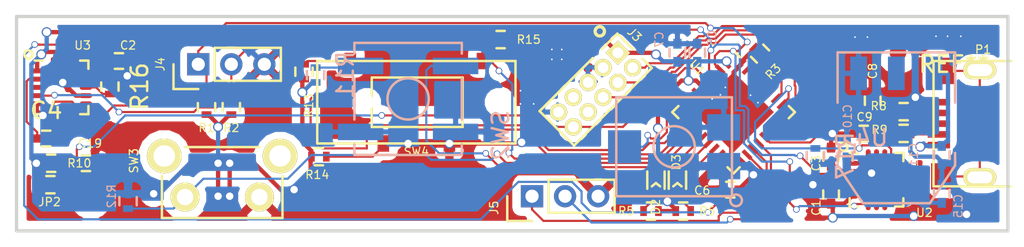
<source format=kicad_pcb>
(kicad_pcb (version 20160815) (host pcbnew "(2016-12-18 revision 3ffa37c)-master")

  (general
    (links 140)
    (no_connects 2)
    (area 37.516905 136.032533 138.483095 154.4625)
    (thickness 1.6)
    (drawings 5)
    (tracks 579)
    (zones 0)
    (modules 62)
    (nets 32)
  )

  (page A4)
  (layers
    (0 F.Cu signal)
    (31 B.Cu signal)
    (32 B.Adhes user)
    (33 F.Adhes user)
    (34 B.Paste user)
    (35 F.Paste user)
    (36 B.SilkS user)
    (37 F.SilkS user)
    (38 B.Mask user)
    (39 F.Mask user)
    (40 Dwgs.User user)
    (41 Cmts.User user)
    (42 Eco1.User user)
    (43 Eco2.User user)
    (44 Edge.Cuts user)
    (45 Margin user)
    (46 B.CrtYd user)
    (47 F.CrtYd user)
    (48 B.Fab user hide)
    (49 F.Fab user hide)
  )

  (setup
    (last_trace_width 0.13)
    (trace_clearance 0.13)
    (zone_clearance 0.408)
    (zone_45_only no)
    (trace_min 0.13)
    (segment_width 0.2)
    (edge_width 0.2)
    (via_size 0.4)
    (via_drill 0.3)
    (via_min_size 0.15)
    (via_min_drill 0.3)
    (uvia_size 0.3)
    (uvia_drill 0.1)
    (uvias_allowed no)
    (uvia_min_size 0.2)
    (uvia_min_drill 0.1)
    (pcb_text_width 0.3)
    (pcb_text_size 1.5 1.5)
    (mod_edge_width 0.15)
    (mod_text_size 1 1)
    (mod_text_width 0.15)
    (pad_size 3.6576 2.032)
    (pad_drill 0)
    (pad_to_mask_clearance 0.2)
    (aux_axis_origin 0 0)
    (visible_elements FFFFFF7F)
    (pcbplotparams
      (layerselection 0x0103c_ffffffff)
      (usegerberextensions false)
      (excludeedgelayer true)
      (linewidth 0.100000)
      (plotframeref false)
      (viasonmask false)
      (mode 1)
      (useauxorigin false)
      (hpglpennumber 1)
      (hpglpenspeed 20)
      (hpglpendiameter 15)
      (psnegative false)
      (psa4output false)
      (plotreference true)
      (plotvalue true)
      (plotinvisibletext false)
      (padsonsilk false)
      (subtractmaskfromsilk false)
      (outputformat 1)
      (mirror false)
      (drillshape 0)
      (scaleselection 1)
      (outputdirectory gerber_files/))
  )

  (net 0 "")
  (net 1 RESET_n)
  (net 2 GND)
  (net 3 USB_DN)
  (net 4 USB_DP)
  (net 5 +3V3)
  (net 6 BTN_MAIN)
  (net 7 BTN_AUX)
  (net 8 +5V)
  (net 9 LED0)
  (net 10 "Net-(D2-Pad2)")
  (net 11 "Net-(D3-Pad2)")
  (net 12 LED1)
  (net 13 MODE_2)
  (net 14 MODE_1)
  (net 15 MODE_0)
  (net 16 SDA)
  (net 17 SCL)
  (net 18 THUMBWHEEL)
  (net 19 SWDIO)
  (net 20 SWD-SWCLK)
  (net 21 SWD-SWO)
  (net 22 DBG_UART_TX)
  (net 23 DBG_UART_RX)
  (net 24 "Net-(P1-Pad2)")
  (net 25 "Net-(P1-Pad6)")
  (net 26 "Net-(P1-Pad3)")
  (net 27 ACCEL_INT1_BTM)
  (net 28 ACCEL_INT1_TOP)
  (net 29 "Net-(C3-Pad1)")
  (net 30 "Net-(C4-Pad1)")
  (net 31 "Net-(R3-Pad1)")

  (net_class Default "This is the default net class."
    (clearance 0.13)
    (trace_width 0.13)
    (via_dia 0.4)
    (via_drill 0.3)
    (uvia_dia 0.3)
    (uvia_drill 0.1)
    (diff_pair_gap 0.25)
    (diff_pair_width 0.2)
    (add_net ACCEL_INT1_BTM)
    (add_net ACCEL_INT1_TOP)
    (add_net BTN_AUX)
    (add_net BTN_MAIN)
    (add_net DBG_UART_RX)
    (add_net DBG_UART_TX)
    (add_net LED0)
    (add_net LED1)
    (add_net MODE_0)
    (add_net MODE_1)
    (add_net MODE_2)
    (add_net "Net-(C3-Pad1)")
    (add_net "Net-(C4-Pad1)")
    (add_net "Net-(D2-Pad2)")
    (add_net "Net-(D3-Pad2)")
    (add_net "Net-(P1-Pad2)")
    (add_net "Net-(P1-Pad3)")
    (add_net "Net-(P1-Pad6)")
    (add_net "Net-(R3-Pad1)")
    (add_net RESET_n)
    (add_net SCL)
    (add_net SDA)
    (add_net SWD-SWCLK)
    (add_net SWD-SWO)
    (add_net SWDIO)
    (add_net THUMBWHEEL)
    (add_net USB_DN)
    (add_net USB_DP)
  )

  (net_class power ""
    (clearance 0.17)
    (trace_width 0.26)
    (via_dia 0.6)
    (via_drill 0.45)
    (uvia_dia 0.3)
    (uvia_drill 0.1)
    (diff_pair_gap 0.25)
    (diff_pair_width 0.2)
    (add_net +3V3)
    (add_net +5V)
    (add_net GND)
  )

  (module Capacitors_SMD:C_0402 (layer B.Cu) (tedit 58D4A1F6) (tstamp 58CE1D8B)
    (at 106 146.9 270)
    (descr "Capacitor SMD 0402, reflow soldering, AVX (see smccp.pdf)")
    (tags "capacitor 0402")
    (path /58CE099C)
    (attr smd)
    (fp_text reference C11 (at 0 1.7 270) (layer B.SilkS)
      (effects (font (size 0.5 0.5) (thickness 0.075)) (justify mirror))
    )
    (fp_text value "1 uF" (at 0 -1.7 270) (layer B.Fab)
      (effects (font (size 1 1) (thickness 0.15)) (justify mirror))
    )
    (fp_line (start -1.15 0.6) (end 1.15 0.6) (layer B.CrtYd) (width 0.05))
    (fp_line (start -1.15 -0.6) (end 1.15 -0.6) (layer B.CrtYd) (width 0.05))
    (fp_line (start -1.15 0.6) (end -1.15 -0.6) (layer B.CrtYd) (width 0.05))
    (fp_line (start 1.15 0.6) (end 1.15 -0.6) (layer B.CrtYd) (width 0.05))
    (fp_line (start 0.25 0.475) (end -0.25 0.475) (layer B.SilkS) (width 0.15))
    (fp_line (start -0.25 -0.475) (end 0.25 -0.475) (layer B.SilkS) (width 0.15))
    (pad 1 smd rect (at -0.55 0 270) (size 0.6 0.5) (layers B.Cu B.Paste B.Mask)
      (net 8 +5V))
    (pad 2 smd rect (at 0.55 0 270) (size 0.6 0.5) (layers B.Cu B.Paste B.Mask)
      (net 2 GND))
    (model Capacitors_SMD.3dshapes/C_0402.wrl
      (at (xyz 0 0 0))
      (scale (xyz 1 1 1))
      (rotate (xyz 0 0 0))
    )
  )

  (module Fiducials:Fiducial_1mm_Dia_2.54mm_Outer_CopperTop (layer F.Cu) (tedit 0) (tstamp 58E057E5)
    (at 103.35 140.7)
    (descr "Circular Fiducial, 1mm bare copper top; 2.54mm keepout")
    (tags marker)
    (attr virtual)
    (fp_text reference REF** (at 3.4 0.7) (layer F.SilkS)
      (effects (font (size 1 1) (thickness 0.15)))
    )
    (fp_text value Fiducial_1mm_Dia_2.54mm_Outer_CopperTop (at 18.15 -0.85) (layer F.Fab)
      (effects (font (size 1 1) (thickness 0.15)))
    )
    (fp_circle (center 0 0) (end 1.55 0) (layer F.CrtYd) (width 0.05))
    (pad ~ smd circle (at 0 0) (size 1 1) (layers F.Cu F.Mask)
      (solder_mask_margin 0.77) (clearance 0.77))
  )

  (module TylerCustom:2013499-1 (layer F.Cu) (tedit 58CDE93F) (tstamp 58CDE695)
    (at 108.5 145 90)
    (path /58C8D089)
    (fp_text reference P1 (at 4.5 0 180) (layer F.SilkS)
      (effects (font (size 0.5 0.5) (thickness 0.075)))
    )
    (fp_text value USB_PROC (at -1.35 2.75 270) (layer F.Fab)
      (effects (font (size 1 1) (thickness 0.15)))
    )
    (fp_line (start -3.8 -3) (end -3.8 1.7) (layer F.SilkS) (width 0.15))
    (fp_line (start 3.8 1.7) (end 3.8 -3) (layer F.SilkS) (width 0.15))
    (fp_line (start 3.8 -3) (end -3.8 -3) (layer F.SilkS) (width 0.15))
    (fp_line (start -5 1.45) (end 5 1.45) (layer Cmts.User) (width 0.1))
    (pad 5 smd rect (at 1.3 -2.675 90) (size 0.4 1.35) (layers F.Cu F.Paste F.Mask)
      (net 2 GND))
    (pad 4 smd rect (at 0.65 -2.675 90) (size 0.4 1.35) (layers F.Cu F.Paste F.Mask))
    (pad 1 smd rect (at -1.3 -2.675 90) (size 0.4 1.35) (layers F.Cu F.Paste F.Mask)
      (net 8 +5V))
    (pad 2 smd rect (at -0.65 -2.675 90) (size 0.4 1.35) (layers F.Cu F.Paste F.Mask)
      (net 24 "Net-(P1-Pad2)"))
    (pad 6 smd rect (at -3.2 -2.45 90) (size 1.6 1.4) (layers F.Cu F.Paste F.Mask)
      (net 25 "Net-(P1-Pad6)"))
    (pad 6 smd rect (at -1.2 0 90) (size 1.9 1.9) (layers F.Cu F.Paste F.Mask)
      (net 25 "Net-(P1-Pad6)"))
    (pad 6 thru_hole oval (at -3.255 -0.2 90) (size 1.12 2) (drill oval 0.72 1.5) (layers *.Cu *.Mask F.SilkS)
      (net 25 "Net-(P1-Pad6)"))
    (pad 6 thru_hole oval (at 3.255 -0.2 90) (size 1.12 2) (drill oval 0.72 1.5) (layers *.Cu *.Mask F.SilkS)
      (net 25 "Net-(P1-Pad6)"))
    (pad 6 smd rect (at 1.2 0 90) (size 1.9 1.9) (layers F.Cu F.Paste F.Mask)
      (net 25 "Net-(P1-Pad6)"))
    (pad 6 smd rect (at 3.2 -2.45 90) (size 1.6 1.4) (layers F.Cu F.Paste F.Mask)
      (net 25 "Net-(P1-Pad6)"))
    (pad 3 smd rect (at 0 -2.675 90) (size 0.4 1.35) (layers F.Cu F.Paste F.Mask)
      (net 26 "Net-(P1-Pad3)"))
    (model /Users/tholmes/resources/KiCadCustomFootprints/c-2013499-1-e-3d.wrl
      (at (xyz 0 -0.1 0.05))
      (scale (xyz 0.3937 0.3937 0.3937))
      (rotate (xyz -90 0 0))
    )
  )

  (module TylerCustom:ST-4 (layer B.Cu) (tedit 58CE1A27) (tstamp 58CFB9CB)
    (at 89.8 146.4 270)
    (path /58C8D122)
    (fp_text reference RV10K1 (at -6 0.1 270) (layer B.SilkS) hide
      (effects (font (size 1 1) (thickness 0.15)) (justify mirror))
    )
    (fp_text value THUMBWHEEL (at 0.1 -0.1 270) (layer B.Fab)
      (effects (font (size 1 1) (thickness 0.15)) (justify mirror))
    )
    (fp_circle (center 3.25 -3.75) (end 3 -3.5) (layer B.SilkS) (width 0.15))
    (fp_circle (center 0 0) (end 0 1.25) (layer B.SilkS) (width 0.15))
    (fp_line (start -3 -3.5) (end -3 3.5) (layer B.SilkS) (width 0.15))
    (fp_line (start -3 3.5) (end 3 3.5) (layer B.SilkS) (width 0.15))
    (fp_line (start 3 3.5) (end 3 -3.5) (layer B.SilkS) (width 0.15))
    (fp_line (start 3 -3.5) (end -3 -3.5) (layer B.SilkS) (width 0.15))
    (pad 2 smd rect (at 0 3 270) (size 2 2) (layers B.Cu B.Paste B.Mask)
      (net 18 THUMBWHEEL))
    (pad 3 smd rect (at -1.175 -3 270) (size 1.6 2) (layers B.Cu B.Paste B.Mask)
      (net 2 GND))
    (pad 1 smd rect (at 1.175 -3 270) (size 1.6 2) (layers B.Cu B.Paste B.Mask)
      (net 5 +3V3))
    (model "../../../../../Users/tholmes/resources/KiCadCustomFootprints/ST4_model/ST-4ETB10k_(103).wrl"
      (at (xyz 0 0 0))
      (scale (xyz 1 1 1))
      (rotate (xyz 0 0 0))
    )
  )

  (module TylerCustom:via-1.0mm (layer F.Cu) (tedit 58CE1D1B) (tstamp 58D72F50)
    (at 94.425 143.275)
    (fp_text reference "" (at 0 1.9) (layer F.SilkS) hide
      (effects (font (size 1 1) (thickness 0.15)))
    )
    (fp_text value via-1.0mm (at 0 -0.5) (layer F.Fab)
      (effects (font (size 0.5 0.5) (thickness 0.075)))
    )
    (pad 1 thru_hole circle (at 0 0) (size 0.15 0.15) (drill 0.1) (layers *.Cu *.Mask)
      (net 2 GND) (solder_mask_margin 0.1) (solder_paste_margin -0.1) (clearance 0.1) (zone_connect 2))
  )

  (module TylerCustom:via-1.0mm (layer F.Cu) (tedit 58CE1D1B) (tstamp 58D72DA1)
    (at 83 140.5)
    (fp_text reference "" (at 0 1.9) (layer F.SilkS) hide
      (effects (font (size 1 1) (thickness 0.15)))
    )
    (fp_text value via-1.0mm (at 0 -0.5) (layer F.Fab)
      (effects (font (size 0.5 0.5) (thickness 0.075)))
    )
    (pad 1 thru_hole circle (at 0 0) (size 0.15 0.15) (drill 0.1) (layers *.Cu *.Mask)
      (net 2 GND) (solder_mask_margin 0.1) (solder_paste_margin -0.1) (clearance 0.1) (zone_connect 2))
  )

  (module TylerCustom:via-1.0mm (layer F.Cu) (tedit 58CE1D1B) (tstamp 58D72D9D)
    (at 83 141.1)
    (fp_text reference "" (at 0 1.9) (layer F.SilkS) hide
      (effects (font (size 1 1) (thickness 0.15)))
    )
    (fp_text value via-1.0mm (at 0 -0.5) (layer F.Fab)
      (effects (font (size 0.5 0.5) (thickness 0.075)))
    )
    (pad 1 thru_hole circle (at 0 0) (size 0.15 0.15) (drill 0.1) (layers *.Cu *.Mask)
      (net 2 GND) (solder_mask_margin 0.1) (solder_paste_margin -0.1) (clearance 0.1) (zone_connect 2))
  )

  (module TylerCustom:via-1.0mm (layer F.Cu) (tedit 58CE1D1B) (tstamp 58D72937)
    (at 94.875 143.725)
    (fp_text reference "" (at 0 1.9) (layer F.SilkS) hide
      (effects (font (size 1 1) (thickness 0.15)))
    )
    (fp_text value via-1.0mm (at 0 -0.5) (layer F.Fab)
      (effects (font (size 0.5 0.5) (thickness 0.075)))
    )
    (pad 1 thru_hole circle (at 0 0) (size 0.15 0.15) (drill 0.1) (layers *.Cu *.Mask)
      (net 2 GND) (solder_mask_margin 0.1) (solder_paste_margin -0.1) (clearance 0.1) (zone_connect 2))
  )

  (module Resistors_SMD:R_0402 (layer F.Cu) (tedit 58CEBBAF) (tstamp 58CE1E13)
    (at 90.35 150.3)
    (descr "Resistor SMD 0402, reflow soldering, Vishay (see dcrcw.pdf)")
    (tags "resistor 0402")
    (path /58C8D998)
    (attr smd)
    (fp_text reference R6 (at 1.45 0) (layer F.SilkS)
      (effects (font (size 0.5 0.5) (thickness 0.075)))
    )
    (fp_text value 330R (at 0 1.8) (layer F.Fab)
      (effects (font (size 1 1) (thickness 0.15)))
    )
    (fp_line (start -0.25 0.525) (end 0.25 0.525) (layer F.SilkS) (width 0.15))
    (fp_line (start 0.25 -0.525) (end -0.25 -0.525) (layer F.SilkS) (width 0.15))
    (fp_line (start 0.95 -0.65) (end 0.95 0.65) (layer F.CrtYd) (width 0.05))
    (fp_line (start -0.95 -0.65) (end -0.95 0.65) (layer F.CrtYd) (width 0.05))
    (fp_line (start -0.95 0.65) (end 0.95 0.65) (layer F.CrtYd) (width 0.05))
    (fp_line (start -0.95 -0.65) (end 0.95 -0.65) (layer F.CrtYd) (width 0.05))
    (pad 2 smd rect (at 0.45 0) (size 0.4 0.6) (layers F.Cu F.Paste F.Mask)
      (net 11 "Net-(D3-Pad2)"))
    (pad 1 smd rect (at -0.45 0) (size 0.4 0.6) (layers F.Cu F.Paste F.Mask)
      (net 5 +3V3))
    (model Resistors_SMD.3dshapes/R_0402.wrl
      (at (xyz 0 0 0))
      (scale (xyz 1 1 1))
      (rotate (xyz 0 0 0))
    )
  )

  (module Housings_DFN_QFN:QFN-32-1EP_5x5mm_Pitch0.5mm (layer F.Cu) (tedit 58D7288A) (tstamp 58CDE773)
    (at 93.4 144.3 315)
    (descr "UH Package; 32-Lead Plastic QFN (5mm x 5mm); (see Linear Technology QFN_32_05-08-1693.pdf)")
    (tags "QFN 0.5")
    (path /58C8C717)
    (attr smd)
    (fp_text reference U1 (at -3.464823 -0.353553 315) (layer F.SilkS)
      (effects (font (size 0.5 0.5) (thickness 0.075)))
    )
    (fp_text value STM32F302x6/8 (at 0 -4.5 315) (layer F.Fab)
      (effects (font (size 1 1) (thickness 0.15)))
    )
    (fp_line (start -3 -3) (end -3 3) (layer F.CrtYd) (width 0.05))
    (fp_line (start 3 -3) (end 3 3) (layer F.CrtYd) (width 0.05))
    (fp_line (start -3 -3) (end 3 -3) (layer F.CrtYd) (width 0.05))
    (fp_line (start -3 3) (end 3 3) (layer F.CrtYd) (width 0.05))
    (fp_line (start 2.625 -2.625) (end 2.625 -2.1) (layer F.SilkS) (width 0.15))
    (fp_line (start -2.625 2.625) (end -2.625 2.1) (layer F.SilkS) (width 0.15))
    (fp_line (start 2.625 2.625) (end 2.625 2.1) (layer F.SilkS) (width 0.15))
    (fp_line (start -2.625 -2.625) (end -2.1 -2.625) (layer F.SilkS) (width 0.15))
    (fp_line (start -2.625 2.625) (end -2.1 2.625) (layer F.SilkS) (width 0.15))
    (fp_line (start 2.625 2.625) (end 2.1 2.625) (layer F.SilkS) (width 0.15))
    (fp_line (start 2.625 -2.625) (end 2.1 -2.625) (layer F.SilkS) (width 0.15))
    (pad 1 smd rect (at -2.4 -1.75 315) (size 0.7 0.25) (layers F.Cu F.Paste F.Mask)
      (net 5 +3V3))
    (pad 2 smd rect (at -2.4 -1.25 315) (size 0.7 0.25) (layers F.Cu F.Paste F.Mask)
      (net 16 SDA))
    (pad 3 smd rect (at -2.4 -0.75 315) (size 0.7 0.25) (layers F.Cu F.Paste F.Mask)
      (net 17 SCL))
    (pad 4 smd rect (at -2.4 -0.25 315) (size 0.7 0.25) (layers F.Cu F.Paste F.Mask)
      (net 1 RESET_n))
    (pad 5 smd rect (at -2.4 0.25 315) (size 0.7 0.25) (layers F.Cu F.Paste F.Mask)
      (net 5 +3V3))
    (pad 6 smd rect (at -2.4 0.75 315) (size 0.7 0.25) (layers F.Cu F.Paste F.Mask)
      (net 2 GND))
    (pad 7 smd rect (at -2.4 1.25 315) (size 0.7 0.25) (layers F.Cu F.Paste F.Mask)
      (net 18 THUMBWHEEL))
    (pad 8 smd rect (at -2.4 1.75 315) (size 0.7 0.25) (layers F.Cu F.Paste F.Mask)
      (net 15 MODE_0))
    (pad 9 smd rect (at -1.75 2.4 45) (size 0.7 0.25) (layers F.Cu F.Paste F.Mask)
      (net 14 MODE_1))
    (pad 10 smd rect (at -1.25 2.4 45) (size 0.7 0.25) (layers F.Cu F.Paste F.Mask)
      (net 13 MODE_2))
    (pad 11 smd rect (at -0.75 2.4 45) (size 0.7 0.25) (layers F.Cu F.Paste F.Mask)
      (net 7 BTN_AUX))
    (pad 12 smd rect (at -0.25 2.4 45) (size 0.7 0.25) (layers F.Cu F.Paste F.Mask)
      (net 6 BTN_MAIN))
    (pad 13 smd rect (at 0.25 2.4 45) (size 0.7 0.25) (layers F.Cu F.Paste F.Mask)
      (net 9 LED0))
    (pad 14 smd rect (at 0.75 2.4 45) (size 0.7 0.25) (layers F.Cu F.Paste F.Mask)
      (net 12 LED1))
    (pad 15 smd rect (at 1.25 2.4 45) (size 0.7 0.25) (layers F.Cu F.Paste F.Mask))
    (pad 16 smd rect (at 1.75 2.4 45) (size 0.7 0.25) (layers F.Cu F.Paste F.Mask)
      (net 2 GND))
    (pad 17 smd rect (at 2.4 1.75 315) (size 0.7 0.25) (layers F.Cu F.Paste F.Mask)
      (net 5 +3V3))
    (pad 18 smd rect (at 2.4 1.25 315) (size 0.7 0.25) (layers F.Cu F.Paste F.Mask)
      (net 27 ACCEL_INT1_BTM))
    (pad 19 smd rect (at 2.4 0.75 315) (size 0.7 0.25) (layers F.Cu F.Paste F.Mask)
      (net 22 DBG_UART_TX))
    (pad 20 smd rect (at 2.4 0.25 315) (size 0.7 0.25) (layers F.Cu F.Paste F.Mask)
      (net 23 DBG_UART_RX))
    (pad 21 smd rect (at 2.4 -0.25 315) (size 0.7 0.25) (layers F.Cu F.Paste F.Mask)
      (net 3 USB_DN))
    (pad 22 smd rect (at 2.4 -0.75 315) (size 0.7 0.25) (layers F.Cu F.Paste F.Mask)
      (net 4 USB_DP))
    (pad 23 smd rect (at 2.4 -1.25 315) (size 0.7 0.25) (layers F.Cu F.Paste F.Mask)
      (net 19 SWDIO))
    (pad 24 smd rect (at 2.4 -1.75 315) (size 0.7 0.25) (layers F.Cu F.Paste F.Mask)
      (net 20 SWD-SWCLK))
    (pad 25 smd rect (at 1.75 -2.4 45) (size 0.7 0.25) (layers F.Cu F.Paste F.Mask)
      (net 28 ACCEL_INT1_TOP))
    (pad 26 smd rect (at 1.25 -2.4 45) (size 0.7 0.25) (layers F.Cu F.Paste F.Mask)
      (net 21 SWD-SWO))
    (pad 27 smd rect (at 0.75 -2.4 45) (size 0.7 0.25) (layers F.Cu F.Paste F.Mask))
    (pad 28 smd rect (at 0.25 -2.4 45) (size 0.7 0.25) (layers F.Cu F.Paste F.Mask))
    (pad 29 smd rect (at -0.25 -2.4 45) (size 0.7 0.25) (layers F.Cu F.Paste F.Mask))
    (pad 30 smd rect (at -0.75 -2.4 45) (size 0.7 0.25) (layers F.Cu F.Paste F.Mask))
    (pad 31 smd rect (at -1.25 -2.4 45) (size 0.7 0.25) (layers F.Cu F.Paste F.Mask)
      (net 31 "Net-(R3-Pad1)"))
    (pad 32 smd rect (at -1.75 -2.4 45) (size 0.7 0.25) (layers F.Cu F.Paste F.Mask)
      (net 2 GND))
    (pad 33 smd rect (at 0.8625 0.8625 315) (size 1.725 1.725) (layers F.Cu F.Paste F.Mask)
      (net 2 GND) (solder_paste_margin_ratio -0.2))
    (pad 33 smd rect (at 0.8625 -0.8625 315) (size 1.725 1.725) (layers F.Cu F.Paste F.Mask)
      (net 2 GND) (solder_paste_margin_ratio -0.2))
    (pad 33 smd rect (at -0.8625 0.8625 315) (size 1.725 1.725) (layers F.Cu F.Paste F.Mask)
      (net 2 GND) (solder_paste_margin_ratio -0.2))
    (pad 33 smd rect (at -0.8625 -0.8625 315) (size 1.725 1.725) (layers F.Cu F.Paste F.Mask)
      (net 2 GND) (solder_paste_margin_ratio -0.2))
    (model Housings_DFN_QFN.3dshapes/QFN-32-1EP_5x5mm_Pitch0.5mm.wrl
      (at (xyz 0 0 0))
      (scale (xyz 1 1 1))
      (rotate (xyz 0 0 0))
    )
  )

  (module TO_SOT_Packages_SMD:SOT-223 (layer B.Cu) (tedit 58D6DAFB) (tstamp 58CE1E59)
    (at 103.25 145.25)
    (descr "module CMS SOT223 4 pins")
    (tags "CMS SOT")
    (path /58C8E187)
    (attr smd)
    (fp_text reference U4 (at -1.5 0.602) (layer B.SilkS)
      (effects (font (size 1 1) (thickness 0.15)) (justify mirror))
    )
    (fp_text value AP111733 (at 0 -0.762) (layer B.Fab)
      (effects (font (size 1 1) (thickness 0.15)) (justify mirror))
    )
    (fp_line (start -3.556 -1.524) (end -3.556 -4.572) (layer B.SilkS) (width 0.15))
    (fp_line (start -3.556 -4.572) (end 3.556 -4.572) (layer B.SilkS) (width 0.15))
    (fp_line (start 3.556 -4.572) (end 3.556 -1.524) (layer B.SilkS) (width 0.15))
    (fp_line (start -3.556 1.524) (end -3.556 2.286) (layer B.SilkS) (width 0.15))
    (fp_line (start -3.556 2.286) (end -2.032 4.572) (layer B.SilkS) (width 0.15))
    (fp_line (start -2.032 4.572) (end 2.032 4.572) (layer B.SilkS) (width 0.15))
    (fp_line (start 2.032 4.572) (end 3.556 2.286) (layer B.SilkS) (width 0.15))
    (fp_line (start 3.556 2.286) (end 3.556 1.524) (layer B.SilkS) (width 0.15))
    (pad 4 smd rect (at 0 3.302) (size 3.6576 2.032) (layers B.Cu B.Paste B.Mask)
      (net 5 +3V3) (zone_connect 2))
    (pad 2 smd rect (at 0 -3.302) (size 1.016 2.032) (layers B.Cu B.Paste B.Mask)
      (net 5 +3V3))
    (pad 3 smd rect (at 2.286 -3.302) (size 1.016 2.032) (layers B.Cu B.Paste B.Mask)
      (net 8 +5V))
    (pad 1 smd rect (at -2.286 -3.302) (size 1.016 2.032) (layers B.Cu B.Paste B.Mask)
      (net 2 GND))
    (model TO_SOT_Packages_SMD.3dshapes/SOT-223.wrl
      (at (xyz 0 0 0))
      (scale (xyz 0.4 0.4 0.4))
      (rotate (xyz 0 0 0))
    )
  )

  (module Fiducials:Fiducial_1mm_Dia_2.54mm_Outer_CopperTop (layer F.Cu) (tedit 58D70E1A) (tstamp 58E057F8)
    (at 54.5 149.5)
    (descr "Circular Fiducial, 1mm bare copper top; 2.54mm keepout")
    (tags marker)
    (attr virtual)
    (fp_text reference REF** (at 0.1 3.9) (layer F.Fab)
      (effects (font (size 1 1) (thickness 0.15)))
    )
    (fp_text value Fiducial_1mm_Dia_2.54mm_Outer_CopperTop (at 0 2.65) (layer F.Fab)
      (effects (font (size 1 1) (thickness 0.15)))
    )
    (fp_circle (center 0 0) (end 1.55 0) (layer F.CrtYd) (width 0.05))
    (pad ~ smd circle (at 0 0) (size 1 1) (layers F.Cu F.Mask)
      (solder_mask_margin 0.77) (clearance 0.77))
  )

  (module TylerCustom:via-1.0mm (layer F.Cu) (tedit 58CE1D1B) (tstamp 58E057F2)
    (at 107.15 139.7)
    (fp_text reference "" (at 0 1.9) (layer F.SilkS) hide
      (effects (font (size 1 1) (thickness 0.15)))
    )
    (fp_text value via-1.0mm (at 0 -0.5) (layer F.Fab)
      (effects (font (size 0.5 0.5) (thickness 0.075)))
    )
    (pad 1 thru_hole circle (at 0 0) (size 0.15 0.15) (drill 0.1) (layers *.Cu *.Mask)
      (net 2 GND) (solder_mask_margin 0.1) (solder_paste_margin -0.1) (clearance 0.1) (zone_connect 2))
  )

  (module TylerCustom:QFN-16_3x3mm_Pitch0.5mm_5x3pin (layer F.Cu) (tedit 58CEBB5A) (tstamp 58CE1E58)
    (at 52.725 142.8)
    (descr "16-Lead Plastic Quad Flat, No Lead Package (NG) - 3x3x0.9 mm Body [QFN]; (see Microchip Packaging Specification 00000049BS.pdf)")
    (tags "QFN 0.5")
    (path /58CE6B5D)
    (attr smd)
    (fp_text reference U3 (at 1.275 -2.55) (layer F.SilkS)
      (effects (font (size 0.5 0.5) (thickness 0.075)))
    )
    (fp_text value MMA8452Q (at -0.775 -2.85) (layer F.Fab)
      (effects (font (size 1 1) (thickness 0.15)))
    )
    (fp_circle (center -2 -2) (end -1.75 -2) (layer F.SilkS) (width 0.15))
    (fp_line (start 1.625 -1.625) (end 1.125 -1.625) (layer F.SilkS) (width 0.15))
    (fp_line (start 1.625 1.625) (end 1.125 1.625) (layer F.SilkS) (width 0.15))
    (fp_line (start -1.625 1.625) (end -1.125 1.625) (layer F.SilkS) (width 0.15))
    (fp_line (start -1.625 -1.625) (end -1.125 -1.625) (layer F.SilkS) (width 0.15))
    (fp_line (start 1.625 1.625) (end 1.625 1.125) (layer F.SilkS) (width 0.15))
    (fp_line (start -1.625 1.625) (end -1.625 1.125) (layer F.SilkS) (width 0.15))
    (fp_line (start 1.625 -1.625) (end 1.625 -1.125) (layer F.SilkS) (width 0.15))
    (fp_line (start -2.1 2.1) (end 2.1 2.1) (layer F.CrtYd) (width 0.05))
    (fp_line (start -2.1 -2.1) (end 2.1 -2.1) (layer F.CrtYd) (width 0.05))
    (fp_line (start 2.1 -2.1) (end 2.1 2.1) (layer F.CrtYd) (width 0.05))
    (fp_line (start -2.1 -2.1) (end -2.1 2.1) (layer F.CrtYd) (width 0.05))
    (pad 16 smd oval (at -0.5 -1.475 90) (size 0.75 0.3) (layers F.Cu F.Paste F.Mask))
    (pad 15 smd oval (at 0 -1.475 90) (size 0.75 0.3) (layers F.Cu F.Paste F.Mask))
    (pad 14 smd oval (at 0.5 -1.475 90) (size 0.75 0.3) (layers F.Cu F.Paste F.Mask)
      (net 5 +3V3))
    (pad 13 smd oval (at 1.5 -1 180) (size 0.75 0.3) (layers F.Cu F.Paste F.Mask))
    (pad 12 smd oval (at 1.475 -0.5) (size 0.75 0.3) (layers F.Cu F.Paste F.Mask)
      (net 2 GND))
    (pad 11 smd oval (at 1.475 0) (size 0.75 0.3) (layers F.Cu F.Paste F.Mask)
      (net 27 ACCEL_INT1_BTM))
    (pad 10 smd oval (at 1.475 0.5) (size 0.75 0.3) (layers F.Cu F.Paste F.Mask)
      (net 2 GND))
    (pad 9 smd oval (at 1.475 1) (size 0.75 0.3) (layers F.Cu F.Paste F.Mask))
    (pad 8 smd oval (at 0.5 1.475 90) (size 0.75 0.3) (layers F.Cu F.Paste F.Mask))
    (pad 7 smd oval (at 0 1.475 90) (size 0.75 0.3) (layers F.Cu F.Paste F.Mask)
      (net 2 GND))
    (pad 6 smd oval (at -0.5 1.475 90) (size 0.75 0.3) (layers F.Cu F.Paste F.Mask)
      (net 16 SDA))
    (pad 5 smd oval (at -1.5 1 180) (size 0.75 0.3) (layers F.Cu F.Paste F.Mask)
      (net 2 GND))
    (pad 4 smd oval (at -1.475 0.5) (size 0.75 0.3) (layers F.Cu F.Paste F.Mask)
      (net 17 SCL))
    (pad 3 smd oval (at -1.475 0) (size 0.75 0.3) (layers F.Cu F.Paste F.Mask))
    (pad 2 smd oval (at -1.475 -0.5) (size 0.75 0.3) (layers F.Cu F.Paste F.Mask)
      (net 30 "Net-(C4-Pad1)"))
    (pad 1 smd oval (at -1.475 -1) (size 0.75 0.3) (layers F.Cu F.Paste F.Mask)
      (net 5 +3V3))
    (model Housings_DFN_QFN.3dshapes/QFN-16-1EP_3x3mm_Pitch0.5mm.wrl
      (at (xyz 0 0 0))
      (scale (xyz 1 1 1))
      (rotate (xyz 0 0 0))
    )
  )

  (module Resistors_SMD:R_0402 (layer F.Cu) (tedit 58CEBBBC) (tstamp 58CE1E0E)
    (at 88.4 150.3 180)
    (descr "Resistor SMD 0402, reflow soldering, Vishay (see dcrcw.pdf)")
    (tags "resistor 0402")
    (path /58C8D940)
    (attr smd)
    (fp_text reference R5 (at 1.5 0 180) (layer F.SilkS)
      (effects (font (size 0.5 0.5) (thickness 0.075)))
    )
    (fp_text value 330R (at 0 1.8 180) (layer F.Fab)
      (effects (font (size 1 1) (thickness 0.15)))
    )
    (fp_line (start -0.95 -0.65) (end 0.95 -0.65) (layer F.CrtYd) (width 0.05))
    (fp_line (start -0.95 0.65) (end 0.95 0.65) (layer F.CrtYd) (width 0.05))
    (fp_line (start -0.95 -0.65) (end -0.95 0.65) (layer F.CrtYd) (width 0.05))
    (fp_line (start 0.95 -0.65) (end 0.95 0.65) (layer F.CrtYd) (width 0.05))
    (fp_line (start 0.25 -0.525) (end -0.25 -0.525) (layer F.SilkS) (width 0.15))
    (fp_line (start -0.25 0.525) (end 0.25 0.525) (layer F.SilkS) (width 0.15))
    (pad 1 smd rect (at -0.45 0 180) (size 0.4 0.6) (layers F.Cu F.Paste F.Mask)
      (net 5 +3V3))
    (pad 2 smd rect (at 0.45 0 180) (size 0.4 0.6) (layers F.Cu F.Paste F.Mask)
      (net 10 "Net-(D2-Pad2)"))
    (model Resistors_SMD.3dshapes/R_0402.wrl
      (at (xyz 0 0 0))
      (scale (xyz 1 1 1))
      (rotate (xyz 0 0 0))
    )
  )

  (module TylerCustom:via-1.0mm (layer F.Cu) (tedit 58CE1D1B) (tstamp 58D4A2E3)
    (at 101.5 139.75)
    (fp_text reference "" (at 0 1.9) (layer F.SilkS) hide
      (effects (font (size 1 1) (thickness 0.15)))
    )
    (fp_text value via-1.0mm (at 0 -0.5) (layer F.Fab)
      (effects (font (size 0.5 0.5) (thickness 0.075)))
    )
    (pad 1 thru_hole circle (at 0 0) (size 0.15 0.15) (drill 0.1) (layers *.Cu *.Mask)
      (net 2 GND) (solder_mask_margin 0.1) (solder_paste_margin -0.1) (clearance 0.1) (zone_connect 2))
  )

  (module TylerCustom:via-1.0mm (layer F.Cu) (tedit 58CE1D1B) (tstamp 58D4A2DE)
    (at 100.75 139.75)
    (fp_text reference "" (at 0 1.9) (layer F.SilkS) hide
      (effects (font (size 1 1) (thickness 0.15)))
    )
    (fp_text value via-1.0mm (at 0 -0.5) (layer F.Fab)
      (effects (font (size 0.5 0.5) (thickness 0.075)))
    )
    (pad 1 thru_hole circle (at 0 0) (size 0.15 0.15) (drill 0.1) (layers *.Cu *.Mask)
      (net 2 GND) (solder_mask_margin 0.1) (solder_paste_margin -0.1) (clearance 0.1) (zone_connect 2))
  )

  (module TylerCustom:via-1.0mm (layer F.Cu) (tedit 58CE1D1B) (tstamp 58D21177)
    (at 82.4 140.5)
    (fp_text reference "" (at 0 1.9) (layer F.SilkS) hide
      (effects (font (size 1 1) (thickness 0.15)))
    )
    (fp_text value via-1.0mm (at 0 -0.5) (layer F.Fab)
      (effects (font (size 0.5 0.5) (thickness 0.075)))
    )
    (pad 1 thru_hole circle (at 0 0) (size 0.15 0.15) (drill 0.1) (layers *.Cu *.Mask)
      (net 2 GND) (solder_mask_margin 0.1) (solder_paste_margin -0.1) (clearance 0.1) (zone_connect 2))
  )

  (module TylerCustom:via-1.0mm (layer F.Cu) (tedit 58CE1D1B) (tstamp 58D21173)
    (at 82.4 141.1)
    (fp_text reference "" (at 0 1.9) (layer F.SilkS) hide
      (effects (font (size 1 1) (thickness 0.15)))
    )
    (fp_text value via-1.0mm (at 0 -0.5) (layer F.Fab)
      (effects (font (size 0.5 0.5) (thickness 0.075)))
    )
    (pad 1 thru_hole circle (at 0 0) (size 0.15 0.15) (drill 0.1) (layers *.Cu *.Mask)
      (net 2 GND) (solder_mask_margin 0.1) (solder_paste_margin -0.1) (clearance 0.1) (zone_connect 2))
  )

  (module Pin_Headers:Pin_Header_Straight_1x03_Pitch2.00mm (layer F.Cu) (tedit 58CEBB3E) (tstamp 58CE1DF4)
    (at 81.2 149.4 90)
    (descr "Through hole pin header, 1x03, 2.00mm pitch, single row")
    (tags "pin header single row")
    (path /58CE2571)
    (fp_text reference J5 (at -0.7 -2.3 90) (layer F.SilkS)
      (effects (font (size 0.5 0.5) (thickness 0.075)))
    )
    (fp_text value UART (at 0 -3 90) (layer F.Fab)
      (effects (font (size 1 1) (thickness 0.15)))
    )
    (fp_line (start -1.5 -1.5) (end 0 -1.5) (layer F.SilkS) (width 0.15))
    (fp_line (start -1.5 0) (end -1.5 -1.5) (layer F.SilkS) (width 0.15))
    (fp_line (start -1.6 5.6) (end -1.6 -1.6) (layer F.CrtYd) (width 0.05))
    (fp_line (start 1.6 5.6) (end -1.6 5.6) (layer F.CrtYd) (width 0.05))
    (fp_line (start 1.6 -1.6) (end 1.6 5.6) (layer F.CrtYd) (width 0.05))
    (fp_line (start -1.6 -1.6) (end 1.6 -1.6) (layer F.CrtYd) (width 0.05))
    (fp_line (start -1 5) (end -1 1) (layer F.SilkS) (width 0.15))
    (fp_line (start 1 5) (end -1 5) (layer F.SilkS) (width 0.15))
    (fp_line (start 1 1) (end 1 5) (layer F.SilkS) (width 0.15))
    (fp_line (start -1 1) (end 1 1) (layer F.SilkS) (width 0.15))
    (pad 3 thru_hole circle (at 0 4 90) (size 1.35 1.35) (drill 0.8) (layers *.Cu *.Mask)
      (net 2 GND))
    (pad 2 thru_hole circle (at 0 2 90) (size 1.35 1.35) (drill 0.8) (layers *.Cu *.Mask)
      (net 23 DBG_UART_RX))
    (pad 1 thru_hole rect (at 0 0 90) (size 1.35 1.35) (drill 0.8) (layers *.Cu *.Mask)
      (net 22 DBG_UART_TX))
    (model Pin_Headers.3dshapes/Pin_Header_Straight_1x03_Pitch2.00mm.wrl
      (at (xyz 0 0 0))
      (scale (xyz 1 1 1))
      (rotate (xyz 0 0 0))
    )
  )

  (module TylerCustom:via-1.0mm (layer F.Cu) (tedit 58CE1D1B) (tstamp 58D20FB5)
    (at 81.3 143.8)
    (fp_text reference "" (at 0 1.9) (layer F.SilkS) hide
      (effects (font (size 1 1) (thickness 0.15)))
    )
    (fp_text value via-1.0mm (at 0 -0.5) (layer F.Fab)
      (effects (font (size 0.5 0.5) (thickness 0.075)))
    )
    (pad 1 thru_hole circle (at 0 0) (size 0.15 0.15) (drill 0.1) (layers *.Cu *.Mask)
      (net 2 GND) (solder_mask_margin 0.1) (solder_paste_margin -0.1) (clearance 0.1) (zone_connect 2))
  )

  (module TylerCustom:via-1.0mm (layer F.Cu) (tedit 58CE1D1B) (tstamp 58D20FB1)
    (at 80.5 143)
    (fp_text reference "" (at 0 1.9) (layer F.SilkS) hide
      (effects (font (size 1 1) (thickness 0.15)))
    )
    (fp_text value via-1.0mm (at 0 -0.5) (layer F.Fab)
      (effects (font (size 0.5 0.5) (thickness 0.075)))
    )
    (pad 1 thru_hole circle (at 0 0) (size 0.15 0.15) (drill 0.1) (layers *.Cu *.Mask)
      (net 2 GND) (solder_mask_margin 0.1) (solder_paste_margin -0.1) (clearance 0.1) (zone_connect 2))
  )

  (module TylerCustom:via-1.0mm (layer F.Cu) (tedit 58CE1D1B) (tstamp 58D20FAD)
    (at 80.5 143.8)
    (fp_text reference "" (at 0 1.9) (layer F.SilkS) hide
      (effects (font (size 1 1) (thickness 0.15)))
    )
    (fp_text value via-1.0mm (at 0 -0.5) (layer F.Fab)
      (effects (font (size 0.5 0.5) (thickness 0.075)))
    )
    (pad 1 thru_hole circle (at 0 0) (size 0.15 0.15) (drill 0.1) (layers *.Cu *.Mask)
      (net 2 GND) (solder_mask_margin 0.1) (solder_paste_margin -0.1) (clearance 0.1) (zone_connect 2))
  )

  (module TylerCustom:via-1.0mm (layer F.Cu) (tedit 58CE1D1B) (tstamp 58D209BC)
    (at 92.9 142.8)
    (fp_text reference "" (at 0 1.9) (layer F.SilkS) hide
      (effects (font (size 1 1) (thickness 0.15)))
    )
    (fp_text value via-1.0mm (at 0 -0.5) (layer F.Fab)
      (effects (font (size 0.5 0.5) (thickness 0.075)))
    )
    (pad 1 thru_hole circle (at 0 0) (size 0.15 0.15) (drill 0.1) (layers *.Cu *.Mask)
      (net 2 GND) (solder_mask_margin 0.1) (solder_paste_margin -0.1) (clearance 0.1) (zone_connect 2))
  )

  (module TylerCustom:via-1.0mm (layer F.Cu) (tedit 58CE1D1B) (tstamp 58D209B8)
    (at 92.6 143.25)
    (fp_text reference "" (at 0 1.9) (layer F.SilkS) hide
      (effects (font (size 1 1) (thickness 0.15)))
    )
    (fp_text value via-1.0mm (at 0 -0.5) (layer F.Fab)
      (effects (font (size 0.5 0.5) (thickness 0.075)))
    )
    (pad 1 thru_hole circle (at 0 0) (size 0.15 0.15) (drill 0.1) (layers *.Cu *.Mask)
      (net 2 GND) (solder_mask_margin 0.1) (solder_paste_margin -0.1) (clearance 0.1) (zone_connect 2))
  )

  (module TylerCustom:via-1.0mm (layer F.Cu) (tedit 58CE1D1B) (tstamp 58D209B4)
    (at 92.1 143.5)
    (fp_text reference "" (at 0 1.9) (layer F.SilkS) hide
      (effects (font (size 1 1) (thickness 0.15)))
    )
    (fp_text value via-1.0mm (at 0 -0.5) (layer F.Fab)
      (effects (font (size 0.5 0.5) (thickness 0.075)))
    )
    (pad 1 thru_hole circle (at 0 0) (size 0.15 0.15) (drill 0.1) (layers *.Cu *.Mask)
      (net 2 GND) (solder_mask_margin 0.1) (solder_paste_margin -0.1) (clearance 0.1) (zone_connect 2))
  )

  (module Resistors_SMD:R_0402 (layer F.Cu) (tedit 58D206D7) (tstamp 58CE1E04)
    (at 95 140.75 135)
    (descr "Resistor SMD 0402, reflow soldering, Vishay (see dcrcw.pdf)")
    (tags "resistor 0402")
    (path /58CAF82A)
    (attr smd)
    (fp_text reference R3 (at -1.343503 -0.212132 225) (layer F.SilkS)
      (effects (font (size 0.5 0.5) (thickness 0.075)))
    )
    (fp_text value 4K7 (at 0 1.8 135) (layer F.Fab)
      (effects (font (size 1 1) (thickness 0.15)))
    )
    (fp_line (start -0.25 0.525) (end 0.25 0.525) (layer F.SilkS) (width 0.15))
    (fp_line (start 0.25 -0.525) (end -0.25 -0.525) (layer F.SilkS) (width 0.15))
    (fp_line (start 0.95 -0.65) (end 0.95 0.65) (layer F.CrtYd) (width 0.05))
    (fp_line (start -0.95 -0.65) (end -0.95 0.65) (layer F.CrtYd) (width 0.05))
    (fp_line (start -0.95 0.65) (end 0.95 0.65) (layer F.CrtYd) (width 0.05))
    (fp_line (start -0.95 -0.65) (end 0.95 -0.65) (layer F.CrtYd) (width 0.05))
    (pad 2 smd rect (at 0.45 0 135) (size 0.4 0.6) (layers F.Cu F.Paste F.Mask)
      (net 2 GND))
    (pad 1 smd rect (at -0.45 0 135) (size 0.4 0.6) (layers F.Cu F.Paste F.Mask)
      (net 31 "Net-(R3-Pad1)"))
    (model Resistors_SMD.3dshapes/R_0402.wrl
      (at (xyz 0 0 0))
      (scale (xyz 1 1 1))
      (rotate (xyz 0 0 0))
    )
  )

  (module TylerCustom:QFN-16_3x3mm_Pitch0.5mm_5x3pin (layer F.Cu) (tedit 58CDE94A) (tstamp 58CDE793)
    (at 102.05 148.4)
    (descr "16-Lead Plastic Quad Flat, No Lead Package (NG) - 3x3x0.9 mm Body [QFN]; (see Microchip Packaging Specification 00000049BS.pdf)")
    (tags "QFN 0.5")
    (path /58C8C6BE)
    (attr smd)
    (fp_text reference U2 (at 2.9 2) (layer F.SilkS)
      (effects (font (size 0.5 0.5) (thickness 0.075)))
    )
    (fp_text value MMA8452Q (at 0 3.5) (layer F.Fab)
      (effects (font (size 1 1) (thickness 0.15)))
    )
    (fp_line (start -2.1 -2.1) (end -2.1 2.1) (layer F.CrtYd) (width 0.05))
    (fp_line (start 2.1 -2.1) (end 2.1 2.1) (layer F.CrtYd) (width 0.05))
    (fp_line (start -2.1 -2.1) (end 2.1 -2.1) (layer F.CrtYd) (width 0.05))
    (fp_line (start -2.1 2.1) (end 2.1 2.1) (layer F.CrtYd) (width 0.05))
    (fp_line (start 1.625 -1.625) (end 1.625 -1.125) (layer F.SilkS) (width 0.15))
    (fp_line (start -1.625 1.625) (end -1.625 1.125) (layer F.SilkS) (width 0.15))
    (fp_line (start 1.625 1.625) (end 1.625 1.125) (layer F.SilkS) (width 0.15))
    (fp_line (start -1.625 -1.625) (end -1.125 -1.625) (layer F.SilkS) (width 0.15))
    (fp_line (start -1.625 1.625) (end -1.125 1.625) (layer F.SilkS) (width 0.15))
    (fp_line (start 1.625 1.625) (end 1.125 1.625) (layer F.SilkS) (width 0.15))
    (fp_line (start 1.625 -1.625) (end 1.125 -1.625) (layer F.SilkS) (width 0.15))
    (fp_circle (center -2 -2) (end -1.75 -2) (layer F.SilkS) (width 0.15))
    (pad 1 smd oval (at -1.475 -1) (size 0.75 0.3) (layers F.Cu F.Paste F.Mask)
      (net 5 +3V3))
    (pad 2 smd oval (at -1.475 -0.5) (size 0.75 0.3) (layers F.Cu F.Paste F.Mask)
      (net 29 "Net-(C3-Pad1)"))
    (pad 3 smd oval (at -1.475 0) (size 0.75 0.3) (layers F.Cu F.Paste F.Mask))
    (pad 4 smd oval (at -1.475 0.5) (size 0.75 0.3) (layers F.Cu F.Paste F.Mask)
      (net 17 SCL))
    (pad 5 smd oval (at -1.5 1 180) (size 0.75 0.3) (layers F.Cu F.Paste F.Mask)
      (net 2 GND))
    (pad 6 smd oval (at -0.5 1.475 90) (size 0.75 0.3) (layers F.Cu F.Paste F.Mask)
      (net 16 SDA))
    (pad 7 smd oval (at 0 1.475 90) (size 0.75 0.3) (layers F.Cu F.Paste F.Mask)
      (net 5 +3V3))
    (pad 8 smd oval (at 0.5 1.475 90) (size 0.75 0.3) (layers F.Cu F.Paste F.Mask))
    (pad 9 smd oval (at 1.475 1) (size 0.75 0.3) (layers F.Cu F.Paste F.Mask))
    (pad 10 smd oval (at 1.475 0.5) (size 0.75 0.3) (layers F.Cu F.Paste F.Mask)
      (net 2 GND))
    (pad 11 smd oval (at 1.475 0) (size 0.75 0.3) (layers F.Cu F.Paste F.Mask)
      (net 28 ACCEL_INT1_TOP))
    (pad 12 smd oval (at 1.475 -0.5) (size 0.75 0.3) (layers F.Cu F.Paste F.Mask)
      (net 2 GND))
    (pad 13 smd oval (at 1.5 -1 180) (size 0.75 0.3) (layers F.Cu F.Paste F.Mask))
    (pad 14 smd oval (at 0.5 -1.475 90) (size 0.75 0.3) (layers F.Cu F.Paste F.Mask)
      (net 5 +3V3))
    (pad 15 smd oval (at 0 -1.475 90) (size 0.75 0.3) (layers F.Cu F.Paste F.Mask))
    (pad 16 smd oval (at -0.5 -1.475 90) (size 0.75 0.3) (layers F.Cu F.Paste F.Mask))
    (model Housings_DFN_QFN.3dshapes/QFN-16-1EP_3x3mm_Pitch0.5mm.wrl
      (at (xyz 0 0 0))
      (scale (xyz 1 1 1))
      (rotate (xyz 0 0 0))
    )
  )

  (module Capacitors_SMD:C_0402 (layer F.Cu) (tedit 58CEBC99) (tstamp 58CE1D7C)
    (at 101.82 143.61 270)
    (descr "Capacitor SMD 0402, reflow soldering, AVX (see smccp.pdf)")
    (tags "capacitor 0402")
    (path /58CDDEC1)
    (attr smd)
    (fp_text reference C8 (at -1.8 0 270) (layer F.SilkS)
      (effects (font (size 0.5 0.5) (thickness 0.075)))
    )
    (fp_text value "47 pF" (at 0 1.7 270) (layer F.Fab)
      (effects (font (size 1 1) (thickness 0.15)))
    )
    (fp_line (start -1.15 -0.6) (end 1.15 -0.6) (layer F.CrtYd) (width 0.05))
    (fp_line (start -1.15 0.6) (end 1.15 0.6) (layer F.CrtYd) (width 0.05))
    (fp_line (start -1.15 -0.6) (end -1.15 0.6) (layer F.CrtYd) (width 0.05))
    (fp_line (start 1.15 -0.6) (end 1.15 0.6) (layer F.CrtYd) (width 0.05))
    (fp_line (start 0.25 -0.475) (end -0.25 -0.475) (layer F.SilkS) (width 0.15))
    (fp_line (start -0.25 0.475) (end 0.25 0.475) (layer F.SilkS) (width 0.15))
    (pad 1 smd rect (at -0.55 0 270) (size 0.6 0.5) (layers F.Cu F.Paste F.Mask)
      (net 2 GND))
    (pad 2 smd rect (at 0.55 0 270) (size 0.6 0.5) (layers F.Cu F.Paste F.Mask)
      (net 4 USB_DP))
    (model Capacitors_SMD.3dshapes/C_0402.wrl
      (at (xyz 0 0 0))
      (scale (xyz 1 1 1))
      (rotate (xyz 0 0 0))
    )
  )

  (module TylerCustom:via-1.0mm (layer F.Cu) (tedit 58CE1D1B) (tstamp 58CEC11A)
    (at 106.35 139.7)
    (fp_text reference "" (at 0 1.9) (layer F.SilkS) hide
      (effects (font (size 1 1) (thickness 0.15)))
    )
    (fp_text value via-1.0mm (at 0 -0.5) (layer F.Fab)
      (effects (font (size 0.5 0.5) (thickness 0.075)))
    )
    (pad 1 thru_hole circle (at 0 0) (size 0.15 0.15) (drill 0.1) (layers *.Cu *.Mask)
      (net 2 GND) (solder_mask_margin 0.1) (solder_paste_margin -0.1) (clearance 0.1) (zone_connect 2))
  )

  (module TylerCustom:via-1.0mm (layer F.Cu) (tedit 58CE1D1B) (tstamp 58CEC116)
    (at 105.65 139.7)
    (fp_text reference "" (at 0 1.9) (layer F.SilkS) hide
      (effects (font (size 1 1) (thickness 0.15)))
    )
    (fp_text value via-1.0mm (at 0 -0.5) (layer F.Fab)
      (effects (font (size 0.5 0.5) (thickness 0.075)))
    )
    (pad 1 thru_hole circle (at 0 0) (size 0.15 0.15) (drill 0.1) (layers *.Cu *.Mask)
      (net 2 GND) (solder_mask_margin 0.1) (solder_paste_margin -0.1) (clearance 0.1) (zone_connect 2))
  )

  (module Buttons_Switches_SMD:SW_SPST_B3SL-1002P (layer B.Cu) (tedit 56ED9E57) (tstamp 58CDE731)
    (at 73.7 143.5)
    (descr "Middle Stroke Tactile Switch, B3SL")
    (tags "Middle Stroke Tactile Switch")
    (path /58C8D3DE)
    (attr smd)
    (fp_text reference SW2 (at 5.6 2.2 90) (layer B.SilkS)
      (effects (font (size 1 1) (thickness 0.15)) (justify mirror))
    )
    (fp_text value MAIN (at -0.1 0) (layer B.Fab)
      (effects (font (size 1 1) (thickness 0.15)) (justify mirror))
    )
    (fp_circle (center 0 0) (end 1.25 0) (layer B.SilkS) (width 0.15))
    (fp_line (start -4.5 -3.65) (end 4.5 -3.65) (layer B.CrtYd) (width 0.05))
    (fp_line (start 4.5 -3.65) (end 4.5 3.65) (layer B.CrtYd) (width 0.05))
    (fp_line (start 4.5 3.65) (end -4.5 3.65) (layer B.CrtYd) (width 0.05))
    (fp_line (start -4.5 3.65) (end -4.5 -3.65) (layer B.CrtYd) (width 0.05))
    (fp_line (start 3.25 -2.75) (end 3.25 -3.4) (layer B.SilkS) (width 0.15))
    (fp_line (start 3.25 -3.4) (end -3.25 -3.4) (layer B.SilkS) (width 0.15))
    (fp_line (start -3.25 -3.4) (end -3.25 -2.75) (layer B.SilkS) (width 0.15))
    (fp_line (start 3.25 2.75) (end 3.25 3.4) (layer B.SilkS) (width 0.15))
    (fp_line (start 3.25 3.4) (end -3.25 3.4) (layer B.SilkS) (width 0.15))
    (fp_line (start -3.25 3.4) (end -3.25 2.75) (layer B.SilkS) (width 0.15))
    (fp_line (start 3.25 1.25) (end 3.25 -1.25) (layer B.SilkS) (width 0.15))
    (fp_line (start -3.25 1.25) (end -3.25 -1.25) (layer B.SilkS) (width 0.15))
    (fp_line (start -3.1 3.25) (end 3.1 3.25) (layer B.Fab) (width 0.15))
    (fp_line (start 3.1 3.25) (end 3.1 -3.25) (layer B.Fab) (width 0.15))
    (fp_line (start 3.1 -3.25) (end -3.1 -3.25) (layer B.Fab) (width 0.15))
    (fp_line (start -3.1 -3.25) (end -3.1 3.25) (layer B.Fab) (width 0.15))
    (pad 1 smd rect (at -2.875 2) (size 2.75 1) (layers B.Cu B.Paste B.Mask)
      (net 2 GND))
    (pad 1 smd rect (at 2.875 2) (size 2.75 1) (layers B.Cu B.Paste B.Mask)
      (net 2 GND))
    (pad 2 smd rect (at 2.875 -2) (size 2.75 1) (layers B.Cu B.Paste B.Mask)
      (net 6 BTN_MAIN))
    (pad 2 smd rect (at -2.875 -2) (size 2.75 1) (layers B.Cu B.Paste B.Mask)
      (net 6 BTN_MAIN))
  )

  (module Buttons_Switches_ThroughHole:SW_Tactile_SPST_Angled (layer F.Cu) (tedit 58CEBB6B) (tstamp 58CDE739)
    (at 64.7 149.45 180)
    (descr "tactile switch SPST right angle, 1825027-2")
    (tags "tactile switch SPST angled 1825027-2")
    (path /58C8D416)
    (fp_text reference SW3 (at 7.6 2.2 270) (layer F.SilkS)
      (effects (font (size 0.5 0.5) (thickness 0.075)))
    )
    (fp_text value AUX (at 2.2 4.45 180) (layer F.Fab)
      (effects (font (size 1 1) (thickness 0.15)))
    )
    (fp_line (start -2.5 -1.5) (end 7.05 -1.5) (layer F.CrtYd) (width 0.05))
    (fp_line (start 7.05 -1.5) (end 7.05 3.8) (layer F.CrtYd) (width 0.05))
    (fp_line (start 7.05 3.8) (end -2.5 3.8) (layer F.CrtYd) (width 0.05))
    (fp_line (start -2.5 3.8) (end -2.5 -1.5) (layer F.CrtYd) (width 0.05))
    (fp_line (start -1.397 -1.27) (end 5.9 -1.27) (layer F.SilkS) (width 0.15))
    (fp_line (start 5.9 -1.27) (end 5.9 1.3) (layer F.SilkS) (width 0.15))
    (fp_line (start 0 3.03) (end 4.5 3.03) (layer F.SilkS) (width 0.15))
    (fp_line (start -1.397 -1.27) (end -1.397 1.3) (layer F.SilkS) (width 0.15))
    (pad "" thru_hole circle (at 5.76 2.49 180) (size 2.1 2.1) (drill 1.3) (layers *.Cu *.Mask F.SilkS))
    (pad 2 thru_hole circle (at 4.5 0 180) (size 1.75 1.75) (drill 0.99) (layers *.Cu *.Mask F.SilkS)
      (net 7 BTN_AUX))
    (pad 1 thru_hole circle (at 0 0 180) (size 1.75 1.75) (drill 0.99) (layers *.Cu *.Mask F.SilkS)
      (net 2 GND))
    (pad "" thru_hole circle (at -1.25 2.49 180) (size 2.1 2.1) (drill 1.3) (layers *.Cu *.Mask F.SilkS))
    (model Buttons_Switches_ThroughHole.3dshapes/SW_Tactile_SPST_Angled.wrl
      (at (xyz 0.09 0.1 0.1575))
      (scale (xyz 0.39 0.39 0.39))
      (rotate (xyz -90 0 180))
    )
  )

  (module TylerCustom:CL-SB-13B-01 (layer F.Cu) (tedit 58D210C6) (tstamp 58CDE74B)
    (at 74.2 143.7)
    (path /58C8D445)
    (fp_text reference SW4 (at 0 3) (layer F.SilkS)
      (effects (font (size 0.5 0.5) (thickness 0.075)))
    )
    (fp_text value MODE_SEL (at 0.7 0) (layer F.Fab)
      (effects (font (size 1 1) (thickness 0.15)))
    )
    (fp_line (start -6 2.5) (end 6 2.5) (layer F.SilkS) (width 0.15))
    (fp_line (start 6 2.5) (end 6 -2.5) (layer F.SilkS) (width 0.15))
    (fp_line (start 6 -2.5) (end -6 -2.5) (layer F.SilkS) (width 0.15))
    (fp_line (start -6 -2.5) (end -6 2.5) (layer F.SilkS) (width 0.15))
    (fp_line (start -2.7 1.5) (end 2.8 1.5) (layer F.SilkS) (width 0.15))
    (fp_line (start 2.8 1.5) (end 2.8 -1.5) (layer F.SilkS) (width 0.15))
    (fp_line (start 2.8 -1.5) (end -2.7 -1.5) (layer F.SilkS) (width 0.15))
    (fp_line (start -2.7 -1.5) (end -2.7 1.5) (layer F.SilkS) (width 0.15))
    (pad 2 smd rect (at -2 2.5) (size 0.7 1) (layers F.Cu F.Paste F.Mask)
      (net 14 MODE_1))
    (pad 1 smd rect (at -4 -2.5) (size 0.7 1) (layers F.Cu F.Paste F.Mask)
      (net 15 MODE_0))
    (pad 3 smd rect (at 2 2.5) (size 0.7 1) (layers F.Cu F.Paste F.Mask)
      (net 2 GND))
    (pad 4 smd rect (at 4 -2.5) (size 0.7 1) (layers F.Cu F.Paste F.Mask)
      (net 13 MODE_2))
    (pad "" np_thru_hole circle (at 5 0) (size 0.9 0.9) (drill 0.9) (layers *.Cu *.Mask))
    (pad "" np_thru_hole circle (at -3 0) (size 0.9 0.9) (drill 0.9) (layers *.Cu *.Mask))
  )

  (module Capacitors_SMD:C_0402 (layer F.Cu) (tedit 58D7258E) (tstamp 58CE1D59)
    (at 99.3 149.3 270)
    (descr "Capacitor SMD 0402, reflow soldering, AVX (see smccp.pdf)")
    (tags "capacitor 0402")
    (path /58CA5D08)
    (attr smd)
    (fp_text reference C1 (at 0.8 0.9 270) (layer F.SilkS)
      (effects (font (size 0.5 0.5) (thickness 0.075)))
    )
    (fp_text value "4.7 uF" (at 0 1.7 270) (layer F.Fab)
      (effects (font (size 1 1) (thickness 0.15)))
    )
    (fp_line (start -0.25 0.475) (end 0.25 0.475) (layer F.SilkS) (width 0.15))
    (fp_line (start 0.25 -0.475) (end -0.25 -0.475) (layer F.SilkS) (width 0.15))
    (fp_line (start 1.15 -0.6) (end 1.15 0.6) (layer F.CrtYd) (width 0.05))
    (fp_line (start -1.15 -0.6) (end -1.15 0.6) (layer F.CrtYd) (width 0.05))
    (fp_line (start -1.15 0.6) (end 1.15 0.6) (layer F.CrtYd) (width 0.05))
    (fp_line (start -1.15 -0.6) (end 1.15 -0.6) (layer F.CrtYd) (width 0.05))
    (pad 2 smd rect (at 0.55 0 270) (size 0.6 0.5) (layers F.Cu F.Paste F.Mask)
      (net 2 GND))
    (pad 1 smd rect (at -0.55 0 270) (size 0.6 0.5) (layers F.Cu F.Paste F.Mask)
      (net 5 +3V3))
    (model Capacitors_SMD.3dshapes/C_0402.wrl
      (at (xyz 0 0 0))
      (scale (xyz 1 1 1))
      (rotate (xyz 0 0 0))
    )
  )

  (module Capacitors_SMD:C_0402 (layer F.Cu) (tedit 58D20B62) (tstamp 58CE1D5E)
    (at 56.2 141.2)
    (descr "Capacitor SMD 0402, reflow soldering, AVX (see smccp.pdf)")
    (tags "capacitor 0402")
    (path /58CA63B7)
    (attr smd)
    (fp_text reference C2 (at 0.55 -0.95) (layer F.SilkS)
      (effects (font (size 0.5 0.5) (thickness 0.075)))
    )
    (fp_text value "4.7 uF" (at 0.8 1.4) (layer F.Fab)
      (effects (font (size 1 1) (thickness 0.15)))
    )
    (fp_line (start -0.25 0.475) (end 0.25 0.475) (layer F.SilkS) (width 0.15))
    (fp_line (start 0.25 -0.475) (end -0.25 -0.475) (layer F.SilkS) (width 0.15))
    (fp_line (start 1.15 -0.6) (end 1.15 0.6) (layer F.CrtYd) (width 0.05))
    (fp_line (start -1.15 -0.6) (end -1.15 0.6) (layer F.CrtYd) (width 0.05))
    (fp_line (start -1.15 0.6) (end 1.15 0.6) (layer F.CrtYd) (width 0.05))
    (fp_line (start -1.15 -0.6) (end 1.15 -0.6) (layer F.CrtYd) (width 0.05))
    (pad 2 smd rect (at 0.55 0) (size 0.6 0.5) (layers F.Cu F.Paste F.Mask)
      (net 2 GND))
    (pad 1 smd rect (at -0.55 0) (size 0.6 0.5) (layers F.Cu F.Paste F.Mask)
      (net 5 +3V3))
    (model Capacitors_SMD.3dshapes/C_0402.wrl
      (at (xyz 0 0 0))
      (scale (xyz 1 1 1))
      (rotate (xyz 0 0 0))
    )
  )

  (module Capacitors_SMD:C_0402 (layer F.Cu) (tedit 58CEBBC7) (tstamp 58CE1D63)
    (at 99.3 147 90)
    (descr "Capacitor SMD 0402, reflow soldering, AVX (see smccp.pdf)")
    (tags "capacitor 0402")
    (path /58CA5C6A)
    (attr smd)
    (fp_text reference C3 (at -0.4 -0.9 90) (layer F.SilkS)
      (effects (font (size 0.5 0.5) (thickness 0.075)))
    )
    (fp_text value "0.1 uF" (at 0 1.7 90) (layer F.Fab)
      (effects (font (size 1 1) (thickness 0.15)))
    )
    (fp_line (start -0.25 0.475) (end 0.25 0.475) (layer F.SilkS) (width 0.15))
    (fp_line (start 0.25 -0.475) (end -0.25 -0.475) (layer F.SilkS) (width 0.15))
    (fp_line (start 1.15 -0.6) (end 1.15 0.6) (layer F.CrtYd) (width 0.05))
    (fp_line (start -1.15 -0.6) (end -1.15 0.6) (layer F.CrtYd) (width 0.05))
    (fp_line (start -1.15 0.6) (end 1.15 0.6) (layer F.CrtYd) (width 0.05))
    (fp_line (start -1.15 -0.6) (end 1.15 -0.6) (layer F.CrtYd) (width 0.05))
    (pad 2 smd rect (at 0.55 0 90) (size 0.6 0.5) (layers F.Cu F.Paste F.Mask)
      (net 2 GND))
    (pad 1 smd rect (at -0.55 0 90) (size 0.6 0.5) (layers F.Cu F.Paste F.Mask)
      (net 29 "Net-(C3-Pad1)"))
    (model Capacitors_SMD.3dshapes/C_0402.wrl
      (at (xyz 0 0 0))
      (scale (xyz 1 1 1))
      (rotate (xyz 0 0 0))
    )
  )

  (module Capacitors_SMD:C_0402 (layer F.Cu) (tedit 5415D599) (tstamp 58CE1D68)
    (at 51.8 145.9)
    (descr "Capacitor SMD 0402, reflow soldering, AVX (see smccp.pdf)")
    (tags "capacitor 0402")
    (path /58CA620C)
    (attr smd)
    (fp_text reference C4 (at 0 -1.7) (layer F.SilkS)
      (effects (font (size 1 1) (thickness 0.15)))
    )
    (fp_text value "0.1 uF" (at 0 1.7) (layer F.Fab)
      (effects (font (size 1 1) (thickness 0.15)))
    )
    (fp_line (start -1.15 -0.6) (end 1.15 -0.6) (layer F.CrtYd) (width 0.05))
    (fp_line (start -1.15 0.6) (end 1.15 0.6) (layer F.CrtYd) (width 0.05))
    (fp_line (start -1.15 -0.6) (end -1.15 0.6) (layer F.CrtYd) (width 0.05))
    (fp_line (start 1.15 -0.6) (end 1.15 0.6) (layer F.CrtYd) (width 0.05))
    (fp_line (start 0.25 -0.475) (end -0.25 -0.475) (layer F.SilkS) (width 0.15))
    (fp_line (start -0.25 0.475) (end 0.25 0.475) (layer F.SilkS) (width 0.15))
    (pad 1 smd rect (at -0.55 0) (size 0.6 0.5) (layers F.Cu F.Paste F.Mask)
      (net 30 "Net-(C4-Pad1)"))
    (pad 2 smd rect (at 0.55 0) (size 0.6 0.5) (layers F.Cu F.Paste F.Mask)
      (net 2 GND))
    (model Capacitors_SMD.3dshapes/C_0402.wrl
      (at (xyz 0 0 0))
      (scale (xyz 1 1 1))
      (rotate (xyz 0 0 0))
    )
  )

  (module Capacitors_SMD:C_0402 (layer B.Cu) (tedit 58D4A1CF) (tstamp 58CE1D6D)
    (at 91.2 140.7 90)
    (descr "Capacitor SMD 0402, reflow soldering, AVX (see smccp.pdf)")
    (tags "capacitor 0402")
    (path /58CA7843)
    (attr smd)
    (fp_text reference C5 (at 0.9 0.9 90) (layer B.SilkS)
      (effects (font (size 0.5 0.5) (thickness 0.075)) (justify mirror))
    )
    (fp_text value "4.7 uF" (at 0 -1.7 90) (layer B.Fab)
      (effects (font (size 1 1) (thickness 0.15)) (justify mirror))
    )
    (fp_line (start -0.25 -0.475) (end 0.25 -0.475) (layer B.SilkS) (width 0.15))
    (fp_line (start 0.25 0.475) (end -0.25 0.475) (layer B.SilkS) (width 0.15))
    (fp_line (start 1.15 0.6) (end 1.15 -0.6) (layer B.CrtYd) (width 0.05))
    (fp_line (start -1.15 0.6) (end -1.15 -0.6) (layer B.CrtYd) (width 0.05))
    (fp_line (start -1.15 -0.6) (end 1.15 -0.6) (layer B.CrtYd) (width 0.05))
    (fp_line (start -1.15 0.6) (end 1.15 0.6) (layer B.CrtYd) (width 0.05))
    (pad 2 smd rect (at 0.55 0 90) (size 0.6 0.5) (layers B.Cu B.Paste B.Mask)
      (net 2 GND))
    (pad 1 smd rect (at -0.55 0 90) (size 0.6 0.5) (layers B.Cu B.Paste B.Mask)
      (net 5 +3V3))
    (model Capacitors_SMD.3dshapes/C_0402.wrl
      (at (xyz 0 0 0))
      (scale (xyz 1 1 1))
      (rotate (xyz 0 0 0))
    )
  )

  (module Capacitors_SMD:C_0402 (layer F.Cu) (tedit 58D4A1C4) (tstamp 58CE1D72)
    (at 93.2 149 180)
    (descr "Capacitor SMD 0402, reflow soldering, AVX (see smccp.pdf)")
    (tags "capacitor 0402")
    (path /58CA78D8)
    (attr smd)
    (fp_text reference C6 (at 1.7 -0.05 180) (layer F.SilkS)
      (effects (font (size 0.5 0.5) (thickness 0.075)))
    )
    (fp_text value "0.1 uF" (at 0 1.7 180) (layer F.Fab)
      (effects (font (size 1 1) (thickness 0.15)))
    )
    (fp_line (start -1.15 -0.6) (end 1.15 -0.6) (layer F.CrtYd) (width 0.05))
    (fp_line (start -1.15 0.6) (end 1.15 0.6) (layer F.CrtYd) (width 0.05))
    (fp_line (start -1.15 -0.6) (end -1.15 0.6) (layer F.CrtYd) (width 0.05))
    (fp_line (start 1.15 -0.6) (end 1.15 0.6) (layer F.CrtYd) (width 0.05))
    (fp_line (start 0.25 -0.475) (end -0.25 -0.475) (layer F.SilkS) (width 0.15))
    (fp_line (start -0.25 0.475) (end 0.25 0.475) (layer F.SilkS) (width 0.15))
    (pad 1 smd rect (at -0.55 0 180) (size 0.6 0.5) (layers F.Cu F.Paste F.Mask)
      (net 5 +3V3))
    (pad 2 smd rect (at 0.55 0 180) (size 0.6 0.5) (layers F.Cu F.Paste F.Mask)
      (net 2 GND))
    (model Capacitors_SMD.3dshapes/C_0402.wrl
      (at (xyz 0 0 0))
      (scale (xyz 1 1 1))
      (rotate (xyz 0 0 0))
    )
  )

  (module Capacitors_SMD:C_0402 (layer B.Cu) (tedit 58D4A1B9) (tstamp 58CE1D77)
    (at 90 140.7 90)
    (descr "Capacitor SMD 0402, reflow soldering, AVX (see smccp.pdf)")
    (tags "capacitor 0402")
    (path /58CA7B83)
    (attr smd)
    (fp_text reference C7 (at 0.8 -1.1 90) (layer B.SilkS)
      (effects (font (size 0.5 0.5) (thickness 0.075)) (justify mirror))
    )
    (fp_text value "1 uF" (at 0 -1.7 90) (layer B.Fab)
      (effects (font (size 1 1) (thickness 0.15)) (justify mirror))
    )
    (fp_line (start -0.25 -0.475) (end 0.25 -0.475) (layer B.SilkS) (width 0.15))
    (fp_line (start 0.25 0.475) (end -0.25 0.475) (layer B.SilkS) (width 0.15))
    (fp_line (start 1.15 0.6) (end 1.15 -0.6) (layer B.CrtYd) (width 0.05))
    (fp_line (start -1.15 0.6) (end -1.15 -0.6) (layer B.CrtYd) (width 0.05))
    (fp_line (start -1.15 -0.6) (end 1.15 -0.6) (layer B.CrtYd) (width 0.05))
    (fp_line (start -1.15 0.6) (end 1.15 0.6) (layer B.CrtYd) (width 0.05))
    (pad 2 smd rect (at 0.55 0 90) (size 0.6 0.5) (layers B.Cu B.Paste B.Mask)
      (net 2 GND))
    (pad 1 smd rect (at -0.55 0 90) (size 0.6 0.5) (layers B.Cu B.Paste B.Mask)
      (net 5 +3V3))
    (model Capacitors_SMD.3dshapes/C_0402.wrl
      (at (xyz 0 0 0))
      (scale (xyz 1 1 1))
      (rotate (xyz 0 0 0))
    )
  )

  (module Capacitors_SMD:C_0402 (layer F.Cu) (tedit 58D4A1E8) (tstamp 58CE1D81)
    (at 101.275 145.6 180)
    (descr "Capacitor SMD 0402, reflow soldering, AVX (see smccp.pdf)")
    (tags "capacitor 0402")
    (path /58CDD54A)
    (attr smd)
    (fp_text reference C9 (at -0.05 1 180) (layer F.SilkS)
      (effects (font (size 0.5 0.5) (thickness 0.075)))
    )
    (fp_text value "47 pF" (at 0 1.7 180) (layer F.Fab)
      (effects (font (size 1 1) (thickness 0.15)))
    )
    (fp_line (start -1.15 -0.6) (end 1.15 -0.6) (layer F.CrtYd) (width 0.05))
    (fp_line (start -1.15 0.6) (end 1.15 0.6) (layer F.CrtYd) (width 0.05))
    (fp_line (start -1.15 -0.6) (end -1.15 0.6) (layer F.CrtYd) (width 0.05))
    (fp_line (start 1.15 -0.6) (end 1.15 0.6) (layer F.CrtYd) (width 0.05))
    (fp_line (start 0.25 -0.475) (end -0.25 -0.475) (layer F.SilkS) (width 0.15))
    (fp_line (start -0.25 0.475) (end 0.25 0.475) (layer F.SilkS) (width 0.15))
    (pad 1 smd rect (at -0.55 0 180) (size 0.6 0.5) (layers F.Cu F.Paste F.Mask)
      (net 3 USB_DN))
    (pad 2 smd rect (at 0.55 0 180) (size 0.6 0.5) (layers F.Cu F.Paste F.Mask)
      (net 2 GND))
    (model Capacitors_SMD.3dshapes/C_0402.wrl
      (at (xyz 0 0 0))
      (scale (xyz 1 1 1))
      (rotate (xyz 0 0 0))
    )
  )

  (module Capacitors_SMD:C_0402 (layer B.Cu) (tedit 58D4A1EF) (tstamp 58CE1D86)
    (at 100.25 146.5 90)
    (descr "Capacitor SMD 0402, reflow soldering, AVX (see smccp.pdf)")
    (tags "capacitor 0402")
    (path /58CE08B2)
    (attr smd)
    (fp_text reference C10 (at 1.95 0.05 90) (layer B.SilkS)
      (effects (font (size 0.5 0.5) (thickness 0.075)) (justify mirror))
    )
    (fp_text value "1 uF" (at 0 -1.7 90) (layer B.Fab)
      (effects (font (size 1 1) (thickness 0.15)) (justify mirror))
    )
    (fp_line (start -0.25 -0.475) (end 0.25 -0.475) (layer B.SilkS) (width 0.15))
    (fp_line (start 0.25 0.475) (end -0.25 0.475) (layer B.SilkS) (width 0.15))
    (fp_line (start 1.15 0.6) (end 1.15 -0.6) (layer B.CrtYd) (width 0.05))
    (fp_line (start -1.15 0.6) (end -1.15 -0.6) (layer B.CrtYd) (width 0.05))
    (fp_line (start -1.15 -0.6) (end 1.15 -0.6) (layer B.CrtYd) (width 0.05))
    (fp_line (start -1.15 0.6) (end 1.15 0.6) (layer B.CrtYd) (width 0.05))
    (pad 2 smd rect (at 0.55 0 90) (size 0.6 0.5) (layers B.Cu B.Paste B.Mask)
      (net 2 GND))
    (pad 1 smd rect (at -0.55 0 90) (size 0.6 0.5) (layers B.Cu B.Paste B.Mask)
      (net 5 +3V3))
    (model Capacitors_SMD.3dshapes/C_0402.wrl
      (at (xyz 0 0 0))
      (scale (xyz 1 1 1))
      (rotate (xyz 0 0 0))
    )
  )

  (module Capacitors_SMD:C_0402 (layer B.Cu) (tedit 58D4A215) (tstamp 58CE1D9F)
    (at 106 149.25 90)
    (descr "Capacitor SMD 0402, reflow soldering, AVX (see smccp.pdf)")
    (tags "capacitor 0402")
    (path /58CE07CB)
    (attr smd)
    (fp_text reference C15 (at -0.75 1 90) (layer B.SilkS)
      (effects (font (size 0.5 0.5) (thickness 0.075)) (justify mirror))
    )
    (fp_text value "0.1 uF" (at 0 -1.7 90) (layer B.Fab)
      (effects (font (size 1 1) (thickness 0.15)) (justify mirror))
    )
    (fp_line (start -0.25 -0.475) (end 0.25 -0.475) (layer B.SilkS) (width 0.15))
    (fp_line (start 0.25 0.475) (end -0.25 0.475) (layer B.SilkS) (width 0.15))
    (fp_line (start 1.15 0.6) (end 1.15 -0.6) (layer B.CrtYd) (width 0.05))
    (fp_line (start -1.15 0.6) (end -1.15 -0.6) (layer B.CrtYd) (width 0.05))
    (fp_line (start -1.15 -0.6) (end 1.15 -0.6) (layer B.CrtYd) (width 0.05))
    (fp_line (start -1.15 0.6) (end 1.15 0.6) (layer B.CrtYd) (width 0.05))
    (pad 2 smd rect (at 0.55 0 90) (size 0.6 0.5) (layers B.Cu B.Paste B.Mask)
      (net 2 GND))
    (pad 1 smd rect (at -0.55 0 90) (size 0.6 0.5) (layers B.Cu B.Paste B.Mask)
      (net 5 +3V3))
    (model Capacitors_SMD.3dshapes/C_0402.wrl
      (at (xyz 0 0 0))
      (scale (xyz 1 1 1))
      (rotate (xyz 0 0 0))
    )
  )

  (module Capacitors_SMD:C_0402 (layer F.Cu) (tedit 58D21382) (tstamp 58CE1DB3)
    (at 54.2 147.4)
    (descr "Capacitor SMD 0402, reflow soldering, AVX (see smccp.pdf)")
    (tags "capacitor 0402")
    (path /58CA8F24)
    (attr smd)
    (fp_text reference C19 (at 0.25 -1.2) (layer F.SilkS)
      (effects (font (size 0.5 0.5) (thickness 0.075)))
    )
    (fp_text value "0.1 uF" (at 1.45 -1.2) (layer F.Fab)
      (effects (font (size 1 1) (thickness 0.15)))
    )
    (fp_line (start -1.15 -0.6) (end 1.15 -0.6) (layer F.CrtYd) (width 0.05))
    (fp_line (start -1.15 0.6) (end 1.15 0.6) (layer F.CrtYd) (width 0.05))
    (fp_line (start -1.15 -0.6) (end -1.15 0.6) (layer F.CrtYd) (width 0.05))
    (fp_line (start 1.15 -0.6) (end 1.15 0.6) (layer F.CrtYd) (width 0.05))
    (fp_line (start 0.25 -0.475) (end -0.25 -0.475) (layer F.SilkS) (width 0.15))
    (fp_line (start -0.25 0.475) (end 0.25 0.475) (layer F.SilkS) (width 0.15))
    (pad 1 smd rect (at -0.55 0) (size 0.6 0.5) (layers F.Cu F.Paste F.Mask)
      (net 1 RESET_n))
    (pad 2 smd rect (at 0.55 0) (size 0.6 0.5) (layers F.Cu F.Paste F.Mask)
      (net 2 GND))
    (model Capacitors_SMD.3dshapes/C_0402.wrl
      (at (xyz 0 0 0))
      (scale (xyz 1 1 1))
      (rotate (xyz 0 0 0))
    )
  )

  (module LEDs:LED_0402 (layer F.Cu) (tedit 58CED9A5) (tstamp 58CE1DCA)
    (at 88.7 148.7 270)
    (descr "LED 0402 smd package")
    (tags "LED led 0402 SMD smd SMT smt smdled SMDLED smtled SMTLED")
    (path /58C8D8C6)
    (attr smd)
    (fp_text reference D2 (at 1.35 0.01 270) (layer F.SilkS)
      (effects (font (size 0.5 0.5) (thickness 0.075)))
    )
    (fp_text value LED0 (at 0 1.8 270) (layer F.Fab)
      (effects (font (size 1 1) (thickness 0.15)))
    )
    (fp_line (start -0.1 0) (end 0.1 0.25) (layer F.SilkS) (width 0.15))
    (fp_line (start 0.1 -0.25) (end -0.1 0) (layer F.SilkS) (width 0.15))
    (fp_line (start -0.95 -0.65) (end 0.95 -0.65) (layer F.CrtYd) (width 0.05))
    (fp_line (start -0.95 0.65) (end 0.95 0.65) (layer F.CrtYd) (width 0.05))
    (fp_line (start -0.95 -0.65) (end -0.95 0.65) (layer F.CrtYd) (width 0.05))
    (fp_line (start 0.95 -0.65) (end 0.95 0.65) (layer F.CrtYd) (width 0.05))
    (fp_line (start 0.25 -0.525) (end -0.8 -0.525) (layer F.SilkS) (width 0.15))
    (fp_line (start 0.25 0.525) (end -0.8 0.525) (layer F.SilkS) (width 0.15))
    (pad 1 smd rect (at -0.45 0 270) (size 0.4 0.6) (layers F.Cu F.Paste F.Mask)
      (net 9 LED0))
    (pad 2 smd rect (at 0.45 0 270) (size 0.4 0.6) (layers F.Cu F.Paste F.Mask)
      (net 10 "Net-(D2-Pad2)"))
    (model LEDs.3dshapes/LED_0402.wrl
      (at (xyz 0 0 0))
      (scale (xyz 1 1 1))
      (rotate (xyz 0 0 180))
    )
  )

  (module LEDs:LED_0402 (layer F.Cu) (tedit 58CED9AD) (tstamp 58CE1DCF)
    (at 90 148.7 270)
    (descr "LED 0402 smd package")
    (tags "LED led 0402 SMD smd SMT smt smdled SMDLED smtled SMTLED")
    (path /58C8D90A)
    (attr smd)
    (fp_text reference D3 (at -1.36 0.07 270) (layer F.SilkS)
      (effects (font (size 0.5 0.5) (thickness 0.075)))
    )
    (fp_text value LED1 (at 0 1.8 270) (layer F.Fab)
      (effects (font (size 1 1) (thickness 0.15)))
    )
    (fp_line (start 0.25 0.525) (end -0.8 0.525) (layer F.SilkS) (width 0.15))
    (fp_line (start 0.25 -0.525) (end -0.8 -0.525) (layer F.SilkS) (width 0.15))
    (fp_line (start 0.95 -0.65) (end 0.95 0.65) (layer F.CrtYd) (width 0.05))
    (fp_line (start -0.95 -0.65) (end -0.95 0.65) (layer F.CrtYd) (width 0.05))
    (fp_line (start -0.95 0.65) (end 0.95 0.65) (layer F.CrtYd) (width 0.05))
    (fp_line (start -0.95 -0.65) (end 0.95 -0.65) (layer F.CrtYd) (width 0.05))
    (fp_line (start 0.1 -0.25) (end -0.1 0) (layer F.SilkS) (width 0.15))
    (fp_line (start -0.1 0) (end 0.1 0.25) (layer F.SilkS) (width 0.15))
    (pad 2 smd rect (at 0.45 0 270) (size 0.4 0.6) (layers F.Cu F.Paste F.Mask)
      (net 11 "Net-(D3-Pad2)"))
    (pad 1 smd rect (at -0.45 0 270) (size 0.4 0.6) (layers F.Cu F.Paste F.Mask)
      (net 12 LED1))
    (model LEDs.3dshapes/LED_0402.wrl
      (at (xyz 0 0 0))
      (scale (xyz 1 1 1))
      (rotate (xyz 0 0 180))
    )
  )

  (module Pin_Headers:Pin_Header_Straight_2x05_Pitch1.27mm (layer F.Cu) (tedit 58CEBB34) (tstamp 58CE1DE6)
    (at 86.396051 140.703949 315)
    (descr "Through hole pin header, pitch 1.27mm")
    (tags "pin header")
    (path /58C8D76F)
    (fp_text reference J3 (at -0.070711 -1.490509 135) (layer F.SilkS)
      (effects (font (size 0.5 0.5) (thickness 0.075)))
    )
    (fp_text value JTAG (at 0 6.9 315) (layer F.Fab)
      (effects (font (size 1 1) (thickness 0.15)))
    )
    (fp_line (start 2.1 -0.8) (end 1.3 -0.8) (layer F.SilkS) (width 0.15))
    (fp_line (start 2.1 5.85) (end 2.1 -0.8) (layer F.SilkS) (width 0.15))
    (fp_line (start 2.1 5.85) (end -0.85 5.85) (layer F.SilkS) (width 0.15))
    (fp_line (start -1.1 -1.050001) (end -1.1 6.1) (layer F.CrtYd) (width 0.05))
    (fp_line (start 2.35 -1.05) (end 2.35 6.099999) (layer F.CrtYd) (width 0.05))
    (fp_line (start -1.1 -1.050001) (end 2.35 -1.05) (layer F.CrtYd) (width 0.05))
    (fp_line (start -1.1 6.1) (end 2.35 6.099999) (layer F.CrtYd) (width 0.05))
    (fp_line (start -0.85 5.85) (end -0.85 1.3) (layer F.SilkS) (width 0.15))
    (fp_line (start 0.5 -0.8) (end -0.85 -0.8) (layer F.SilkS) (width 0.15))
    (fp_line (start -0.85 -0.8) (end -0.85 0.5) (layer F.SilkS) (width 0.15))
    (pad 1 thru_hole rect (at 0 0 315) (size 1.05 1.05) (drill 0.65) (layers *.Cu *.Mask F.SilkS)
      (net 5 +3V3))
    (pad 3 thru_hole circle (at 0 1.270001 315) (size 1.05 1.05) (drill 0.65) (layers *.Cu *.Mask F.SilkS)
      (net 2 GND))
    (pad 5 thru_hole circle (at 0 2.54 315) (size 1.05 1.05) (drill 0.65) (layers *.Cu *.Mask F.SilkS)
      (net 2 GND))
    (pad 7 thru_hole circle (at 0 3.81 315) (size 1.05 1.05) (drill 0.65) (layers *.Cu *.Mask F.SilkS))
    (pad 9 thru_hole circle (at 0 5.079999 315) (size 1.05 1.05) (drill 0.65) (layers *.Cu *.Mask F.SilkS)
      (net 2 GND))
    (pad 4 thru_hole circle (at 1.27 1.27 315) (size 1.05 1.05) (drill 0.65) (layers *.Cu *.Mask F.SilkS)
      (net 20 SWD-SWCLK))
    (pad 6 thru_hole circle (at 1.27 2.54 315) (size 1.05 1.05) (drill 0.65) (layers *.Cu *.Mask F.SilkS)
      (net 21 SWD-SWO))
    (pad 8 thru_hole circle (at 1.27 3.81 315) (size 1.05 1.05) (drill 0.65) (layers *.Cu *.Mask F.SilkS))
    (pad 10 thru_hole circle (at 1.27 5.08 315) (size 1.05 1.05) (drill 0.65) (layers *.Cu *.Mask F.SilkS)
      (net 1 RESET_n))
    (pad 2 thru_hole circle (at 1.270001 0 315) (size 1.05 1.05) (drill 0.65) (layers *.Cu *.Mask F.SilkS)
      (net 19 SWDIO))
  )

  (module Pin_Headers:Pin_Header_Straight_1x03_Pitch2.00mm (layer F.Cu) (tedit 58CEBB50) (tstamp 58CE1DED)
    (at 61 141.4 90)
    (descr "Through hole pin header, 1x03, 2.00mm pitch, single row")
    (tags "pin header single row")
    (path /58CE1F85)
    (fp_text reference J4 (at 0 -2.3 90) (layer F.SilkS)
      (effects (font (size 0.5 0.5) (thickness 0.075)))
    )
    (fp_text value I2C (at 0 -3 90) (layer F.Fab)
      (effects (font (size 1 1) (thickness 0.15)))
    )
    (fp_line (start -1 1) (end 1 1) (layer F.SilkS) (width 0.15))
    (fp_line (start 1 1) (end 1 5) (layer F.SilkS) (width 0.15))
    (fp_line (start 1 5) (end -1 5) (layer F.SilkS) (width 0.15))
    (fp_line (start -1 5) (end -1 1) (layer F.SilkS) (width 0.15))
    (fp_line (start -1.6 -1.6) (end 1.6 -1.6) (layer F.CrtYd) (width 0.05))
    (fp_line (start 1.6 -1.6) (end 1.6 5.6) (layer F.CrtYd) (width 0.05))
    (fp_line (start 1.6 5.6) (end -1.6 5.6) (layer F.CrtYd) (width 0.05))
    (fp_line (start -1.6 5.6) (end -1.6 -1.6) (layer F.CrtYd) (width 0.05))
    (fp_line (start -1.5 0) (end -1.5 -1.5) (layer F.SilkS) (width 0.15))
    (fp_line (start -1.5 -1.5) (end 0 -1.5) (layer F.SilkS) (width 0.15))
    (pad 1 thru_hole rect (at 0 0 90) (size 1.35 1.35) (drill 0.8) (layers *.Cu *.Mask)
      (net 16 SDA))
    (pad 2 thru_hole circle (at 0 2 90) (size 1.35 1.35) (drill 0.8) (layers *.Cu *.Mask)
      (net 17 SCL))
    (pad 3 thru_hole circle (at 0 4 90) (size 1.35 1.35) (drill 0.8) (layers *.Cu *.Mask)
      (net 2 GND))
    (model Pin_Headers.3dshapes/Pin_Header_Straight_1x03_Pitch2.00mm.wrl
      (at (xyz 0 0 0))
      (scale (xyz 1 1 1))
      (rotate (xyz 0 0 0))
    )
  )

  (module Resistors_SMD:R_0402 (layer F.Cu) (tedit 58CEBE54) (tstamp 58CE1DFA)
    (at 61.5 144 90)
    (descr "Resistor SMD 0402, reflow soldering, Vishay (see dcrcw.pdf)")
    (tags "resistor 0402")
    (path /58C90838)
    (attr smd)
    (fp_text reference R1 (at -1.25 0 -180) (layer F.SilkS)
      (effects (font (size 0.5 0.5) (thickness 0.075)))
    )
    (fp_text value 4K7 (at 0 1.8 90) (layer F.Fab)
      (effects (font (size 1 1) (thickness 0.15)))
    )
    (fp_line (start -0.25 0.525) (end 0.25 0.525) (layer F.SilkS) (width 0.15))
    (fp_line (start 0.25 -0.525) (end -0.25 -0.525) (layer F.SilkS) (width 0.15))
    (fp_line (start 0.95 -0.65) (end 0.95 0.65) (layer F.CrtYd) (width 0.05))
    (fp_line (start -0.95 -0.65) (end -0.95 0.65) (layer F.CrtYd) (width 0.05))
    (fp_line (start -0.95 0.65) (end 0.95 0.65) (layer F.CrtYd) (width 0.05))
    (fp_line (start -0.95 -0.65) (end 0.95 -0.65) (layer F.CrtYd) (width 0.05))
    (pad 2 smd rect (at 0.45 0 90) (size 0.4 0.6) (layers F.Cu F.Paste F.Mask)
      (net 16 SDA))
    (pad 1 smd rect (at -0.45 0 90) (size 0.4 0.6) (layers F.Cu F.Paste F.Mask)
      (net 5 +3V3))
    (model Resistors_SMD.3dshapes/R_0402.wrl
      (at (xyz 0 0 0))
      (scale (xyz 1 1 1))
      (rotate (xyz 0 0 0))
    )
  )

  (module Resistors_SMD:R_0402 (layer F.Cu) (tedit 58CEBE7D) (tstamp 58CE1DFF)
    (at 63 144 90)
    (descr "Resistor SMD 0402, reflow soldering, Vishay (see dcrcw.pdf)")
    (tags "resistor 0402")
    (path /58C907EC)
    (attr smd)
    (fp_text reference R2 (at -1.25 0 -180) (layer F.SilkS)
      (effects (font (size 0.5 0.5) (thickness 0.075)))
    )
    (fp_text value 4K7 (at 0 1.8 90) (layer F.Fab)
      (effects (font (size 1 1) (thickness 0.15)))
    )
    (fp_line (start -0.95 -0.65) (end 0.95 -0.65) (layer F.CrtYd) (width 0.05))
    (fp_line (start -0.95 0.65) (end 0.95 0.65) (layer F.CrtYd) (width 0.05))
    (fp_line (start -0.95 -0.65) (end -0.95 0.65) (layer F.CrtYd) (width 0.05))
    (fp_line (start 0.95 -0.65) (end 0.95 0.65) (layer F.CrtYd) (width 0.05))
    (fp_line (start 0.25 -0.525) (end -0.25 -0.525) (layer F.SilkS) (width 0.15))
    (fp_line (start -0.25 0.525) (end 0.25 0.525) (layer F.SilkS) (width 0.15))
    (pad 1 smd rect (at -0.45 0 90) (size 0.4 0.6) (layers F.Cu F.Paste F.Mask)
      (net 5 +3V3))
    (pad 2 smd rect (at 0.45 0 90) (size 0.4 0.6) (layers F.Cu F.Paste F.Mask)
      (net 17 SCL))
    (model Resistors_SMD.3dshapes/R_0402.wrl
      (at (xyz 0 0 0))
      (scale (xyz 1 1 1))
      (rotate (xyz 0 0 0))
    )
  )

  (module Resistors_SMD:R_0402 (layer F.Cu) (tedit 58CEBCA8) (tstamp 58CE1E1D)
    (at 103.69 144.27)
    (descr "Resistor SMD 0402, reflow soldering, Vishay (see dcrcw.pdf)")
    (tags "resistor 0402")
    (path /58CDD465)
    (attr smd)
    (fp_text reference R8 (at -1.51 -0.34) (layer F.SilkS)
      (effects (font (size 0.5 0.5) (thickness 0.075)))
    )
    (fp_text value 27R (at 0 1.8) (layer F.Fab)
      (effects (font (size 1 1) (thickness 0.15)))
    )
    (fp_line (start -0.95 -0.65) (end 0.95 -0.65) (layer F.CrtYd) (width 0.05))
    (fp_line (start -0.95 0.65) (end 0.95 0.65) (layer F.CrtYd) (width 0.05))
    (fp_line (start -0.95 -0.65) (end -0.95 0.65) (layer F.CrtYd) (width 0.05))
    (fp_line (start 0.95 -0.65) (end 0.95 0.65) (layer F.CrtYd) (width 0.05))
    (fp_line (start 0.25 -0.525) (end -0.25 -0.525) (layer F.SilkS) (width 0.15))
    (fp_line (start -0.25 0.525) (end 0.25 0.525) (layer F.SilkS) (width 0.15))
    (pad 1 smd rect (at -0.45 0) (size 0.4 0.6) (layers F.Cu F.Paste F.Mask)
      (net 4 USB_DP))
    (pad 2 smd rect (at 0.45 0) (size 0.4 0.6) (layers F.Cu F.Paste F.Mask)
      (net 26 "Net-(P1-Pad3)"))
    (model Resistors_SMD.3dshapes/R_0402.wrl
      (at (xyz 0 0 0))
      (scale (xyz 1 1 1))
      (rotate (xyz 0 0 0))
    )
  )

  (module Resistors_SMD:R_0402 (layer F.Cu) (tedit 58CEC0D2) (tstamp 58CE1E22)
    (at 103.69 145.59)
    (descr "Resistor SMD 0402, reflow soldering, Vishay (see dcrcw.pdf)")
    (tags "resistor 0402")
    (path /58CDDBE5)
    (attr smd)
    (fp_text reference R9 (at -1.46 -0.22) (layer F.SilkS)
      (effects (font (size 0.5 0.5) (thickness 0.075)))
    )
    (fp_text value 27R (at 0 1.8) (layer F.Fab)
      (effects (font (size 1 1) (thickness 0.15)))
    )
    (fp_line (start -0.25 0.525) (end 0.25 0.525) (layer F.SilkS) (width 0.15))
    (fp_line (start 0.25 -0.525) (end -0.25 -0.525) (layer F.SilkS) (width 0.15))
    (fp_line (start 0.95 -0.65) (end 0.95 0.65) (layer F.CrtYd) (width 0.05))
    (fp_line (start -0.95 -0.65) (end -0.95 0.65) (layer F.CrtYd) (width 0.05))
    (fp_line (start -0.95 0.65) (end 0.95 0.65) (layer F.CrtYd) (width 0.05))
    (fp_line (start -0.95 -0.65) (end 0.95 -0.65) (layer F.CrtYd) (width 0.05))
    (pad 2 smd rect (at 0.45 0) (size 0.4 0.6) (layers F.Cu F.Paste F.Mask)
      (net 24 "Net-(P1-Pad2)"))
    (pad 1 smd rect (at -0.45 0) (size 0.4 0.6) (layers F.Cu F.Paste F.Mask)
      (net 3 USB_DN))
    (model Resistors_SMD.3dshapes/R_0402.wrl
      (at (xyz 0 0 0))
      (scale (xyz 1 1 1))
      (rotate (xyz 0 0 0))
    )
  )

  (module Resistors_SMD:R_0402 (layer F.Cu) (tedit 58CEBB8C) (tstamp 58CE1E27)
    (at 52.1 147.4)
    (descr "Resistor SMD 0402, reflow soldering, Vishay (see dcrcw.pdf)")
    (tags "resistor 0402")
    (path /58CA540C)
    (attr smd)
    (fp_text reference R10 (at 1.7 0) (layer F.SilkS)
      (effects (font (size 0.5 0.5) (thickness 0.075)))
    )
    (fp_text value 4K7 (at -2.45 0.05) (layer F.Fab)
      (effects (font (size 1 1) (thickness 0.15)))
    )
    (fp_line (start -0.25 0.525) (end 0.25 0.525) (layer F.SilkS) (width 0.15))
    (fp_line (start 0.25 -0.525) (end -0.25 -0.525) (layer F.SilkS) (width 0.15))
    (fp_line (start 0.95 -0.65) (end 0.95 0.65) (layer F.CrtYd) (width 0.05))
    (fp_line (start -0.95 -0.65) (end -0.95 0.65) (layer F.CrtYd) (width 0.05))
    (fp_line (start -0.95 0.65) (end 0.95 0.65) (layer F.CrtYd) (width 0.05))
    (fp_line (start -0.95 -0.65) (end 0.95 -0.65) (layer F.CrtYd) (width 0.05))
    (pad 2 smd rect (at 0.45 0) (size 0.4 0.6) (layers F.Cu F.Paste F.Mask)
      (net 1 RESET_n))
    (pad 1 smd rect (at -0.45 0) (size 0.4 0.6) (layers F.Cu F.Paste F.Mask)
      (net 5 +3V3))
    (model Resistors_SMD.3dshapes/R_0402.wrl
      (at (xyz 0 0 0))
      (scale (xyz 1 1 1))
      (rotate (xyz 0 0 0))
    )
  )

  (module Resistors_SMD:R_0402 (layer B.Cu) (tedit 5415CBB8) (tstamp 58CE1E2C)
    (at 68.1 142.05 90)
    (descr "Resistor SMD 0402, reflow soldering, Vishay (see dcrcw.pdf)")
    (tags "resistor 0402")
    (path /58CAF070)
    (attr smd)
    (fp_text reference R11 (at 0 1.8 90) (layer B.SilkS)
      (effects (font (size 1 1) (thickness 0.15)) (justify mirror))
    )
    (fp_text value 4K7 (at 0 -1.8 90) (layer B.Fab)
      (effects (font (size 1 1) (thickness 0.15)) (justify mirror))
    )
    (fp_line (start -0.95 0.65) (end 0.95 0.65) (layer B.CrtYd) (width 0.05))
    (fp_line (start -0.95 -0.65) (end 0.95 -0.65) (layer B.CrtYd) (width 0.05))
    (fp_line (start -0.95 0.65) (end -0.95 -0.65) (layer B.CrtYd) (width 0.05))
    (fp_line (start 0.95 0.65) (end 0.95 -0.65) (layer B.CrtYd) (width 0.05))
    (fp_line (start 0.25 0.525) (end -0.25 0.525) (layer B.SilkS) (width 0.15))
    (fp_line (start -0.25 -0.525) (end 0.25 -0.525) (layer B.SilkS) (width 0.15))
    (pad 1 smd rect (at -0.45 0 90) (size 0.4 0.6) (layers B.Cu B.Paste B.Mask)
      (net 5 +3V3))
    (pad 2 smd rect (at 0.45 0 90) (size 0.4 0.6) (layers B.Cu B.Paste B.Mask)
      (net 6 BTN_MAIN))
    (model Resistors_SMD.3dshapes/R_0402.wrl
      (at (xyz 0 0 0))
      (scale (xyz 1 1 1))
      (rotate (xyz 0 0 0))
    )
  )

  (module Resistors_SMD:R_0402 (layer B.Cu) (tedit 58CEBB76) (tstamp 58CE1E31)
    (at 56.75 149.7 270)
    (descr "Resistor SMD 0402, reflow soldering, Vishay (see dcrcw.pdf)")
    (tags "resistor 0402")
    (path /58CAF10F)
    (attr smd)
    (fp_text reference R12 (at -0.3 1 270) (layer B.SilkS)
      (effects (font (size 0.5 0.5) (thickness 0.075)) (justify mirror))
    )
    (fp_text value 4K7 (at -2.3 0.15 270) (layer B.Fab)
      (effects (font (size 1 1) (thickness 0.15)) (justify mirror))
    )
    (fp_line (start -0.25 -0.525) (end 0.25 -0.525) (layer B.SilkS) (width 0.15))
    (fp_line (start 0.25 0.525) (end -0.25 0.525) (layer B.SilkS) (width 0.15))
    (fp_line (start 0.95 0.65) (end 0.95 -0.65) (layer B.CrtYd) (width 0.05))
    (fp_line (start -0.95 0.65) (end -0.95 -0.65) (layer B.CrtYd) (width 0.05))
    (fp_line (start -0.95 -0.65) (end 0.95 -0.65) (layer B.CrtYd) (width 0.05))
    (fp_line (start -0.95 0.65) (end 0.95 0.65) (layer B.CrtYd) (width 0.05))
    (pad 2 smd rect (at 0.45 0 270) (size 0.4 0.6) (layers B.Cu B.Paste B.Mask)
      (net 7 BTN_AUX))
    (pad 1 smd rect (at -0.45 0 270) (size 0.4 0.6) (layers B.Cu B.Paste B.Mask)
      (net 5 +3V3))
    (model Resistors_SMD.3dshapes/R_0402.wrl
      (at (xyz 0 0 0))
      (scale (xyz 1 1 1))
      (rotate (xyz 0 0 0))
    )
  )

  (module Resistors_SMD:R_0402 (layer F.Cu) (tedit 58CEBB04) (tstamp 58CE1E36)
    (at 67.4 141.85 90)
    (descr "Resistor SMD 0402, reflow soldering, Vishay (see dcrcw.pdf)")
    (tags "resistor 0402")
    (path /58CAF1AE)
    (attr smd)
    (fp_text reference R13 (at -2.05 0.3 90) (layer F.SilkS)
      (effects (font (size 0.5 0.5) (thickness 0.075)))
    )
    (fp_text value 4K7 (at 0 1.8 90) (layer F.Fab)
      (effects (font (size 1 1) (thickness 0.15)))
    )
    (fp_line (start -0.95 -0.65) (end 0.95 -0.65) (layer F.CrtYd) (width 0.05))
    (fp_line (start -0.95 0.65) (end 0.95 0.65) (layer F.CrtYd) (width 0.05))
    (fp_line (start -0.95 -0.65) (end -0.95 0.65) (layer F.CrtYd) (width 0.05))
    (fp_line (start 0.95 -0.65) (end 0.95 0.65) (layer F.CrtYd) (width 0.05))
    (fp_line (start 0.25 -0.525) (end -0.25 -0.525) (layer F.SilkS) (width 0.15))
    (fp_line (start -0.25 0.525) (end 0.25 0.525) (layer F.SilkS) (width 0.15))
    (pad 1 smd rect (at -0.45 0 90) (size 0.4 0.6) (layers F.Cu F.Paste F.Mask)
      (net 5 +3V3))
    (pad 2 smd rect (at 0.45 0 90) (size 0.4 0.6) (layers F.Cu F.Paste F.Mask)
      (net 15 MODE_0))
    (model Resistors_SMD.3dshapes/R_0402.wrl
      (at (xyz 0 0 0))
      (scale (xyz 1 1 1))
      (rotate (xyz 0 0 0))
    )
  )

  (module Resistors_SMD:R_0402 (layer F.Cu) (tedit 58CEBB14) (tstamp 58CE1E3B)
    (at 68.3 147)
    (descr "Resistor SMD 0402, reflow soldering, Vishay (see dcrcw.pdf)")
    (tags "resistor 0402")
    (path /58CAF254)
    (attr smd)
    (fp_text reference R14 (at -0.1 1.1) (layer F.SilkS)
      (effects (font (size 0.5 0.5) (thickness 0.075)))
    )
    (fp_text value 4K7 (at 0 1.8) (layer F.Fab)
      (effects (font (size 1 1) (thickness 0.15)))
    )
    (fp_line (start -0.25 0.525) (end 0.25 0.525) (layer F.SilkS) (width 0.15))
    (fp_line (start 0.25 -0.525) (end -0.25 -0.525) (layer F.SilkS) (width 0.15))
    (fp_line (start 0.95 -0.65) (end 0.95 0.65) (layer F.CrtYd) (width 0.05))
    (fp_line (start -0.95 -0.65) (end -0.95 0.65) (layer F.CrtYd) (width 0.05))
    (fp_line (start -0.95 0.65) (end 0.95 0.65) (layer F.CrtYd) (width 0.05))
    (fp_line (start -0.95 -0.65) (end 0.95 -0.65) (layer F.CrtYd) (width 0.05))
    (pad 2 smd rect (at 0.45 0) (size 0.4 0.6) (layers F.Cu F.Paste F.Mask)
      (net 14 MODE_1))
    (pad 1 smd rect (at -0.45 0) (size 0.4 0.6) (layers F.Cu F.Paste F.Mask)
      (net 5 +3V3))
    (model Resistors_SMD.3dshapes/R_0402.wrl
      (at (xyz 0 0 0))
      (scale (xyz 1 1 1))
      (rotate (xyz 0 0 0))
    )
  )

  (module Resistors_SMD:R_0402 (layer F.Cu) (tedit 58CEBB27) (tstamp 58CE1E40)
    (at 79.3 139.9)
    (descr "Resistor SMD 0402, reflow soldering, Vishay (see dcrcw.pdf)")
    (tags "resistor 0402")
    (path /58CAF2FB)
    (attr smd)
    (fp_text reference R15 (at 1.7 0) (layer F.SilkS)
      (effects (font (size 0.5 0.5) (thickness 0.075)))
    )
    (fp_text value 4K7 (at 0 1.8) (layer F.Fab)
      (effects (font (size 1 1) (thickness 0.15)))
    )
    (fp_line (start -0.95 -0.65) (end 0.95 -0.65) (layer F.CrtYd) (width 0.05))
    (fp_line (start -0.95 0.65) (end 0.95 0.65) (layer F.CrtYd) (width 0.05))
    (fp_line (start -0.95 -0.65) (end -0.95 0.65) (layer F.CrtYd) (width 0.05))
    (fp_line (start 0.95 -0.65) (end 0.95 0.65) (layer F.CrtYd) (width 0.05))
    (fp_line (start 0.25 -0.525) (end -0.25 -0.525) (layer F.SilkS) (width 0.15))
    (fp_line (start -0.25 0.525) (end 0.25 0.525) (layer F.SilkS) (width 0.15))
    (pad 1 smd rect (at -0.45 0) (size 0.4 0.6) (layers F.Cu F.Paste F.Mask)
      (net 13 MODE_2))
    (pad 2 smd rect (at 0.45 0) (size 0.4 0.6) (layers F.Cu F.Paste F.Mask)
      (net 5 +3V3))
    (model Resistors_SMD.3dshapes/R_0402.wrl
      (at (xyz 0 0 0))
      (scale (xyz 1 1 1))
      (rotate (xyz 0 0 0))
    )
  )

  (module Resistors_SMD:R_0402 (layer F.Cu) (tedit 58CEBB82) (tstamp 58CEBC39)
    (at 52.05 148.7 180)
    (descr "Resistor SMD 0402, reflow soldering, Vishay (see dcrcw.pdf)")
    (tags "resistor 0402")
    (path /58CEC1EF)
    (attr smd)
    (fp_text reference JP2 (at 0.05 -1.05 180) (layer F.SilkS)
      (effects (font (size 0.5 0.5) (thickness 0.075)))
    )
    (fp_text value JMPR (at 3.4 2.7 180) (layer F.Fab)
      (effects (font (size 1 1) (thickness 0.15)))
    )
    (fp_line (start -0.95 -0.65) (end 0.95 -0.65) (layer F.CrtYd) (width 0.05))
    (fp_line (start -0.95 0.65) (end 0.95 0.65) (layer F.CrtYd) (width 0.05))
    (fp_line (start -0.95 -0.65) (end -0.95 0.65) (layer F.CrtYd) (width 0.05))
    (fp_line (start 0.95 -0.65) (end 0.95 0.65) (layer F.CrtYd) (width 0.05))
    (fp_line (start 0.25 -0.525) (end -0.25 -0.525) (layer F.SilkS) (width 0.15))
    (fp_line (start -0.25 0.525) (end 0.25 0.525) (layer F.SilkS) (width 0.15))
    (pad 1 smd rect (at -0.45 0 180) (size 0.4 0.6) (layers F.Cu F.Paste F.Mask)
      (net 2 GND))
    (pad 2 smd rect (at 0.45 0 180) (size 0.4 0.6) (layers F.Cu F.Paste F.Mask)
      (net 1 RESET_n))
    (model Resistors_SMD.3dshapes/R_0402.wrl
      (at (xyz 0 0 0))
      (scale (xyz 1 1 1))
      (rotate (xyz 0 0 0))
    )
  )

  (module Resistors_SMD:R_0402 (layer F.Cu) (tedit 5415CBB8) (tstamp 58D73772)
    (at 55.65 142.75 270)
    (descr "Resistor SMD 0402, reflow soldering, Vishay (see dcrcw.pdf)")
    (tags "resistor 0402")
    (path /58D75899)
    (attr smd)
    (fp_text reference R16 (at 0 -1.8 270) (layer F.SilkS)
      (effects (font (size 1 1) (thickness 0.15)))
    )
    (fp_text value 4K7 (at 0 1.8 270) (layer F.Fab)
      (effects (font (size 1 1) (thickness 0.15)))
    )
    (fp_line (start -0.95 -0.65) (end 0.95 -0.65) (layer F.CrtYd) (width 0.05))
    (fp_line (start -0.95 0.65) (end 0.95 0.65) (layer F.CrtYd) (width 0.05))
    (fp_line (start -0.95 -0.65) (end -0.95 0.65) (layer F.CrtYd) (width 0.05))
    (fp_line (start 0.95 -0.65) (end 0.95 0.65) (layer F.CrtYd) (width 0.05))
    (fp_line (start 0.25 -0.525) (end -0.25 -0.525) (layer F.SilkS) (width 0.15))
    (fp_line (start -0.25 0.525) (end 0.25 0.525) (layer F.SilkS) (width 0.15))
    (pad 1 smd rect (at -0.45 0 270) (size 0.4 0.6) (layers F.Cu F.Paste F.Mask)
      (net 5 +3V3))
    (pad 2 smd rect (at 0.45 0 270) (size 0.4 0.6) (layers F.Cu F.Paste F.Mask)
      (net 27 ACCEL_INT1_BTM))
    (model Resistors_SMD.3dshapes/R_0402.wrl
      (at (xyz 0 0 0))
      (scale (xyz 1 1 1))
      (rotate (xyz 0 0 0))
    )
  )

  (module Resistors_SMD:R_0402 (layer B.Cu) (tedit 5415CBB8) (tstamp 58D7377E)
    (at 98.35 146.95 90)
    (descr "Resistor SMD 0402, reflow soldering, Vishay (see dcrcw.pdf)")
    (tags "resistor 0402")
    (path /58D75530)
    (attr smd)
    (fp_text reference R17 (at 0 1.8 90) (layer B.SilkS)
      (effects (font (size 1 1) (thickness 0.15)) (justify mirror))
    )
    (fp_text value 4K7 (at 0 -1.8 90) (layer B.Fab)
      (effects (font (size 1 1) (thickness 0.15)) (justify mirror))
    )
    (fp_line (start -0.95 0.65) (end 0.95 0.65) (layer B.CrtYd) (width 0.05))
    (fp_line (start -0.95 -0.65) (end 0.95 -0.65) (layer B.CrtYd) (width 0.05))
    (fp_line (start -0.95 0.65) (end -0.95 -0.65) (layer B.CrtYd) (width 0.05))
    (fp_line (start 0.95 0.65) (end 0.95 -0.65) (layer B.CrtYd) (width 0.05))
    (fp_line (start 0.25 0.525) (end -0.25 0.525) (layer B.SilkS) (width 0.15))
    (fp_line (start -0.25 -0.525) (end 0.25 -0.525) (layer B.SilkS) (width 0.15))
    (pad 1 smd rect (at -0.45 0 90) (size 0.4 0.6) (layers B.Cu B.Paste B.Mask)
      (net 5 +3V3))
    (pad 2 smd rect (at 0.45 0 90) (size 0.4 0.6) (layers B.Cu B.Paste B.Mask)
      (net 28 ACCEL_INT1_TOP))
    (model Resistors_SMD.3dshapes/R_0402.wrl
      (at (xyz 0 0 0))
      (scale (xyz 1 1 1))
      (rotate (xyz 0 0 0))
    )
  )

  (gr_circle (center 85.3 139.4) (end 85.5 139.6) (layer F.SilkS) (width 0.2))
  (gr_line (start 50 138.5) (end 50 151.5) (layer Edge.Cuts) (width 0.2))
  (gr_line (start 110 138.5) (end 50 138.5) (layer Edge.Cuts) (width 0.2))
  (gr_line (start 110 151.5) (end 110 138.5) (layer Edge.Cuts) (width 0.2))
  (gr_line (start 50 151.5) (end 110 151.5) (layer Edge.Cuts) (width 0.2))

  (segment (start 91.87972 142.426167) (end 91.085229 141.631676) (width 0.13) (layer F.Cu) (net 1) (status 10))
  (segment (start 91.085229 141.631676) (end 90.463258 141.631676) (width 0.13) (layer F.Cu) (net 1))
  (segment (start 90.463258 141.631676) (end 89.979901 142.115034) (width 0.13) (layer F.Cu) (net 1))
  (segment (start 89.784966 142.115034) (end 86.705923 145.194077) (width 0.13) (layer F.Cu) (net 1))
  (segment (start 89.979901 142.115034) (end 89.784966 142.115034) (width 0.13) (layer F.Cu) (net 1))
  (segment (start 86.705923 145.194077) (end 83.701974 145.194077) (width 0.13) (layer F.Cu) (net 1) (status 20))
  (segment (start 83.701974 145.194077) (end 82.577173 145.194077) (width 0.13) (layer F.Cu) (net 1) (status 10))
  (segment (start 82.577173 145.194077) (end 81.883096 144.5) (width 0.13) (layer F.Cu) (net 1))
  (segment (start 81.883096 144.5) (end 72.1 144.5) (width 0.13) (layer F.Cu) (net 1))
  (segment (start 56.579614 144.5) (end 72.1 144.5) (width 0.13) (layer B.Cu) (net 1))
  (segment (start 54.679614 146.4) (end 56.579614 144.5) (width 0.13) (layer B.Cu) (net 1))
  (segment (start 53.8 146.4) (end 54.679614 146.4) (width 0.13) (layer B.Cu) (net 1))
  (via (at 72.1 144.5) (size 0.4) (drill 0.3) (layers F.Cu B.Cu) (net 1))
  (segment (start 53.65 147.4) (end 53.65 146.55) (width 0.13) (layer F.Cu) (net 1) (status 10))
  (segment (start 53.65 146.55) (end 53.8 146.4) (width 0.13) (layer F.Cu) (net 1))
  (via (at 53.8 146.4) (size 0.4) (drill 0.3) (layers F.Cu B.Cu) (net 1))
  (segment (start 52.55 147.4) (end 53.65 147.4) (width 0.13) (layer F.Cu) (net 1) (status 30))
  (segment (start 51.6 148.7) (end 51.6 148.45) (width 0.13) (layer F.Cu) (net 1) (status 30))
  (segment (start 51.6 148.45) (end 52.55 147.5) (width 0.13) (layer F.Cu) (net 1) (status 30))
  (segment (start 52.55 147.5) (end 52.55 147.4) (width 0.13) (layer F.Cu) (net 1) (status 30))
  (segment (start 100.25 145.95) (end 99.725 145.95) (width 0.26) (layer B.Cu) (net 2))
  (segment (start 99.725 145.95) (end 99.375 145.6) (width 0.26) (layer B.Cu) (net 2))
  (segment (start 99.799264 145.6) (end 99.375 145.6) (width 0.26) (layer F.Cu) (net 2))
  (segment (start 99.3 145.675) (end 99.375 145.6) (width 0.26) (layer F.Cu) (net 2))
  (segment (start 99.3 146.45) (end 99.3 145.675) (width 0.26) (layer F.Cu) (net 2))
  (segment (start 100.76 145.57) (end 100.73 145.6) (width 0.26) (layer F.Cu) (net 2))
  (segment (start 100.73 145.6) (end 99.799264 145.6) (width 0.26) (layer F.Cu) (net 2))
  (via (at 99.375 145.6) (size 0.6) (drill 0.45) (layers F.Cu B.Cu) (net 2))
  (segment (start 92.65 149) (end 92.65 147.524874) (width 0.26) (layer F.Cu) (net 2))
  (segment (start 92.65 147.524874) (end 92.940381 147.234493) (width 0.26) (layer F.Cu) (net 2))
  (segment (start 99.4 150.7) (end 98.3 150.7) (width 0.26) (layer F.Cu) (net 2))
  (segment (start 98.3 150.7) (end 97.9 150.3) (width 0.26) (layer F.Cu) (net 2))
  (segment (start 80.294945 148.005055) (end 79.5 148.8) (width 0.26) (layer F.Cu) (net 2))
  (segment (start 83.805055 148.005055) (end 80.294945 148.005055) (width 0.26) (layer F.Cu) (net 2))
  (segment (start 85.2 149.4) (end 83.805055 148.005055) (width 0.26) (layer F.Cu) (net 2) (status 10))
  (segment (start 76.2 146.2) (end 80.5 146.2) (width 0.26) (layer F.Cu) (net 2) (status 10))
  (via (at 80.57169 146.12831) (size 0.6) (drill 0.45) (layers F.Cu B.Cu) (net 2))
  (segment (start 81.2 145.5) (end 80.57169 146.12831) (width 0.26) (layer B.Cu) (net 2))
  (segment (start 81.3 145.5) (end 81.2 145.5) (width 0.26) (layer B.Cu) (net 2))
  (segment (start 80.5 146.2) (end 80.57169 146.12831) (width 0.26) (layer F.Cu) (net 2))
  (segment (start 99.4 150.7) (end 99.4 149.95) (width 0.26) (layer F.Cu) (net 2) (status 20))
  (segment (start 99.4 149.95) (end 99.3 149.85) (width 0.26) (layer F.Cu) (net 2) (status 30))
  (segment (start 104.3 150.6) (end 99.5 150.6) (width 0.26) (layer B.Cu) (net 2))
  (segment (start 99.5 150.6) (end 99.4 150.7) (width 0.26) (layer B.Cu) (net 2))
  (via (at 99.4 150.7) (size 0.6) (drill 0.45) (layers F.Cu B.Cu) (net 2))
  (segment (start 105.386953 149.5) (end 106.386953 150.5) (width 0.26) (layer F.Cu) (net 2))
  (segment (start 105.386953 149.5) (end 105.386953 149.513047) (width 0.26) (layer F.Cu) (net 2))
  (via (at 104.3 150.6) (size 0.6) (drill 0.45) (layers F.Cu B.Cu) (net 2))
  (segment (start 104.75 148.863047) (end 105.386953 149.5) (width 0.26) (layer F.Cu) (net 2))
  (segment (start 105.386953 149.513047) (end 104.3 150.6) (width 0.26) (layer F.Cu) (net 2))
  (segment (start 56.75 141.2) (end 56.75 142.05) (width 0.26) (layer F.Cu) (net 2) (status 10))
  (segment (start 56.75 142.05) (end 56.7 142.1) (width 0.26) (layer F.Cu) (net 2))
  (via (at 56.7 142.1) (size 0.6) (drill 0.45) (layers F.Cu B.Cu) (net 2))
  (segment (start 52.5 148.7) (end 52.96 148.7) (width 0.26) (layer F.Cu) (net 2) (status 10))
  (segment (start 52.96 148.7) (end 53.709999 147.950001) (width 0.26) (layer F.Cu) (net 2))
  (segment (start 53.709999 147.950001) (end 54.149999 147.950001) (width 0.26) (layer F.Cu) (net 2))
  (segment (start 54.149999 147.950001) (end 54.7 147.4) (width 0.26) (layer F.Cu) (net 2) (status 20))
  (segment (start 54.7 147.4) (end 54.75 147.4) (width 0.26) (layer F.Cu) (net 2) (status 30))
  (segment (start 73.7 146.2) (end 73 145.5) (width 0.26) (layer B.Cu) (net 2))
  (segment (start 73 145.5) (end 70.825 145.5) (width 0.26) (layer B.Cu) (net 2) (status 20))
  (segment (start 76.2 146.2) (end 73.7 146.2) (width 0.26) (layer F.Cu) (net 2) (status 10))
  (via (at 73.7 146.2) (size 0.6) (drill 0.45) (layers F.Cu B.Cu) (net 2))
  (segment (start 76.2 146.2) (end 76.2 145.875) (width 0.26) (layer B.Cu) (net 2) (status 20))
  (segment (start 76.2 145.875) (end 76.575 145.5) (width 0.26) (layer B.Cu) (net 2) (status 30))
  (via (at 76.2 146.2) (size 0.6) (drill 0.45) (layers F.Cu B.Cu) (net 2) (status 30))
  (segment (start 51.599998 144.5) (end 51.6 144.499998) (width 0.26) (layer F.Cu) (net 2))
  (segment (start 51.515 144.5) (end 51.599998 144.5) (width 0.26) (layer F.Cu) (net 2))
  (via (at 51.6 144.499998) (size 0.6) (drill 0.45) (layers F.Cu B.Cu) (net 2))
  (segment (start 54.2 142.3) (end 53 142.3) (width 0.26) (layer F.Cu) (net 2) (status 10))
  (segment (start 53 142.3) (end 52.8 142.5) (width 0.26) (layer F.Cu) (net 2))
  (segment (start 54.2 143.3) (end 53.6 143.3) (width 0.26) (layer F.Cu) (net 2) (status 10))
  (segment (start 53.6 143.3) (end 52.8 142.5) (width 0.26) (layer F.Cu) (net 2))
  (via (at 52.8 142.5) (size 0.6) (drill 0.45) (layers F.Cu B.Cu) (net 2))
  (segment (start 93.859619 141.365507) (end 93.859619 141.424426) (width 0.26) (layer F.Cu) (net 2) (status 30))
  (segment (start 93.859619 141.424426) (end 93.4 141.884045) (width 0.26) (layer F.Cu) (net 2) (status 30))
  (segment (start 93.4 141.884045) (end 93.4 143.080241) (width 0.26) (layer F.Cu) (net 2) (status 30))
  (segment (start 104.100001 143.699999) (end 104.4 143.4) (width 0.26) (layer B.Cu) (net 2))
  (segment (start 106.386953 150.5) (end 107.075736 150.5) (width 0.26) (layer F.Cu) (net 2))
  (segment (start 51.515 144.5) (end 51.225 144.21) (width 0.26) (layer F.Cu) (net 2))
  (segment (start 51.96501 144.95001) (end 51.515 144.5) (width 0.26) (layer F.Cu) (net 2))
  (segment (start 52.725 144.275) (end 52.725 144.63641) (width 0.26) (layer F.Cu) (net 2) (status 30))
  (segment (start 52.725 144.63641) (end 52.4114 144.95001) (width 0.26) (layer F.Cu) (net 2) (status 10))
  (segment (start 52.4114 144.95001) (end 51.96501 144.95001) (width 0.26) (layer F.Cu) (net 2))
  (segment (start 51.225 144.21) (end 51.225 143.8) (width 0.26) (layer F.Cu) (net 2) (status 20))
  (segment (start 52.35 145.9) (end 52.725 145.525) (width 0.26) (layer F.Cu) (net 2) (status 10))
  (segment (start 52.725 145.525) (end 52.725 144.275) (width 0.26) (layer F.Cu) (net 2) (status 20))
  (segment (start 93.859619 141.365507) (end 93.859619 141.253985) (width 0.26) (layer F.Cu) (net 2) (status 30))
  (segment (start 93.859619 141.253985) (end 94.681802 140.431802) (width 0.26) (layer F.Cu) (net 2) (status 30))
  (segment (start 106.5 147.3) (end 105.99 147.3) (width 0.26) (layer B.Cu) (net 2) (status 10))
  (segment (start 105.690001 147.000001) (end 104.411999 147.000001) (width 0.26) (layer B.Cu) (net 2))
  (segment (start 105.99 147.3) (end 105.690001 147.000001) (width 0.26) (layer B.Cu) (net 2))
  (segment (start 104.411999 147.000001) (end 104.099999 146.688001) (width 0.26) (layer B.Cu) (net 2))
  (segment (start 104.099999 146.688001) (end 104.099999 143.700001) (width 0.26) (layer B.Cu) (net 2))
  (segment (start 104.099999 143.700001) (end 104.4 143.4) (width 0.26) (layer B.Cu) (net 2))
  (segment (start 105.825 143.7) (end 104.7 143.7) (width 0.26) (layer F.Cu) (net 2) (status 10))
  (segment (start 104.7 143.7) (end 104.4 143.4) (width 0.26) (layer F.Cu) (net 2))
  (via (at 104.4 143.4) (size 0.6) (drill 0.45) (layers F.Cu B.Cu) (net 2))
  (segment (start 91.172614 143.133274) (end 91.80017 143.76083) (width 0.26) (layer F.Cu) (net 2) (status 30))
  (segment (start 91.80017 143.76083) (end 92.08917 143.76083) (width 0.26) (layer F.Cu) (net 2) (status 30))
  (segment (start 92.08917 143.76083) (end 92.525001 143.324999) (width 0.26) (layer F.Cu) (net 2) (status 30))
  (segment (start 92.525001 143.324999) (end 92.6 143.25) (width 0.26) (layer F.Cu) (net 2) (status 30))
  (segment (start 92.940381 147.234493) (end 93.258578 146.916296) (width 0.26) (layer F.Cu) (net 2) (status 10))
  (segment (start 93.258578 146.916296) (end 93.258578 145.661181) (width 0.26) (layer F.Cu) (net 2) (status 20))
  (segment (start 93.258578 145.661181) (end 93.4 145.519759) (width 0.26) (layer F.Cu) (net 2) (status 30))
  (segment (start 99.3 149.85) (end 100.1 149.85) (width 0.26) (layer F.Cu) (net 2) (status 10))
  (segment (start 100.1 149.85) (end 100.55 149.4) (width 0.26) (layer F.Cu) (net 2) (status 20))
  (segment (start 106.386953 150.5) (end 107.5 150.5) (width 0.26) (layer F.Cu) (net 2))
  (segment (start 104.75 148.75) (end 104.75 148.863047) (width 0.26) (layer F.Cu) (net 2))
  (via (at 107.5 150.5) (size 0.6) (drill 0.45) (layers F.Cu B.Cu) (net 2))
  (segment (start 104.75 148) (end 104.75 148.75) (width 0.26) (layer F.Cu) (net 2))
  (segment (start 104.26 148) (end 104.75 148) (width 0.26) (layer F.Cu) (net 2))
  (segment (start 103.525 147.9) (end 104.16 147.9) (width 0.26) (layer F.Cu) (net 2) (status 10))
  (segment (start 104.16 147.9) (end 104.26 148) (width 0.26) (layer F.Cu) (net 2))
  (segment (start 104.31 148.75) (end 104.75 148.75) (width 0.26) (layer F.Cu) (net 2))
  (segment (start 103.525 148.9) (end 104.16 148.9) (width 0.26) (layer F.Cu) (net 2) (status 10))
  (segment (start 104.16 148.9) (end 104.31 148.75) (width 0.26) (layer F.Cu) (net 2))
  (segment (start 95.273833 145.82028) (end 95.59203 146.138477) (width 0.13) (layer F.Cu) (net 3))
  (segment (start 95.59203 146.138477) (end 98.044719 146.138477) (width 0.13) (layer F.Cu) (net 3))
  (segment (start 98.044719 146.138477) (end 99.268198 144.914998) (width 0.13) (layer F.Cu) (net 3))
  (segment (start 99.268198 144.914998) (end 101.139998 144.914998) (width 0.13) (layer F.Cu) (net 3))
  (segment (start 101.139998 144.914998) (end 101.815 145.59) (width 0.13) (layer F.Cu) (net 3))
  (segment (start 101.815 145.59) (end 103.24 145.59) (width 0.13) (layer F.Cu) (net 3))
  (segment (start 95.627386 145.466726) (end 95.945583 145.784923) (width 0.13) (layer F.Cu) (net 4))
  (segment (start 95.945583 145.784923) (end 98.030562 145.784923) (width 0.13) (layer F.Cu) (net 4))
  (segment (start 101.44 144.16) (end 101.82 144.16) (width 0.13) (layer F.Cu) (net 4))
  (segment (start 98.030562 145.784923) (end 99.655485 144.16) (width 0.13) (layer F.Cu) (net 4))
  (segment (start 99.655485 144.16) (end 101.44 144.16) (width 0.13) (layer F.Cu) (net 4))
  (segment (start 101.82 144.16) (end 103.13 144.16) (width 0.13) (layer F.Cu) (net 4) (status 30))
  (segment (start 103.13 144.16) (end 103.24 144.27) (width 0.13) (layer F.Cu) (net 4) (status 30))
  (segment (start 103.25 141.948) (end 103.25 141.44) (width 0.26) (layer B.Cu) (net 5))
  (segment (start 106 149.75) (end 106 149.8) (width 0.26) (layer B.Cu) (net 5))
  (segment (start 100.25 147.05) (end 102.700002 147.05) (width 0.26) (layer B.Cu) (net 5))
  (segment (start 102.700002 147.05) (end 102.049999 147.700003) (width 0.26) (layer B.Cu) (net 5))
  (segment (start 102.049999 147.700003) (end 101.75 148.000002) (width 0.26) (layer B.Cu) (net 5))
  (segment (start 101.75 148.000002) (end 101.149998 147.4) (width 0.26) (layer F.Cu) (net 5))
  (segment (start 101.149998 147.4) (end 100.575 147.4) (width 0.26) (layer F.Cu) (net 5))
  (segment (start 52.249264 139.45) (end 51.825 139.45) (width 0.26) (layer F.Cu) (net 5))
  (segment (start 53.34 139.45) (end 52.249264 139.45) (width 0.26) (layer F.Cu) (net 5))
  (segment (start 55.09 141.2) (end 53.34 139.45) (width 0.26) (layer F.Cu) (net 5))
  (segment (start 55.65 141.2) (end 55.09 141.2) (width 0.26) (layer F.Cu) (net 5))
  (segment (start 51.825 139.874264) (end 51.825 139.45) (width 0.26) (layer B.Cu) (net 5))
  (segment (start 51.825 140.475) (end 51.825 139.874264) (width 0.26) (layer B.Cu) (net 5))
  (segment (start 51.5 140.8) (end 51.825 140.475) (width 0.26) (layer B.Cu) (net 5))
  (via (at 51.825 139.45) (size 0.6) (drill 0.45) (layers F.Cu B.Cu) (net 5))
  (segment (start 55.65 142.3) (end 55.65 141.2) (width 0.26) (layer F.Cu) (net 5))
  (segment (start 99.3 148.75) (end 98.25 148.75) (width 0.26) (layer F.Cu) (net 5))
  (segment (start 98.25 148.75) (end 98.2 148.7) (width 0.26) (layer F.Cu) (net 5))
  (via (at 98.2 148.7) (size 0.6) (drill 0.45) (layers F.Cu B.Cu) (net 5))
  (segment (start 94 148.7) (end 94.6 148.1) (width 0.26) (layer F.Cu) (net 5))
  (segment (start 93.75 149) (end 93.75 148.95) (width 0.26) (layer F.Cu) (net 5))
  (segment (start 93.75 148.95) (end 94 148.7) (width 0.26) (layer F.Cu) (net 5))
  (segment (start 94.6 147.974874) (end 94.6 148.1) (width 0.26) (layer F.Cu) (net 5))
  (segment (start 93.859619 147.234493) (end 94.6 147.974874) (width 0.26) (layer F.Cu) (net 5) (status 10))
  (via (at 94.6 148.1) (size 0.6) (drill 0.45) (layers F.Cu B.Cu) (net 5))
  (segment (start 89 147) (end 89.1 147.1) (width 0.26) (layer B.Cu) (net 5))
  (segment (start 89 146.9) (end 89 147) (width 0.26) (layer B.Cu) (net 5))
  (segment (start 91.2 141.25) (end 90.685 141.25) (width 0.26) (layer B.Cu) (net 5) (status 10))
  (segment (start 90.685 141.25) (end 90.651817 141.216817) (width 0.26) (layer B.Cu) (net 5))
  (segment (start 90 141.25) (end 91.2 141.25) (width 0.26) (layer B.Cu) (net 5) (status 30))
  (segment (start 86.396051 140.703949) (end 88.603949 140.703949) (width 0.26) (layer F.Cu) (net 5) (status 10))
  (segment (start 89.116817 141.216817) (end 88.7 140.8) (width 0.26) (layer B.Cu) (net 5))
  (segment (start 90.651817 141.216817) (end 89.116817 141.216817) (width 0.26) (layer B.Cu) (net 5))
  (segment (start 88.603949 140.703949) (end 88.7 140.8) (width 0.26) (layer F.Cu) (net 5))
  (via (at 88.7 140.8) (size 0.6) (drill 0.45) (layers F.Cu B.Cu) (net 5))
  (segment (start 79.75 139.9) (end 80.5 139.9) (width 0.26) (layer F.Cu) (net 5) (status 10))
  (segment (start 80.5 139.9) (end 80.83499 139.56501) (width 0.26) (layer F.Cu) (net 5))
  (segment (start 80.83499 139.56501) (end 85.8 139.56501) (width 0.26) (layer F.Cu) (net 5))
  (segment (start 85.8 139.56501) (end 85.8 140.107898) (width 0.26) (layer F.Cu) (net 5))
  (segment (start 85.8 140.107898) (end 86.396051 140.703949) (width 0.26) (layer F.Cu) (net 5) (status 20))
  (segment (start 50.900001 147.100001) (end 51.2 147.4) (width 0.26) (layer B.Cu) (net 5))
  (segment (start 50.900001 141.399999) (end 50.900001 147.100001) (width 0.26) (layer B.Cu) (net 5))
  (segment (start 51.5 140.8) (end 50.900001 141.399999) (width 0.26) (layer B.Cu) (net 5))
  (segment (start 51.65 147.4) (end 51.2 147.4) (width 0.26) (layer F.Cu) (net 5) (status 10))
  (via (at 51.2 147.4) (size 0.6) (drill 0.45) (layers F.Cu B.Cu) (net 5))
  (segment (start 51.5 140.8) (end 51.65001 140.64999) (width 0.26) (layer F.Cu) (net 5))
  (segment (start 51.25 141.05) (end 51.5 140.8) (width 0.26) (layer F.Cu) (net 5))
  (via (at 51.5 140.8) (size 0.6) (drill 0.45) (layers F.Cu B.Cu) (net 5))
  (segment (start 51.25 141.8) (end 51.25 141.05) (width 0.26) (layer F.Cu) (net 5) (status 10))
  (segment (start 53.225 140.69) (end 53.225 141.325) (width 0.26) (layer F.Cu) (net 5) (status 20))
  (segment (start 51.65001 140.64999) (end 53.18499 140.64999) (width 0.26) (layer F.Cu) (net 5))
  (segment (start 53.18499 140.64999) (end 53.225 140.69) (width 0.26) (layer F.Cu) (net 5))
  (via (at 88.823191 145.281447) (size 0.6) (drill 0.45) (layers F.Cu B.Cu) (net 5))
  (segment (start 90.668329 142.388291) (end 90.244065 142.388291) (width 0.26) (layer F.Cu) (net 5))
  (segment (start 88.823191 146.723191) (end 88.823191 145.281447) (width 0.26) (layer B.Cu) (net 5))
  (segment (start 89 146.9) (end 88.823191 146.723191) (width 0.26) (layer B.Cu) (net 5))
  (segment (start 90.244065 142.388291) (end 88.823191 143.809165) (width 0.26) (layer F.Cu) (net 5))
  (segment (start 88.823191 143.809165) (end 88.823191 145.281447) (width 0.26) (layer F.Cu) (net 5))
  (segment (start 67.3 143.1) (end 67.3 146.1) (width 0.26) (layer F.Cu) (net 5))
  (segment (start 67.3 146.1) (end 67.85 146.65) (width 0.26) (layer F.Cu) (net 5))
  (segment (start 67.85 146.65) (end 67.85 147) (width 0.26) (layer F.Cu) (net 5) (status 20))
  (segment (start 67.3 143.1) (end 67.3 142.4) (width 0.26) (layer F.Cu) (net 5) (status 20))
  (segment (start 67.3 142.4) (end 67.4 142.3) (width 0.26) (layer F.Cu) (net 5) (status 30))
  (segment (start 68.1 142.5) (end 67.9 142.5) (width 0.26) (layer B.Cu) (net 5) (status 30))
  (segment (start 67.9 142.5) (end 67.3 143.1) (width 0.26) (layer B.Cu) (net 5) (status 10))
  (via (at 67.3 143.1) (size 0.6) (drill 0.45) (layers F.Cu B.Cu) (net 5))
  (segment (start 90.668329 141.233329) (end 90.668329 142.388291) (width 0.26) (layer B.Cu) (net 5))
  (segment (start 91.134738 142.388291) (end 90.668329 142.388291) (width 0.26) (layer F.Cu) (net 5))
  (segment (start 91.526167 142.77972) (end 91.134738 142.388291) (width 0.26) (layer F.Cu) (net 5) (status 10))
  (segment (start 90.651817 141.216817) (end 90.668329 141.233329) (width 0.26) (layer B.Cu) (net 5))
  (via (at 90.668329 142.388291) (size 0.6) (drill 0.45) (layers F.Cu B.Cu) (net 5))
  (segment (start 92.973601 141.332287) (end 92.973601 141.216817) (width 0.26) (layer F.Cu) (net 5) (status 10))
  (via (at 92.973601 141.216817) (size 0.6) (drill 0.45) (layers F.Cu B.Cu) (net 5))
  (segment (start 90.651817 141.216817) (end 92.973601 141.216817) (width 0.26) (layer B.Cu) (net 5))
  (segment (start 92.940381 141.365507) (end 92.973601 141.332287) (width 0.26) (layer F.Cu) (net 5) (status 30))
  (segment (start 57.31 149.25) (end 56.75 149.25) (width 0.26) (layer B.Cu) (net 5) (status 20))
  (segment (start 58.648002 149.25) (end 58.3 149.25) (width 0.26) (layer B.Cu) (net 5))
  (segment (start 58.3 149.25) (end 56.75 149.25) (width 0.26) (layer B.Cu) (net 5) (status 20))
  (segment (start 58.648002 149.25) (end 58.3 149.25) (width 0.26) (layer F.Cu) (net 5))
  (segment (start 62.2 147.4) (end 60.498002 147.4) (width 0.26) (layer F.Cu) (net 5))
  (segment (start 60.498002 147.4) (end 58.648002 149.25) (width 0.26) (layer F.Cu) (net 5))
  (via (at 58.3 149.25) (size 0.6) (drill 0.45) (layers F.Cu B.Cu) (net 5))
  (segment (start 62.2 147.4) (end 60.498002 147.4) (width 0.26) (layer B.Cu) (net 5))
  (segment (start 60.498002 147.4) (end 58.648002 149.25) (width 0.26) (layer B.Cu) (net 5))
  (segment (start 66.8 149) (end 67.8 148) (width 0.26) (layer F.Cu) (net 5))
  (segment (start 67.8 148) (end 67.8 147.05) (width 0.26) (layer F.Cu) (net 5) (status 20))
  (segment (start 67.8 147.05) (end 67.85 147) (width 0.26) (layer F.Cu) (net 5) (status 30))
  (segment (start 62.9 147.4) (end 64.391998 147.4) (width 0.26) (layer F.Cu) (net 5))
  (segment (start 64.391998 147.4) (end 65.991998 149) (width 0.26) (layer F.Cu) (net 5))
  (via (at 66.8 149) (size 0.6) (drill 0.45) (layers F.Cu B.Cu) (net 5))
  (segment (start 65.991998 149) (end 66.8 149) (width 0.26) (layer F.Cu) (net 5))
  (segment (start 62.9 149.4) (end 62.9 147.4) (width 0.26) (layer F.Cu) (net 5))
  (via (at 62.9 147.4) (size 0.6) (drill 0.45) (layers F.Cu B.Cu) (net 5))
  (segment (start 62.2 149.4) (end 62.9 149.4) (width 0.26) (layer B.Cu) (net 5))
  (via (at 62.9 149.4) (size 0.6) (drill 0.45) (layers F.Cu B.Cu) (net 5))
  (segment (start 62.2 147.4) (end 62.2 149.4) (width 0.26) (layer F.Cu) (net 5))
  (via (at 62.2 149.4) (size 0.6) (drill 0.45) (layers F.Cu B.Cu) (net 5))
  (segment (start 62.25 147) (end 62.25 147.35) (width 0.26) (layer B.Cu) (net 5))
  (segment (start 62.25 147.35) (end 62.2 147.4) (width 0.26) (layer B.Cu) (net 5))
  (via (at 62.2 147.4) (size 0.6) (drill 0.45) (layers F.Cu B.Cu) (net 5))
  (segment (start 62.2 145.15) (end 62.2 145.2) (width 0.26) (layer F.Cu) (net 5))
  (segment (start 62.9 144.45) (end 62.2 145.15) (width 0.26) (layer F.Cu) (net 5) (status 10))
  (segment (start 62.2 145.05) (end 62.2 145.2) (width 0.26) (layer F.Cu) (net 5))
  (segment (start 63 144.45) (end 62.9 144.45) (width 0.26) (layer F.Cu) (net 5) (status 30))
  (segment (start 61.6 144.45) (end 62.2 145.05) (width 0.26) (layer F.Cu) (net 5) (status 10))
  (segment (start 61.5 144.45) (end 61.6 144.45) (width 0.26) (layer F.Cu) (net 5) (status 30))
  (segment (start 62.2 146.95) (end 62.2 145.2) (width 0.26) (layer B.Cu) (net 5))
  (segment (start 62.25 147) (end 62.2 146.95) (width 0.26) (layer B.Cu) (net 5))
  (via (at 62.2 145.2) (size 0.6) (drill 0.45) (layers F.Cu B.Cu) (net 5))
  (segment (start 89.9 150.3) (end 89.9 150.212725) (width 0.26) (layer F.Cu) (net 5) (status 30))
  (segment (start 89.9 150.212725) (end 89.394127 149.706852) (width 0.26) (layer F.Cu) (net 5) (status 10))
  (via (at 89.394127 149.706852) (size 0.6) (drill 0.45) (layers F.Cu B.Cu) (net 5))
  (segment (start 89.9 150.3) (end 88.85 150.3) (width 0.26) (layer F.Cu) (net 5) (status 30))
  (segment (start 101.75 148.000002) (end 102.049999 147.700003) (width 0.26) (layer F.Cu) (net 5))
  (segment (start 102.049999 147.700003) (end 102.409997 147.700003) (width 0.26) (layer F.Cu) (net 5))
  (segment (start 102.409997 147.700003) (end 102.55 147.56) (width 0.26) (layer F.Cu) (net 5))
  (segment (start 102.55 147.56) (end 102.55 146.925) (width 0.26) (layer F.Cu) (net 5) (status 20))
  (segment (start 102.049999 148.300001) (end 101.75 148.000002) (width 0.26) (layer F.Cu) (net 5))
  (segment (start 102.05 149.875) (end 102.049999 148.300001) (width 0.26) (layer F.Cu) (net 5) (status 10))
  (via (at 101.75 148.000002) (size 0.6) (drill 0.45) (layers F.Cu B.Cu) (net 5) (status 30))
  (segment (start 106 149.8) (end 104.498 149.8) (width 0.26) (layer B.Cu) (net 5) (status 10))
  (segment (start 104.498 149.8) (end 103.25 148.552) (width 0.26) (layer B.Cu) (net 5) (status 20))
  (segment (start 89.507051 147.5) (end 89.367007 147.640044) (width 0.13) (layer F.Cu) (net 6))
  (segment (start 79.240044 147.640044) (end 78.4 146.8) (width 0.13) (layer F.Cu) (net 6))
  (segment (start 89.846447 147.5) (end 89.507051 147.5) (width 0.13) (layer F.Cu) (net 6))
  (segment (start 91.526167 145.82028) (end 89.846447 147.5) (width 0.13) (layer F.Cu) (net 6) (status 10))
  (segment (start 89.367007 147.640044) (end 79.240044 147.640044) (width 0.13) (layer F.Cu) (net 6))
  (segment (start 68.1 141.6) (end 70.725 141.6) (width 0.13) (layer B.Cu) (net 6) (status 30))
  (segment (start 70.725 141.6) (end 70.825 141.5) (width 0.13) (layer B.Cu) (net 6) (status 30))
  (segment (start 78.4 146.8) (end 75.576998 146.8) (width 0.13) (layer B.Cu) (net 6))
  (segment (start 75.576998 146.8) (end 74.8 146.023002) (width 0.13) (layer B.Cu) (net 6))
  (segment (start 74.8 146.023002) (end 74.8 141.77) (width 0.13) (layer B.Cu) (net 6))
  (segment (start 74.8 141.77) (end 75.07 141.5) (width 0.13) (layer B.Cu) (net 6))
  (segment (start 75.07 141.5) (end 76.575 141.5) (width 0.13) (layer B.Cu) (net 6) (status 20))
  (via (at 78.4 146.8) (size 0.4) (drill 0.3) (layers F.Cu B.Cu) (net 6))
  (segment (start 79.635896 147.380033) (end 79.082973 146.82711) (width 0.13) (layer F.Cu) (net 7))
  (segment (start 89.259307 147.380033) (end 79.635896 147.380033) (width 0.13) (layer F.Cu) (net 7))
  (segment (start 91.172614 145.466726) (end 89.259307 147.380033) (width 0.13) (layer F.Cu) (net 7) (status 10))
  (segment (start 60.2 149.45) (end 61.310001 148.339999) (width 0.13) (layer B.Cu) (net 7) (status 10))
  (segment (start 61.310001 148.339999) (end 66.412603 148.339999) (width 0.13) (layer B.Cu) (net 7))
  (segment (start 66.412603 148.339999) (end 67.852602 146.9) (width 0.13) (layer B.Cu) (net 7))
  (segment (start 67.852602 146.9) (end 74.8 146.9) (width 0.13) (layer B.Cu) (net 7))
  (segment (start 74.8 146.9) (end 75.095001 147.195001) (width 0.13) (layer B.Cu) (net 7))
  (segment (start 75.095001 147.195001) (end 78.715082 147.195001) (width 0.13) (layer B.Cu) (net 7))
  (segment (start 78.715082 147.195001) (end 79.082973 146.82711) (width 0.13) (layer B.Cu) (net 7))
  (via (at 79.082973 146.82711) (size 0.4) (drill 0.3) (layers F.Cu B.Cu) (net 7))
  (segment (start 56.75 150.15) (end 59.5 150.15) (width 0.13) (layer B.Cu) (net 7) (status 10))
  (segment (start 59.5 150.15) (end 60.2 149.45) (width 0.13) (layer B.Cu) (net 7) (status 20))
  (segment (start 106 146.35) (end 105.05 146.35) (width 0.26) (layer B.Cu) (net 8))
  (segment (start 105.05 146.35) (end 104.9 146.2) (width 0.26) (layer B.Cu) (net 8))
  (segment (start 106.375 146.075) (end 106.275 146.075) (width 0.26) (layer B.Cu) (net 8))
  (segment (start 106.275 146.075) (end 106 146.35) (width 0.26) (layer B.Cu) (net 8))
  (segment (start 104.7 146.4) (end 104.9 146.2) (width 0.26) (layer B.Cu) (net 8))
  (segment (start 106.375 146.075) (end 106.375 142.019) (width 0.26) (layer B.Cu) (net 8))
  (segment (start 106.375 142.019) (end 106.304 141.948) (width 0.26) (layer B.Cu) (net 8))
  (segment (start 106.304 141.948) (end 105.536 141.948) (width 0.26) (layer B.Cu) (net 8))
  (segment (start 105.825 146.3) (end 104.8 146.3) (width 0.26) (layer F.Cu) (net 8) (status 10))
  (segment (start 104.8 146.3) (end 104.7 146.4) (width 0.26) (layer F.Cu) (net 8))
  (via (at 104.7 146.4) (size 0.6) (drill 0.45) (layers F.Cu B.Cu) (net 8))
  (segment (start 90.293542 147.760011) (end 91.87972 146.173833) (width 0.13) (layer F.Cu) (net 9) (status 20))
  (segment (start 89.619989 147.760011) (end 90.293542 147.760011) (width 0.13) (layer F.Cu) (net 9))
  (segment (start 89.13 148.25) (end 89.619989 147.760011) (width 0.13) (layer F.Cu) (net 9))
  (segment (start 88.7 148.25) (end 89.13 148.25) (width 0.13) (layer F.Cu) (net 9) (status 10))
  (segment (start 87.95 150.3) (end 87.95 150.2) (width 0.13) (layer F.Cu) (net 10) (status 30))
  (segment (start 87.95 150.2) (end 88.7 149.45) (width 0.13) (layer F.Cu) (net 10) (status 10))
  (segment (start 88.7 149.45) (end 88.7 149.15) (width 0.13) (layer F.Cu) (net 10) (status 20))
  (segment (start 90.8 150.3) (end 90.8 150.2) (width 0.13) (layer F.Cu) (net 11) (status 30))
  (segment (start 90.8 150.2) (end 90 149.4) (width 0.13) (layer F.Cu) (net 11) (status 10))
  (segment (start 90 149.4) (end 90 149.15) (width 0.13) (layer F.Cu) (net 11) (status 20))
  (segment (start 90 148.25) (end 90.51066 148.25) (width 0.13) (layer F.Cu) (net 12) (status 10))
  (segment (start 90.51066 148.25) (end 92.233274 146.527386) (width 0.13) (layer F.Cu) (net 12) (status 20))
  (segment (start 79.999999 146.575001) (end 79.8 146.775) (width 0.13) (layer B.Cu) (net 13))
  (segment (start 79.999999 146.974999) (end 79.8 146.775) (width 0.13) (layer F.Cu) (net 13))
  (segment (start 79.2 141.8) (end 79.999999 142.599999) (width 0.13) (layer B.Cu) (net 13))
  (segment (start 89.047689 147.120022) (end 80.145022 147.120022) (width 0.13) (layer F.Cu) (net 13))
  (segment (start 90.500863 145.43137) (end 90.500863 145.666848) (width 0.13) (layer F.Cu) (net 13))
  (segment (start 90.500863 145.666848) (end 89.047689 147.120022) (width 0.13) (layer F.Cu) (net 13))
  (segment (start 90.81906 145.113173) (end 90.500863 145.43137) (width 0.13) (layer F.Cu) (net 13))
  (segment (start 79.999999 142.599999) (end 79.999999 146.575001) (width 0.13) (layer B.Cu) (net 13))
  (segment (start 80.145022 147.120022) (end 79.999999 146.974999) (width 0.13) (layer F.Cu) (net 13))
  (via (at 79.8 146.775) (size 0.4) (drill 0.3) (layers F.Cu B.Cu) (net 13))
  (segment (start 79.2 141.72) (end 79.2 141.8) (width 0.13) (layer F.Cu) (net 13))
  (segment (start 78.68 141.2) (end 79.2 141.72) (width 0.13) (layer F.Cu) (net 13))
  (segment (start 78.2 141.2) (end 78.68 141.2) (width 0.13) (layer F.Cu) (net 13) (status 10))
  (via (at 79.2 141.8) (size 0.4) (drill 0.3) (layers F.Cu B.Cu) (net 13))
  (segment (start 78.2 141.2) (end 78.2 140.22) (width 0.13) (layer F.Cu) (net 13) (status 10))
  (segment (start 78.2 140.22) (end 78.52 139.9) (width 0.13) (layer F.Cu) (net 13))
  (segment (start 78.52 139.9) (end 78.85 139.9) (width 0.13) (layer F.Cu) (net 13) (status 20))
  (segment (start 88.939989 146.860011) (end 82.0923 146.860011) (width 0.13) (layer F.Cu) (net 14))
  (segment (start 72.68 146.2) (end 72.2 146.2) (width 0.13) (layer F.Cu) (net 14) (status 20))
  (segment (start 82.0923 146.860011) (end 80.5923 145.360011) (width 0.13) (layer F.Cu) (net 14))
  (segment (start 73.519989 145.360011) (end 72.68 146.2) (width 0.13) (layer F.Cu) (net 14))
  (segment (start 90.465507 144.759619) (end 90.14731 145.077816) (width 0.13) (layer F.Cu) (net 14) (status 10))
  (segment (start 80.5923 145.360011) (end 73.519989 145.360011) (width 0.13) (layer F.Cu) (net 14))
  (segment (start 90.14731 145.65269) (end 88.939989 146.860011) (width 0.13) (layer F.Cu) (net 14))
  (segment (start 90.14731 145.077816) (end 90.14731 145.65269) (width 0.13) (layer F.Cu) (net 14))
  (segment (start 68.75 147) (end 71.55 147) (width 0.13) (layer F.Cu) (net 14) (status 10))
  (segment (start 72.2 146.35) (end 72.2 146.2) (width 0.13) (layer F.Cu) (net 14) (status 30))
  (segment (start 71.55 147) (end 72.2 146.35) (width 0.13) (layer F.Cu) (net 14) (status 20))
  (segment (start 68.5 146.5) (end 71.2 146.5) (width 0.13) (layer F.Cu) (net 15))
  (segment (start 71.2 146.5) (end 71.2 145.9) (width 0.13) (layer F.Cu) (net 15))
  (segment (start 80.7 145.1) (end 82.2 146.6) (width 0.13) (layer F.Cu) (net 15))
  (segment (start 68.2 143.1) (end 67.8 143.5) (width 0.13) (layer F.Cu) (net 15))
  (segment (start 89.8873 145.5127) (end 89.8873 144.418588) (width 0.13) (layer F.Cu) (net 15))
  (segment (start 89.22002 146.17998) (end 89.8873 145.5127) (width 0.13) (layer F.Cu) (net 15))
  (segment (start 71.2 145.9) (end 72 145.1) (width 0.13) (layer F.Cu) (net 15))
  (segment (start 68.2 141.2) (end 68.2 143.1) (width 0.13) (layer F.Cu) (net 15))
  (segment (start 67.8 143.5) (end 67.8 145.8) (width 0.13) (layer F.Cu) (net 15))
  (segment (start 67.8 145.8) (end 68.5 146.5) (width 0.13) (layer F.Cu) (net 15))
  (segment (start 72 145.1) (end 80.7 145.1) (width 0.13) (layer F.Cu) (net 15))
  (segment (start 82.2 146.6) (end 87.892252 146.6) (width 0.13) (layer F.Cu) (net 15))
  (segment (start 87.892252 146.6) (end 88.312272 146.17998) (width 0.13) (layer F.Cu) (net 15))
  (segment (start 88.312272 146.17998) (end 89.22002 146.17998) (width 0.13) (layer F.Cu) (net 15))
  (segment (start 89.8873 144.418588) (end 90.465507 143.840381) (width 0.13) (layer F.Cu) (net 15) (status 20))
  (segment (start 68.2 141.2) (end 67.6 141.2) (width 0.13) (layer F.Cu) (net 15) (status 20))
  (segment (start 70.2 141.2) (end 68.2 141.2) (width 0.13) (layer F.Cu) (net 15) (status 10))
  (segment (start 67.6 141.2) (end 67.4 141.4) (width 0.13) (layer F.Cu) (net 15) (status 30))
  (segment (start 93.514989 140.734999) (end 93.37999 140.6) (width 0.13) (layer B.Cu) (net 16))
  (segment (start 93.988001 144.189999) (end 93.514989 144.189999) (width 0.13) (layer B.Cu) (net 16))
  (segment (start 93.514989 144.189999) (end 93.514989 140.734999) (width 0.13) (layer B.Cu) (net 16))
  (segment (start 94.035001 144.236999) (end 93.988001 144.189999) (width 0.13) (layer B.Cu) (net 16))
  (segment (start 95.122 147.3) (end 94.035001 146.213001) (width 0.13) (layer B.Cu) (net 16))
  (segment (start 92.586827 141.71906) (end 92.26863 141.400863) (width 0.13) (layer F.Cu) (net 16))
  (segment (start 96.8 147.3) (end 95.122 147.3) (width 0.13) (layer B.Cu) (net 16))
  (segment (start 93.662832 140.6) (end 93.37999 140.6) (width 0.13) (layer F.Cu) (net 16))
  (segment (start 93.665588 140.6) (end 93.662832 140.6) (width 0.13) (layer F.Cu) (net 16))
  (segment (start 94.222089 140.043499) (end 93.665588 140.6) (width 0.13) (layer F.Cu) (net 16))
  (segment (start 93.097148 140.6) (end 93.37999 140.6) (width 0.13) (layer F.Cu) (net 16))
  (segment (start 92.26863 140.883344) (end 92.551974 140.6) (width 0.13) (layer F.Cu) (net 16))
  (segment (start 92.26863 141.400863) (end 92.26863 140.883344) (width 0.13) (layer F.Cu) (net 16))
  (segment (start 92.551974 140.6) (end 93.097148 140.6) (width 0.13) (layer F.Cu) (net 16))
  (segment (start 94.035001 146.213001) (end 94.035001 144.236999) (width 0.13) (layer B.Cu) (net 16))
  (via (at 93.37999 140.6) (size 0.4) (drill 0.3) (layers F.Cu B.Cu) (net 16))
  (segment (start 97.000003 150.000001) (end 97.200002 150.2) (width 0.13) (layer F.Cu) (net 16))
  (segment (start 96.8 149.799998) (end 97.000003 150.000001) (width 0.13) (layer F.Cu) (net 16))
  (segment (start 96.8 147.3) (end 96.8 149.799998) (width 0.13) (layer F.Cu) (net 16))
  (segment (start 100.7 150) (end 97.400001 150.000001) (width 0.13) (layer B.Cu) (net 16))
  (segment (start 97.400001 150.000001) (end 97.200002 150.2) (width 0.13) (layer B.Cu) (net 16))
  (via (at 97.200002 150.2) (size 0.4) (drill 0.3) (layers F.Cu B.Cu) (net 16))
  (segment (start 61 141.4) (end 61 140.595) (width 0.13) (layer F.Cu) (net 16) (status 10))
  (segment (start 61 140.595) (end 62.695003 138.899997) (width 0.13) (layer F.Cu) (net 16))
  (segment (start 62.695003 138.899997) (end 91.699997 138.899997) (width 0.13) (layer F.Cu) (net 16))
  (segment (start 91.699997 138.899997) (end 92 139.2) (width 0.13) (layer F.Cu) (net 16))
  (segment (start 93.37859 139.2) (end 92 139.2) (width 0.13) (layer B.Cu) (net 16))
  (segment (start 94.222089 140.043499) (end 93.37859 139.2) (width 0.13) (layer B.Cu) (net 16))
  (via (at 92 139.2) (size 0.4) (drill 0.3) (layers F.Cu B.Cu) (net 16))
  (via (at 94.222089 140.043499) (size 0.4) (drill 0.3) (layers F.Cu B.Cu) (net 16))
  (segment (start 52.225 144.275) (end 52.225 143.77) (width 0.13) (layer F.Cu) (net 16) (status 10))
  (segment (start 60.759287 143.9) (end 60.904299 143.754988) (width 0.13) (layer F.Cu) (net 16))
  (segment (start 52.225 143.77) (end 52.33001 143.66499) (width 0.13) (layer F.Cu) (net 16))
  (segment (start 52.33001 143.66499) (end 53.352073 143.66499) (width 0.13) (layer F.Cu) (net 16))
  (segment (start 53.352073 143.66499) (end 53.987083 144.3) (width 0.13) (layer F.Cu) (net 16))
  (segment (start 53.987083 144.3) (end 55.5 144.3) (width 0.13) (layer F.Cu) (net 16))
  (segment (start 55.5 144.3) (end 55.9 143.9) (width 0.13) (layer F.Cu) (net 16))
  (segment (start 55.9 143.9) (end 60.759287 143.9) (width 0.13) (layer F.Cu) (net 16))
  (segment (start 60.904299 143.754988) (end 61.295012 143.754988) (width 0.13) (layer F.Cu) (net 16))
  (segment (start 61.295012 143.754988) (end 61.5 143.55) (width 0.13) (layer F.Cu) (net 16) (status 20))
  (via (at 96.8 147.3) (size 0.4) (drill 0.3) (layers F.Cu B.Cu) (net 16))
  (segment (start 101.55 149.875) (end 100.825 149.875) (width 0.13) (layer F.Cu) (net 16) (status 10))
  (segment (start 100.825 149.875) (end 100.7 150) (width 0.13) (layer F.Cu) (net 16))
  (via (at 100.7 150) (size 0.4) (drill 0.3) (layers F.Cu B.Cu) (net 16))
  (segment (start 61.5 143.55) (end 61.5 141.9) (width 0.13) (layer F.Cu) (net 16) (status 30))
  (segment (start 61.5 141.9) (end 61 141.4) (width 0.13) (layer F.Cu) (net 16) (status 30))
  (segment (start 92.022818 140.544554) (end 92.367371 140.200001) (width 0.13) (layer B.Cu) (net 17))
  (segment (start 94.095701 143.929988) (end 94.295012 144.129299) (width 0.13) (layer B.Cu) (net 17))
  (segment (start 92.367371 140.200001) (end 93.684605 140.200001) (width 0.13) (layer B.Cu) (net 17))
  (segment (start 95.132292 146.9) (end 97.09216 146.9) (width 0.13) (layer B.Cu) (net 17))
  (segment (start 93.684605 140.200001) (end 93.775 140.290396) (width 0.13) (layer B.Cu) (net 17))
  (segment (start 93.775 140.290396) (end 93.775 143.929988) (width 0.13) (layer B.Cu) (net 17))
  (segment (start 97.09216 146.9) (end 97.14216 146.95) (width 0.13) (layer B.Cu) (net 17))
  (segment (start 93.775 143.929988) (end 94.095701 143.929988) (width 0.13) (layer B.Cu) (net 17))
  (segment (start 94.295012 144.129299) (end 94.295012 146.06272) (width 0.13) (layer B.Cu) (net 17))
  (segment (start 94.295012 146.06272) (end 95.132292 146.9) (width 0.13) (layer B.Cu) (net 17))
  (segment (start 97.14216 146.95) (end 97.425002 146.95) (width 0.13) (layer B.Cu) (net 17))
  (segment (start 100.35 148.9) (end 99.495001 148.045001) (width 0.13) (layer F.Cu) (net 17))
  (segment (start 100.575 148.9) (end 100.35 148.9) (width 0.13) (layer F.Cu) (net 17))
  (segment (start 97.625001 147.149999) (end 97.425002 146.95) (width 0.13) (layer F.Cu) (net 17))
  (segment (start 98.520003 148.045001) (end 97.625001 147.149999) (width 0.13) (layer F.Cu) (net 17))
  (segment (start 99.495001 148.045001) (end 98.520003 148.045001) (width 0.13) (layer F.Cu) (net 17))
  (via (at 97.425002 146.95) (size 0.4) (drill 0.3) (layers F.Cu B.Cu) (net 17))
  (segment (start 63 141.4) (end 65.2 139.2) (width 0.13) (layer F.Cu) (net 17) (status 10))
  (segment (start 65.2 139.2) (end 86.400002 139.2) (width 0.13) (layer F.Cu) (net 17))
  (segment (start 86.400002 139.2) (end 86.50001 139.300008) (width 0.13) (layer F.Cu) (net 17))
  (segment (start 92.022818 139.922826) (end 91.4 139.300008) (width 0.13) (layer B.Cu) (net 17))
  (segment (start 92.233274 142.072614) (end 91.915077 141.754417) (width 0.13) (layer F.Cu) (net 17) (status 10))
  (segment (start 86.50001 139.300008) (end 91.4 139.300008) (width 0.13) (layer F.Cu) (net 17))
  (segment (start 92.022818 140.544554) (end 92.022818 139.922826) (width 0.13) (layer B.Cu) (net 17))
  (via (at 91.4 139.300008) (size 0.4) (drill 0.3) (layers F.Cu B.Cu) (net 17))
  (segment (start 91.915077 140.652295) (end 92.022818 140.544554) (width 0.13) (layer F.Cu) (net 17))
  (segment (start 91.915077 141.754417) (end 91.915077 140.652295) (width 0.13) (layer F.Cu) (net 17))
  (via (at 92.022818 140.544554) (size 0.4) (drill 0.3) (layers F.Cu B.Cu) (net 17))
  (segment (start 62.57 143.55) (end 62.105001 144.014999) (width 0.13) (layer F.Cu) (net 17))
  (segment (start 62.105001 144.014999) (end 61.011999 144.014999) (width 0.13) (layer F.Cu) (net 17))
  (segment (start 60.731988 144.29501) (end 56.2 144.29501) (width 0.13) (layer F.Cu) (net 17))
  (segment (start 63 143.55) (end 62.57 143.55) (width 0.13) (layer F.Cu) (net 17) (status 10))
  (segment (start 61.011999 144.014999) (end 60.731988 144.29501) (width 0.13) (layer F.Cu) (net 17))
  (segment (start 55.176308 143.271318) (end 56.2 144.29501) (width 0.13) (layer B.Cu) (net 17))
  (segment (start 52.297642 143.271318) (end 55.176308 143.271318) (width 0.13) (layer B.Cu) (net 17))
  (via (at 56.2 144.29501) (size 0.4) (drill 0.3) (layers F.Cu B.Cu) (net 17))
  (segment (start 51.25 143.3) (end 52.26896 143.3) (width 0.13) (layer F.Cu) (net 17) (status 10))
  (segment (start 52.26896 143.3) (end 52.297642 143.271318) (width 0.13) (layer F.Cu) (net 17))
  (via (at 52.297642 143.271318) (size 0.4) (drill 0.3) (layers F.Cu B.Cu) (net 17))
  (segment (start 63 143.55) (end 63 141.4) (width 0.13) (layer F.Cu) (net 17) (status 30))
  (segment (start 88.399999 145.899999) (end 88.2 145.7) (width 0.13) (layer F.Cu) (net 18))
  (segment (start 88.982843 145.899999) (end 88.399999 145.899999) (width 0.13) (layer F.Cu) (net 18))
  (segment (start 89.358192 143.958966) (end 89.358192 145.52465) (width 0.13) (layer F.Cu) (net 18))
  (segment (start 89.358192 145.52465) (end 88.982843 145.899999) (width 0.13) (layer F.Cu) (net 18))
  (segment (start 90.81906 143.486827) (end 90.500863 143.16863) (width 0.13) (layer F.Cu) (net 18) (status 10))
  (segment (start 88.2 146.13) (end 88.2 145.7) (width 0.13) (layer B.Cu) (net 18))
  (segment (start 87.93 146.4) (end 88.2 146.13) (width 0.13) (layer B.Cu) (net 18))
  (via (at 88.2 145.7) (size 0.4) (drill 0.3) (layers F.Cu B.Cu) (net 18))
  (segment (start 90.500863 143.16863) (end 90.148528 143.16863) (width 0.13) (layer F.Cu) (net 18))
  (segment (start 90.148528 143.16863) (end 89.358192 143.958966) (width 0.13) (layer F.Cu) (net 18))
  (segment (start 86.8 146.4) (end 87.93 146.4) (width 0.13) (layer B.Cu) (net 18) (status 10))
  (segment (start 91.296792 139.69501) (end 89.656801 141.335001) (width 0.13) (layer F.Cu) (net 19))
  (segment (start 91.589602 139.69501) (end 91.296792 139.69501) (width 0.13) (layer F.Cu) (net 19))
  (segment (start 96.56863 145.43137) (end 97.405012 144.594988) (width 0.13) (layer F.Cu) (net 19))
  (segment (start 89.656801 141.335001) (end 88.303513 141.335001) (width 0.13) (layer F.Cu) (net 19))
  (segment (start 92.704624 139.079978) (end 92.189601 139.595001) (width 0.13) (layer F.Cu) (net 19))
  (segment (start 95.8154 139.079978) (end 92.704624 139.079978) (width 0.13) (layer F.Cu) (net 19))
  (segment (start 91.689611 139.595001) (end 91.589602 139.69501) (width 0.13) (layer F.Cu) (net 19))
  (segment (start 97.405012 144.594988) (end 97.405012 142.627699) (width 0.13) (layer F.Cu) (net 19))
  (segment (start 88.303513 141.335001) (end 88.036539 141.601975) (width 0.13) (layer F.Cu) (net 19))
  (segment (start 97.405012 142.627699) (end 97.4 142.622687) (width 0.13) (layer F.Cu) (net 19))
  (segment (start 92.189601 139.595001) (end 91.689611 139.595001) (width 0.13) (layer F.Cu) (net 19))
  (segment (start 96.299137 145.43137) (end 96.56863 145.43137) (width 0.13) (layer F.Cu) (net 19))
  (segment (start 97.4 140.664578) (end 95.8154 139.079978) (width 0.13) (layer F.Cu) (net 19))
  (segment (start 97.4 142.622687) (end 97.4 140.664578) (width 0.13) (layer F.Cu) (net 19))
  (segment (start 88.036539 141.601975) (end 87.294077 141.601975) (width 0.13) (layer F.Cu) (net 19))
  (segment (start 95.98094 145.113173) (end 96.299137 145.43137) (width 0.13) (layer F.Cu) (net 19))
  (segment (start 97.145001 143.949111) (end 97.145001 142.735399) (width 0.13) (layer F.Cu) (net 20))
  (segment (start 91.404492 139.955021) (end 89.764501 141.595012) (width 0.13) (layer F.Cu) (net 20))
  (segment (start 96.334493 144.759619) (end 97.145001 143.949111) (width 0.13) (layer F.Cu) (net 20))
  (segment (start 97.1 142.690398) (end 97.1 140.732289) (width 0.13) (layer F.Cu) (net 20))
  (segment (start 97.1 140.732289) (end 95.7077 139.339989) (width 0.13) (layer F.Cu) (net 20))
  (segment (start 88.664579 142.5) (end 87.138513 142.5) (width 0.13) (layer F.Cu) (net 20))
  (segment (start 89.764501 141.595012) (end 89.569567 141.595012) (width 0.13) (layer F.Cu) (net 20))
  (segment (start 92.297301 139.855012) (end 91.797311 139.855012) (width 0.13) (layer F.Cu) (net 20))
  (segment (start 97.145001 142.735399) (end 97.1 142.690398) (width 0.13) (layer F.Cu) (net 20))
  (segment (start 92.812324 139.339989) (end 92.297301 139.855012) (width 0.13) (layer F.Cu) (net 20))
  (segment (start 87.138513 142.5) (end 86.396051 142.5) (width 0.13) (layer F.Cu) (net 20))
  (segment (start 91.697302 139.955021) (end 91.404492 139.955021) (width 0.13) (layer F.Cu) (net 20))
  (segment (start 91.797311 139.855012) (end 91.697302 139.955021) (width 0.13) (layer F.Cu) (net 20))
  (segment (start 89.569567 141.595012) (end 88.664579 142.5) (width 0.13) (layer F.Cu) (net 20))
  (segment (start 95.7077 139.339989) (end 92.812324 139.339989) (width 0.13) (layer F.Cu) (net 20))
  (segment (start 89.872201 141.855023) (end 89.677267 141.855023) (width 0.13) (layer F.Cu) (net 21))
  (segment (start 92.405001 140.115023) (end 91.905011 140.115023) (width 0.13) (layer F.Cu) (net 21))
  (segment (start 96.299137 143.16863) (end 96.299137 140.299137) (width 0.13) (layer F.Cu) (net 21))
  (segment (start 91.905011 140.115023) (end 91.805002 140.215032) (width 0.13) (layer F.Cu) (net 21))
  (segment (start 95.6 139.6) (end 92.920024 139.6) (width 0.13) (layer F.Cu) (net 21))
  (segment (start 92.920024 139.6) (end 92.405001 140.115023) (width 0.13) (layer F.Cu) (net 21))
  (segment (start 88.134264 143.398026) (end 85.498025 143.398026) (width 0.13) (layer F.Cu) (net 21) (status 20))
  (segment (start 96.299137 140.299137) (end 95.6 139.6) (width 0.13) (layer F.Cu) (net 21))
  (segment (start 91.512192 140.215032) (end 89.872201 141.855023) (width 0.13) (layer F.Cu) (net 21))
  (segment (start 95.98094 143.486827) (end 96.299137 143.16863) (width 0.13) (layer F.Cu) (net 21) (status 10))
  (segment (start 89.677267 141.855023) (end 88.134264 143.398026) (width 0.13) (layer F.Cu) (net 21))
  (segment (start 91.805002 140.215032) (end 91.512192 140.215032) (width 0.13) (layer F.Cu) (net 21))
  (segment (start 94.566726 146.527386) (end 95.4 147.36066) (width 0.13) (layer F.Cu) (net 22))
  (segment (start 95.4 147.36066) (end 95.4 149.2) (width 0.13) (layer F.Cu) (net 22))
  (segment (start 95.4 149.2) (end 94.2 150.4) (width 0.13) (layer F.Cu) (net 22))
  (segment (start 92.5 150.612168) (end 92.5 150.89501) (width 0.13) (layer F.Cu) (net 22))
  (segment (start 94.2 150.4) (end 92.712168 150.4) (width 0.13) (layer F.Cu) (net 22))
  (segment (start 92.712168 150.4) (end 92.5 150.612168) (width 0.13) (layer F.Cu) (net 22))
  (segment (start 92.5 150.89501) (end 81.89001 150.89501) (width 0.13) (layer F.Cu) (net 22))
  (segment (start 81.89001 150.89501) (end 81.2 150.205) (width 0.13) (layer F.Cu) (net 22))
  (segment (start 81.2 150.205) (end 81.2 149.4) (width 0.13) (layer F.Cu) (net 22))
  (segment (start 95.660011 149.339989) (end 94.20499 150.79501) (width 0.13) (layer F.Cu) (net 23))
  (segment (start 93.000001 150.995009) (end 93.2 150.79501) (width 0.13) (layer B.Cu) (net 23))
  (segment (start 84.795009 150.995009) (end 93.000001 150.995009) (width 0.13) (layer B.Cu) (net 23))
  (segment (start 83.2 149.4) (end 84.795009 150.995009) (width 0.13) (layer B.Cu) (net 23))
  (via (at 93.2 150.79501) (size 0.4) (drill 0.3) (layers F.Cu B.Cu) (net 23))
  (segment (start 94.20499 150.79501) (end 93.482842 150.79501) (width 0.13) (layer F.Cu) (net 23))
  (segment (start 94.92028 146.173833) (end 95.660011 146.913564) (width 0.13) (layer F.Cu) (net 23))
  (segment (start 93.482842 150.79501) (end 93.2 150.79501) (width 0.13) (layer F.Cu) (net 23))
  (segment (start 95.660011 146.913564) (end 95.660011 149.339989) (width 0.13) (layer F.Cu) (net 23))
  (segment (start 105.825 145.65) (end 104.2 145.65) (width 0.13) (layer F.Cu) (net 24) (status 30))
  (segment (start 104.2 145.65) (end 104.14 145.59) (width 0.13) (layer F.Cu) (net 24) (status 30))
  (segment (start 106.05 141.8) (end 108.245 141.8) (width 0.13) (layer F.Cu) (net 25) (status 30))
  (segment (start 108.245 141.8) (end 108.3 141.745) (width 0.13) (layer F.Cu) (net 25) (status 30))
  (segment (start 108.3 141.745) (end 108.3 143.6) (width 0.13) (layer F.Cu) (net 25) (status 30))
  (segment (start 108.3 143.6) (end 108.5 143.8) (width 0.13) (layer F.Cu) (net 25) (status 30))
  (segment (start 108.5 146.2) (end 108.5 143.8) (width 0.13) (layer F.Cu) (net 25) (status 30))
  (segment (start 108.3 148.255) (end 108.3 146.4) (width 0.13) (layer F.Cu) (net 25) (status 30))
  (segment (start 108.3 146.4) (end 108.5 146.2) (width 0.13) (layer F.Cu) (net 25) (status 30))
  (segment (start 106.05 148.2) (end 108.245 148.2) (width 0.13) (layer F.Cu) (net 25) (status 30))
  (segment (start 108.245 148.2) (end 108.3 148.255) (width 0.13) (layer F.Cu) (net 25) (status 30))
  (segment (start 104.14 144.27) (end 104.47 144.27) (width 0.13) (layer F.Cu) (net 26) (status 10))
  (segment (start 104.47 144.27) (end 105.2 145) (width 0.13) (layer F.Cu) (net 26) (status 20))
  (segment (start 105.2 145) (end 105.825 145) (width 0.13) (layer F.Cu) (net 26) (status 30))
  (segment (start 51.392843 140.210001) (end 51.382842 140.2) (width 0.13) (layer F.Cu) (net 27))
  (segment (start 53.347918 140.210001) (end 51.392843 140.210001) (width 0.13) (layer F.Cu) (net 27))
  (segment (start 54.81001 142.69499) (end 54.81001 141.672093) (width 0.13) (layer F.Cu) (net 27))
  (segment (start 54.705 142.8) (end 54.81001 142.69499) (width 0.13) (layer F.Cu) (net 27))
  (segment (start 51.382842 140.2) (end 51.1 140.2) (width 0.13) (layer F.Cu) (net 27))
  (segment (start 54.81001 141.672093) (end 53.347918 140.210001) (width 0.13) (layer F.Cu) (net 27))
  (segment (start 84.2 149.8) (end 84.775 150.375) (width 0.13) (layer B.Cu) (net 27))
  (segment (start 84.775 150.375) (end 91.567154 150.375) (width 0.13) (layer B.Cu) (net 27))
  (segment (start 95.13999 147.807757) (end 95.13999 149.06001) (width 0.13) (layer F.Cu) (net 27))
  (segment (start 83.617601 148.529999) (end 84.2 149.112398) (width 0.13) (layer B.Cu) (net 27))
  (segment (start 80.368999 148.529999) (end 83.617601 148.529999) (width 0.13) (layer B.Cu) (net 27))
  (segment (start 50.464999 149.964999) (end 51.3 150.8) (width 0.13) (layer B.Cu) (net 27))
  (segment (start 50.464999 140.835001) (end 50.464999 149.964999) (width 0.13) (layer B.Cu) (net 27))
  (segment (start 51.3 150.8) (end 78.098998 150.8) (width 0.13) (layer B.Cu) (net 27))
  (segment (start 78.098998 150.8) (end 80.368999 148.529999) (width 0.13) (layer B.Cu) (net 27))
  (segment (start 92.049995 150.175001) (end 91.849996 150.375) (width 0.13) (layer F.Cu) (net 27))
  (segment (start 84.2 149.112398) (end 84.2 149.8) (width 0.13) (layer B.Cu) (net 27))
  (segment (start 95.13999 149.06001) (end 94.249999 149.950001) (width 0.13) (layer F.Cu) (net 27))
  (segment (start 94.249999 149.950001) (end 92.274995 149.950001) (width 0.13) (layer F.Cu) (net 27))
  (segment (start 94.213173 146.88094) (end 95.13999 147.807757) (width 0.13) (layer F.Cu) (net 27))
  (segment (start 91.567154 150.375) (end 91.849996 150.375) (width 0.13) (layer B.Cu) (net 27))
  (segment (start 51.1 140.2) (end 50.464999 140.835001) (width 0.13) (layer B.Cu) (net 27))
  (segment (start 92.274995 149.950001) (end 92.049995 150.175001) (width 0.13) (layer F.Cu) (net 27))
  (via (at 91.849996 150.375) (size 0.4) (drill 0.3) (layers F.Cu B.Cu) (net 27))
  (segment (start 55.65 143.2) (end 55.22 143.2) (width 0.13) (layer F.Cu) (net 27))
  (segment (start 55.22 143.2) (end 54.82 142.8) (width 0.13) (layer F.Cu) (net 27))
  (segment (start 54.82 142.8) (end 54.705 142.8) (width 0.13) (layer F.Cu) (net 27))
  (via (at 51.1 140.2) (size 0.4) (drill 0.3) (layers F.Cu B.Cu) (net 27))
  (segment (start 54.2 142.8) (end 54.705 142.8) (width 0.13) (layer F.Cu) (net 27) (status 10))
  (segment (start 96.725 142.875) (end 94.7 144.9) (width 0.13) (layer B.Cu) (net 28))
  (segment (start 94.7 144.9) (end 94.7 146.1) (width 0.13) (layer B.Cu) (net 28))
  (segment (start 94.7 146.1) (end 95.1 146.5) (width 0.13) (layer B.Cu) (net 28))
  (segment (start 95.1 146.5) (end 98.35 146.5) (width 0.13) (layer B.Cu) (net 28))
  (segment (start 101 146.5) (end 98.35 146.5) (width 0.13) (layer B.Cu) (net 28))
  (segment (start 96.725 143.449874) (end 96.725 143.157842) (width 0.13) (layer F.Cu) (net 28))
  (segment (start 96.334493 143.840381) (end 96.725 143.449874) (width 0.13) (layer F.Cu) (net 28))
  (segment (start 96.725 143.157842) (end 96.725 142.875) (width 0.13) (layer F.Cu) (net 28))
  (via (at 96.725 142.875) (size 0.4) (drill 0.3) (layers F.Cu B.Cu) (net 28))
  (via (at 101 146.5) (size 0.4) (drill 0.3) (layers F.Cu B.Cu) (net 28))
  (segment (start 103.525 148.4) (end 103.15 148.4) (width 0.13) (layer F.Cu) (net 28) (status 30))
  (segment (start 103.15 148.4) (end 103 148.25) (width 0.13) (layer F.Cu) (net 28) (status 10))
  (segment (start 103 148.25) (end 103 148.144486) (width 0.13) (layer F.Cu) (net 28))
  (segment (start 102.91499 147.740524) (end 102.949666 147.705848) (width 0.13) (layer F.Cu) (net 28))
  (segment (start 103 148.144486) (end 102.91499 148.059476) (width 0.13) (layer F.Cu) (net 28))
  (segment (start 102.91499 148.059476) (end 102.91499 147.740524) (width 0.13) (layer F.Cu) (net 28))
  (segment (start 102.949666 147.705848) (end 102.93501 147.691192) (width 0.13) (layer F.Cu) (net 28))
  (segment (start 102.93501 147.691192) (end 102.93501 146.540524) (width 0.13) (layer F.Cu) (net 28))
  (segment (start 101.18501 146.31499) (end 101 146.5) (width 0.13) (layer F.Cu) (net 28))
  (segment (start 102.93501 146.540524) (end 102.709476 146.31499) (width 0.13) (layer F.Cu) (net 28))
  (segment (start 102.709476 146.31499) (end 101.18501 146.31499) (width 0.13) (layer F.Cu) (net 28))
  (segment (start 99.3 147.55) (end 99.68 147.55) (width 0.13) (layer F.Cu) (net 29) (status 10))
  (segment (start 99.68 147.55) (end 100.03 147.9) (width 0.13) (layer F.Cu) (net 29))
  (segment (start 100.03 147.9) (end 100.575 147.9) (width 0.13) (layer F.Cu) (net 29) (status 20))
  (segment (start 51.25 145.9) (end 51.25 145.52) (width 0.13) (layer F.Cu) (net 30) (status 10))
  (segment (start 51.25 145.52) (end 50.61499 144.88499) (width 0.13) (layer F.Cu) (net 30))
  (segment (start 50.61499 142.43001) (end 50.745 142.3) (width 0.13) (layer F.Cu) (net 30))
  (segment (start 50.61499 144.88499) (end 50.61499 142.43001) (width 0.13) (layer F.Cu) (net 30))
  (segment (start 50.745 142.3) (end 51.25 142.3) (width 0.13) (layer F.Cu) (net 30) (status 20))
  (segment (start 94.213173 141.71906) (end 94.864035 141.068198) (width 0.13) (layer F.Cu) (net 31) (status 10))
  (segment (start 94.864035 141.068198) (end 95.318198 141.068198) (width 0.13) (layer F.Cu) (net 31) (status 20))
  (segment (start 94.213173 141.71906) (end 94.213173 141.673223) (width 0.13) (layer F.Cu) (net 31) (status 30))

  (zone (net 2) (net_name GND) (layer F.Cu) (tstamp 0) (hatch edge 0.508)
    (connect_pads (clearance 0.508))
    (min_thickness 0.254)
    (fill yes (arc_segments 16) (thermal_gap 0.508) (thermal_bridge_width 0.508))
    (polygon
      (pts
        (xy 110.5 152.25) (xy 49.5 152.25) (xy 49.5 138) (xy 110.5 138)
      )
    )
    (filled_polygon
      (pts
        (xy 75.37375 146.073) (xy 76.073 146.073) (xy 76.073 146.060011) (xy 76.327 146.060011) (xy 76.327 146.073)
        (xy 77.02625 146.073) (xy 77.039239 146.060011) (xy 78.004341 146.060011) (xy 77.927628 146.091708) (xy 77.692534 146.326393)
        (xy 77.565145 146.633179) (xy 77.564855 146.965363) (xy 77.691708 147.272372) (xy 77.926393 147.507466) (xy 78.233179 147.634855)
        (xy 78.244916 147.634865) (xy 78.745067 148.135016) (xy 78.745069 148.135019) (xy 78.852621 148.206883) (xy 78.972165 148.28676)
        (xy 79.240044 148.340045) (xy 79.240049 148.340044) (xy 80.018512 148.340044) (xy 79.926843 148.477235) (xy 79.87756 148.725)
        (xy 79.87756 150.075) (xy 79.926843 150.322765) (xy 80.067191 150.532809) (xy 80.277235 150.673157) (xy 80.525 150.72244)
        (xy 80.72749 150.72244) (xy 80.77005 150.765) (xy 65.499429 150.765) (xy 65.582455 150.51206) (xy 64.7 149.629605)
        (xy 63.817545 150.51206) (xy 63.900571 150.765) (xy 60.971609 150.765) (xy 61.054229 150.730862) (xy 61.47937 150.306463)
        (xy 61.568785 150.091128) (xy 61.669673 150.192192) (xy 62.013201 150.334838) (xy 62.385167 150.335162) (xy 62.549981 150.267063)
        (xy 62.713201 150.334838) (xy 63.085167 150.335162) (xy 63.370802 150.21714) (xy 63.384047 150.249116) (xy 63.63794 150.332455)
        (xy 64.520395 149.45) (xy 64.506253 149.435858) (xy 64.685858 149.256253) (xy 64.7 149.270395) (xy 64.714143 149.256253)
        (xy 64.893748 149.435858) (xy 64.879605 149.45) (xy 65.76206 150.332455) (xy 66.015953 150.249116) (xy 66.192332 149.765)
        (xy 66.242528 149.765) (xy 66.269673 149.792192) (xy 66.613201 149.934838) (xy 66.985167 149.935162) (xy 67.328943 149.793117)
        (xy 67.592192 149.530327) (xy 67.734838 149.186799) (xy 67.734873 149.147001) (xy 68.340934 148.540939) (xy 68.340937 148.540937)
        (xy 68.506768 148.292753) (xy 68.517074 148.24094) (xy 68.565001 148) (xy 68.565 147.999995) (xy 68.565 147.94744)
        (xy 68.95 147.94744) (xy 69.197765 147.898157) (xy 69.407809 147.757809) (xy 69.446436 147.7) (xy 71.55 147.7)
        (xy 71.817879 147.646716) (xy 72.044975 147.494975) (xy 72.19251 147.34744) (xy 72.55 147.34744) (xy 72.797765 147.298157)
        (xy 73.007809 147.157809) (xy 73.148157 146.947765) (xy 73.19744 146.7) (xy 73.19744 146.67251) (xy 73.3842 146.48575)
        (xy 75.215 146.48575) (xy 75.215 146.82631) (xy 75.311673 147.059699) (xy 75.490302 147.238327) (xy 75.723691 147.335)
        (xy 75.91425 147.335) (xy 76.073 147.17625) (xy 76.073 146.327) (xy 76.327 146.327) (xy 76.327 147.17625)
        (xy 76.48575 147.335) (xy 76.676309 147.335) (xy 76.909698 147.238327) (xy 77.088327 147.059699) (xy 77.185 146.82631)
        (xy 77.185 146.48575) (xy 77.02625 146.327) (xy 76.327 146.327) (xy 76.073 146.327) (xy 75.37375 146.327)
        (xy 75.215 146.48575) (xy 73.3842 146.48575) (xy 73.809939 146.060011) (xy 75.360761 146.060011)
      )
    )
    (filled_polygon
      (pts
        (xy 77.553284 139.952121) (xy 77.51853 140.126843) (xy 77.511435 140.162514) (xy 77.392191 140.242191) (xy 77.251843 140.452235)
        (xy 77.20256 140.7) (xy 77.20256 141.7) (xy 77.251843 141.947765) (xy 77.392191 142.157809) (xy 77.602235 142.298157)
        (xy 77.85 142.34744) (xy 78.55 142.34744) (xy 78.563888 142.344678) (xy 78.726393 142.507466) (xy 78.985018 142.614857)
        (xy 78.5862 142.779646) (xy 78.280718 143.084595) (xy 78.115189 143.483233) (xy 78.114912 143.8) (xy 72.58106 143.8)
        (xy 72.573607 143.792534) (xy 72.285024 143.672704) (xy 72.285188 143.485127) (xy 72.120354 143.0862) (xy 71.815405 142.780718)
        (xy 71.416767 142.615189) (xy 70.985127 142.614812) (xy 70.5862 142.779646) (xy 70.280718 143.084595) (xy 70.115189 143.483233)
        (xy 70.114812 143.914873) (xy 70.279646 144.3138) (xy 70.584595 144.619282) (xy 70.983233 144.784811) (xy 71.314329 144.7851)
        (xy 71.317434 144.792616) (xy 70.705025 145.405025) (xy 70.553284 145.632121) (xy 70.521377 145.792528) (xy 70.519891 145.8)
        (xy 68.789949 145.8) (xy 68.5 145.51005) (xy 68.5 143.789949) (xy 68.694972 143.594977) (xy 68.694975 143.594975)
        (xy 68.846716 143.367878) (xy 68.9 143.1) (xy 68.9 141.9) (xy 69.242342 141.9) (xy 69.251843 141.947765)
        (xy 69.392191 142.157809) (xy 69.602235 142.298157) (xy 69.85 142.34744) (xy 70.55 142.34744) (xy 70.797765 142.298157)
        (xy 71.007809 142.157809) (xy 71.148157 141.947765) (xy 71.19744 141.7) (xy 71.19744 140.7) (xy 71.148157 140.452235)
        (xy 71.007809 140.242191) (xy 70.797765 140.101843) (xy 70.55 140.05256) (xy 69.85 140.05256) (xy 69.602235 140.101843)
        (xy 69.392191 140.242191) (xy 69.251843 140.452235) (xy 69.242342 140.5) (xy 67.600005 140.5) (xy 67.6 140.499999)
        (xy 67.335761 140.55256) (xy 67.1 140.55256) (xy 66.852235 140.601843) (xy 66.642191 140.742191) (xy 66.501843 140.952235)
        (xy 66.45256 141.2) (xy 66.45256 141.6) (xy 66.501843 141.847765) (xy 66.503336 141.85) (xy 66.501843 141.852235)
        (xy 66.45256 142.1) (xy 66.45256 142.5) (xy 66.479824 142.637066) (xy 66.365162 142.913201) (xy 66.364838 143.285167)
        (xy 66.506883 143.628943) (xy 66.535 143.657109) (xy 66.535 145.378422) (xy 66.286638 145.275293) (xy 65.616303 145.274708)
        (xy 64.996771 145.530694) (xy 64.52236 146.004278) (xy 64.265293 146.623362) (xy 64.265283 146.635) (xy 63.457472 146.635)
        (xy 63.430327 146.607808) (xy 63.086799 146.465162) (xy 62.714833 146.464838) (xy 62.550019 146.532937) (xy 62.386799 146.465162)
        (xy 62.014833 146.464838) (xy 61.671057 146.606883) (xy 61.642891 146.635) (xy 60.625284 146.635) (xy 60.625292 146.626303)
        (xy 60.369306 146.006771) (xy 59.895722 145.53236) (xy 59.276638 145.275293) (xy 58.606303 145.274708) (xy 57.986771 145.530694)
        (xy 57.51236 146.004278) (xy 57.255293 146.623362) (xy 57.254708 147.293697) (xy 57.510694 147.913229) (xy 57.97095 148.374289)
        (xy 57.771057 148.456883) (xy 57.507808 148.719673) (xy 57.365162 149.063201) (xy 57.364838 149.435167) (xy 57.506883 149.778943)
        (xy 57.769673 150.042192) (xy 58.113201 150.184838) (xy 58.485167 150.185162) (xy 58.813829 150.049362) (xy 58.919138 150.304229)
        (xy 59.343537 150.72937) (xy 59.429344 150.765) (xy 55.096712 150.765) (xy 55.290303 150.68501) (xy 55.683629 150.29237)
        (xy 55.896757 149.7791) (xy 55.897242 149.223339) (xy 55.68501 148.709697) (xy 55.29237 148.316371) (xy 55.19659 148.2766)
        (xy 55.409698 148.188327) (xy 55.588327 148.009699) (xy 55.685 147.77631) (xy 55.685 147.68375) (xy 55.52625 147.525)
        (xy 54.877 147.525) (xy 54.877 147.547) (xy 54.623 147.547) (xy 54.623 147.525) (xy 54.603 147.525)
        (xy 54.603 147.275) (xy 54.623 147.275) (xy 54.623 146.67375) (xy 54.877 146.67375) (xy 54.877 147.275)
        (xy 55.52625 147.275) (xy 55.685 147.11625) (xy 55.685 147.02369) (xy 55.588327 146.790301) (xy 55.409698 146.611673)
        (xy 55.176309 146.515) (xy 55.03575 146.515) (xy 54.877 146.67375) (xy 54.623 146.67375) (xy 54.600003 146.650753)
        (xy 54.634855 146.566821) (xy 54.635145 146.234637) (xy 54.508292 145.927628) (xy 54.273607 145.692534) (xy 53.966821 145.565145)
        (xy 53.634637 145.564855) (xy 53.327628 145.691708) (xy 53.246196 145.772998) (xy 53.128252 145.772998) (xy 53.285 145.61625)
        (xy 53.285 145.52369) (xy 53.191573 145.298138) (xy 53.225 145.304787) (xy 53.525406 145.245032) (xy 53.780079 145.074866)
        (xy 53.848518 144.972439) (xy 53.987083 145.000001) (xy 53.987088 145) (xy 55.5 145) (xy 55.686825 144.962839)
        (xy 55.726393 145.002476) (xy 56.033179 145.129865) (xy 56.365363 145.130155) (xy 56.672372 145.003302) (xy 56.680678 144.99501)
        (xy 60.666821 144.99501) (xy 60.742191 145.107809) (xy 60.952235 145.248157) (xy 61.2 145.29744) (xy 61.264914 145.29744)
        (xy 61.264838 145.385167) (xy 61.406883 145.728943) (xy 61.669673 145.992192) (xy 62.013201 146.134838) (xy 62.385167 146.135162)
        (xy 62.728943 145.993117) (xy 62.992192 145.730327) (xy 63.134838 145.386799) (xy 63.134916 145.29744) (xy 63.3 145.29744)
        (xy 63.547765 145.248157) (xy 63.757809 145.107809) (xy 63.898157 144.897765) (xy 63.94744 144.65) (xy 63.94744 144.25)
        (xy 63.898157 144.002235) (xy 63.896664 144) (xy 63.898157 143.997765) (xy 63.94744 143.75) (xy 63.94744 143.35)
        (xy 63.898157 143.102235) (xy 63.757809 142.892191) (xy 63.7 142.853564) (xy 63.7 142.528187) (xy 63.741086 142.511211)
        (xy 63.935488 142.317147) (xy 64.262458 142.317147) (xy 64.321219 142.550328) (xy 64.8131 142.722522) (xy 65.333434 142.693375)
        (xy 65.678781 142.550328) (xy 65.737542 142.317147) (xy 65 141.579605) (xy 64.262458 142.317147) (xy 63.935488 142.317147)
        (xy 64.109916 142.143024) (xy 64.133026 142.087369) (xy 64.820395 141.4) (xy 65.179605 141.4) (xy 65.917147 142.137542)
        (xy 66.150328 142.078781) (xy 66.322522 141.5869) (xy 66.293375 141.066566) (xy 66.150328 140.721219) (xy 65.917147 140.662458)
        (xy 65.179605 141.4) (xy 64.820395 141.4) (xy 64.806253 141.385858) (xy 64.985858 141.206253) (xy 65 141.220395)
        (xy 65.737542 140.482853) (xy 65.678781 140.249672) (xy 65.279911 140.110039) (xy 65.48995 139.9) (xy 77.58811 139.9)
      )
    )
    (filled_polygon
      (pts
        (xy 98.013201 149.634838) (xy 98.385167 149.635162) (xy 98.456456 149.605706) (xy 98.57375 149.723) (xy 99.175 149.723)
        (xy 99.175 149.703) (xy 99.425 149.703) (xy 99.425 149.723) (xy 99.447 149.723) (xy 99.447 149.977)
        (xy 99.425 149.977) (xy 99.425 149.997) (xy 99.175 149.997) (xy 99.175 149.977) (xy 98.57375 149.977)
        (xy 98.415 150.13575) (xy 98.415 150.276309) (xy 98.511673 150.509698) (xy 98.690301 150.688327) (xy 98.875406 150.765)
        (xy 97.815916 150.765) (xy 97.907468 150.673607) (xy 98.034857 150.366821) (xy 98.035147 150.034637) (xy 97.908294 149.727628)
        (xy 97.675813 149.494741)
      )
    )
    (filled_polygon
      (pts
        (xy 104.715486 147.335014) (xy 104.70256 147.4) (xy 104.70256 149) (xy 104.751843 149.247765) (xy 104.892191 149.457809)
        (xy 105.102235 149.598157) (xy 105.35 149.64744) (xy 106.75 149.64744) (xy 106.997765 149.598157) (xy 107.207809 149.457809)
        (xy 107.303702 149.314296) (xy 107.370661 149.359036) (xy 107.827968 149.45) (xy 108.772032 149.45) (xy 109.229339 149.359036)
        (xy 109.265 149.335208) (xy 109.265 150.765) (xy 102.970183 150.765) (xy 103.105079 150.674866) (xy 103.275245 150.420193)
        (xy 103.322028 150.185) (xy 103.769787 150.185) (xy 104.070193 150.125245) (xy 104.324866 149.955079) (xy 104.495032 149.700406)
        (xy 104.554787 149.4) (xy 104.503517 149.142252) (xy 104.510056 149.096316) (xy 104.468469 149.05984) (xy 104.361668 148.9)
        (xy 104.468469 148.74016) (xy 104.510056 148.703684) (xy 104.503517 148.657748) (xy 104.554787 148.4) (xy 104.503517 148.142252)
        (xy 104.510056 148.096316) (xy 104.468469 148.05984) (xy 104.374168 147.918708) (xy 104.520032 147.700406) (xy 104.579787 147.4)
        (xy 104.566835 147.334885)
      )
    )
    (filled_polygon
      (pts
        (xy 50.784418 148.239838) (xy 50.75256 148.4) (xy 50.75256 149) (xy 50.801843 149.247765) (xy 50.942191 149.457809)
        (xy 51.152235 149.598157) (xy 51.4 149.64744) (xy 51.8 149.64744) (xy 52.047765 149.598157) (xy 52.061916 149.588701)
        (xy 52.173691 149.635) (xy 52.24125 149.635) (xy 52.4 149.47625) (xy 52.4 149.2385) (xy 52.44744 149)
        (xy 52.44744 148.59251) (xy 52.48695 148.553) (xy 52.6 148.553) (xy 52.6 148.573) (xy 52.647 148.573)
        (xy 52.647 148.827) (xy 52.6 148.827) (xy 52.6 149.47625) (xy 52.75875 149.635) (xy 52.826309 149.635)
        (xy 53.059698 149.538327) (xy 53.103004 149.495021) (xy 53.102758 149.776661) (xy 53.31499 150.290303) (xy 53.70763 150.683629)
        (xy 53.903593 150.765) (xy 50.735 150.765) (xy 50.735 148.219318)
      )
    )
    (filled_polygon
      (pts
        (xy 84.462458 148.482853) (xy 85.2 149.220395) (xy 85.937542 148.482853) (xy 85.901555 148.340044) (xy 87.75256 148.340044)
        (xy 87.75256 148.45) (xy 87.801843 148.697765) (xy 87.803336 148.7) (xy 87.801843 148.702235) (xy 87.75256 148.95)
        (xy 87.75256 149.35) (xy 87.753069 149.35256) (xy 87.75 149.35256) (xy 87.502235 149.401843) (xy 87.292191 149.542191)
        (xy 87.151843 149.752235) (xy 87.10256 150) (xy 87.10256 150.19501) (xy 86.174618 150.19501) (xy 86.117149 150.137541)
        (xy 86.350328 150.078781) (xy 86.522522 149.5869) (xy 86.493375 149.066566) (xy 86.350328 148.721219) (xy 86.117147 148.662458)
        (xy 85.379605 149.4) (xy 85.393748 149.414143) (xy 85.214143 149.593748) (xy 85.2 149.579605) (xy 85.185858 149.593748)
        (xy 85.006253 149.414143) (xy 85.020395 149.4) (xy 84.333674 148.713279) (xy 84.311211 148.658914) (xy 83.992897 148.340044)
        (xy 84.498445 148.340044)
      )
    )
    (filled_polygon
      (pts
        (xy 92.057961 147.733454) (xy 92.066178 147.75329) (xy 92.087434 147.774546) (xy 92.11946 147.774546) (xy 92.179963 147.814973)
        (xy 92.403771 147.859491) (xy 92.400328 147.862934) (xy 92.400328 148.08744) (xy 92.421584 148.108696) (xy 92.522998 148.150703)
        (xy 92.522998 148.273748) (xy 92.36425 148.115) (xy 92.223691 148.115) (xy 91.990302 148.211673) (xy 91.811673 148.390301)
        (xy 91.715 148.62369) (xy 91.715 148.71625) (xy 91.87375 148.875) (xy 92.523 148.875) (xy 92.523 148.853)
        (xy 92.777 148.853) (xy 92.777 148.875) (xy 92.797 148.875) (xy 92.797 149.125) (xy 92.777 149.125)
        (xy 92.777 149.147) (xy 92.523 149.147) (xy 92.523 149.125) (xy 91.87375 149.125) (xy 91.715 149.28375)
        (xy 91.715 149.37631) (xy 91.757099 149.477947) (xy 91.695182 149.539864) (xy 91.684633 149.539855) (xy 91.50566 149.613805)
        (xy 91.457809 149.542191) (xy 91.247765 149.401843) (xy 91 149.35256) (xy 90.946931 149.35256) (xy 90.94744 149.35)
        (xy 90.94744 148.95) (xy 90.91827 148.803351) (xy 91.005635 148.744975) (xy 91.710801 148.039809) (xy 92.352696 148.039809)
        (xy 92.400328 148.087441) (xy 92.400328 148.08744) (xy 92.352696 148.039809) (xy 91.710801 148.039809) (xy 91.976064 147.774546)
        (xy 92.087433 147.774546) (xy 92.172378 147.859491) (xy 92.087434 147.774546) (xy 92.087433 147.774546) (xy 91.976064 147.774546)
        (xy 92.033501 147.717109)
      )
    )
    (filled_polygon
      (pts
        (xy 99.425 146.323) (xy 99.447 146.323) (xy 99.447 146.577) (xy 99.425 146.577) (xy 99.425 146.597)
        (xy 99.175 146.597) (xy 99.175 146.577) (xy 99.153 146.577) (xy 99.153 146.323) (xy 99.175 146.323)
        (xy 99.175 146.303) (xy 99.425 146.303)
      )
    )
    (filled_polygon
      (pts
        (xy 52.477 145.775) (xy 52.497 145.775) (xy 52.497 146.025) (xy 52.477 146.025) (xy 52.477 146.047)
        (xy 52.223 146.047) (xy 52.223 146.025) (xy 52.203 146.025) (xy 52.203 145.775) (xy 52.223 145.775)
        (xy 52.223 145.753) (xy 52.477 145.753)
      )
    )
    (filled_polygon
      (pts
        (xy 93.593748 143.066099) (xy 93.579605 143.080241) (xy 94.619759 144.120395) (xy 94.633902 144.106253) (xy 94.813507 144.285858)
        (xy 94.799364 144.3) (xy 94.813507 144.314143) (xy 94.633902 144.493748) (xy 94.619759 144.479605) (xy 93.579605 145.519759)
        (xy 93.593748 145.533902) (xy 93.414143 145.713507) (xy 93.4 145.699364) (xy 93.385858 145.713507) (xy 93.206253 145.533902)
        (xy 93.220395 145.519759) (xy 92.180241 144.479605) (xy 92.166099 144.493748) (xy 91.986494 144.314143) (xy 92.000636 144.3)
        (xy 92.359846 144.3) (xy 93.4 145.340154) (xy 94.440154 144.3) (xy 93.4 143.259846) (xy 92.359846 144.3)
        (xy 92.000636 144.3) (xy 91.986494 144.285858) (xy 92.166099 144.106253) (xy 92.180241 144.120395) (xy 93.220395 143.080241)
        (xy 93.206253 143.066099) (xy 93.385858 142.886494) (xy 93.4 142.900636) (xy 93.414143 142.886494)
      )
    )
    (filled_polygon
      (pts
        (xy 109.265 140.664792) (xy 109.229339 140.640964) (xy 108.772032 140.55) (xy 107.827968 140.55) (xy 107.370661 140.640964)
        (xy 107.303702 140.685704) (xy 107.207809 140.542191) (xy 106.997765 140.401843) (xy 106.75 140.35256) (xy 105.35 140.35256)
        (xy 105.102235 140.401843) (xy 104.892191 140.542191) (xy 104.751843 140.752235) (xy 104.746933 140.776917) (xy 104.747242 140.423339)
        (xy 104.53501 139.909697) (xy 104.14237 139.516371) (xy 103.6291 139.303243) (xy 103.073339 139.302758) (xy 102.559697 139.51499)
        (xy 102.166371 139.90763) (xy 101.953243 140.4209) (xy 101.952758 140.976661) (xy 102.16499 141.490303) (xy 102.55763 141.883629)
        (xy 103.0709 142.096757) (xy 103.626661 142.097242) (xy 104.140303 141.88501) (xy 104.533629 141.49237) (xy 104.70256 141.085538)
        (xy 104.70256 142.6) (xy 104.751843 142.847765) (xy 104.819792 142.949457) (xy 104.790301 142.961673) (xy 104.611673 143.140302)
        (xy 104.521246 143.358612) (xy 104.34 143.32256) (xy 103.94 143.32256) (xy 103.692235 143.371843) (xy 103.69 143.373336)
        (xy 103.687765 143.371843) (xy 103.44 143.32256) (xy 103.04 143.32256) (xy 102.792235 143.371843) (xy 102.705 143.430132)
        (xy 102.705 143.34575) (xy 102.54625 143.187) (xy 101.945 143.187) (xy 101.945 143.207) (xy 101.695 143.207)
        (xy 101.695 143.187) (xy 101.09375 143.187) (xy 100.935 143.34575) (xy 100.935 143.46) (xy 99.655485 143.46)
        (xy 99.387606 143.513284) (xy 99.16051 143.665025) (xy 98.073842 144.751693) (xy 98.105013 144.594988) (xy 98.105012 144.594983)
        (xy 98.105012 142.633691) (xy 100.935 142.633691) (xy 100.935 142.77425) (xy 101.09375 142.933) (xy 101.695 142.933)
        (xy 101.695 142.28375) (xy 101.945 142.28375) (xy 101.945 142.933) (xy 102.54625 142.933) (xy 102.705 142.77425)
        (xy 102.705 142.633691) (xy 102.608327 142.400302) (xy 102.429699 142.221673) (xy 102.19631 142.125) (xy 102.10375 142.125)
        (xy 101.945 142.28375) (xy 101.695 142.28375) (xy 101.53625 142.125) (xy 101.44369 142.125) (xy 101.210301 142.221673)
        (xy 101.031673 142.400302) (xy 100.935 142.633691) (xy 98.105012 142.633691) (xy 98.105012 142.627699) (xy 98.1 142.602502)
        (xy 98.1 140.664578) (xy 98.085626 140.592315) (xy 98.046716 140.396699) (xy 97.894975 140.169603) (xy 96.960372 139.235)
        (xy 109.265 139.235)
      )
    )
    (filled_polygon
      (pts
        (xy 82.718 144.054255) (xy 82.959511 144.296187) (xy 82.814245 144.441199) (xy 82.542097 144.169051) (xy 82.676949 144.169051)
        (xy 82.676949 143.954904)
      )
    )
    (filled_polygon
      (pts
        (xy 85.093073 140.399851) (xy 85.055432 140.456184) (xy 85.039891 140.534317) (xy 84.77534 140.665723) (xy 84.472063 141.013551)
        (xy 84.356481 141.292589) (xy 84.481955 141.474975) (xy 84.740017 141.474975) (xy 84.727 141.48393) (xy 84.727 141.728975)
        (xy 84.481955 141.728975) (xy 84.473 141.741992) (xy 84.473 141.48393) (xy 84.290614 141.358456) (xy 83.877315 141.563748)
        (xy 83.574038 141.911576) (xy 83.458456 142.190614) (xy 83.490946 142.237841) (xy 83.472248 142.237825) (xy 83.045745 142.414052)
        (xy 82.719147 142.740081) (xy 82.542176 143.166275) (xy 82.542158 143.18725) (xy 82.494563 143.154507) (xy 82.081264 143.359799)
        (xy 81.777987 143.707627) (xy 81.739725 143.8) (xy 80.284913 143.8) (xy 80.285188 143.485127) (xy 80.120354 143.0862)
        (xy 79.815405 142.780718) (xy 79.416767 142.615189) (xy 79.413667 142.615186) (xy 79.672372 142.508292) (xy 79.907466 142.273607)
        (xy 80.034855 141.966821) (xy 80.035145 141.634637) (xy 79.908292 141.327628) (xy 79.673607 141.092534) (xy 79.483576 141.013626)
        (xy 79.273028 140.803078) (xy 79.297765 140.798157) (xy 79.3 140.796664) (xy 79.302235 140.798157) (xy 79.55 140.84744)
        (xy 79.95 140.84744) (xy 80.197765 140.798157) (xy 80.397047 140.665) (xy 80.5 140.665) (xy 80.792753 140.606768)
        (xy 81.040937 140.440937) (xy 81.151864 140.33001) (xy 85.079181 140.33001)
      )
    )
    (filled_polygon
      (pts
        (xy 60.52749 140.07756) (xy 60.325 140.07756) (xy 60.077235 140.126843) (xy 59.867191 140.267191) (xy 59.726843 140.477235)
        (xy 59.67756 140.725) (xy 59.67756 142.075) (xy 59.726843 142.322765) (xy 59.867191 142.532809) (xy 60.077235 142.673157)
        (xy 60.325 142.72244) (xy 60.8 142.72244) (xy 60.8 142.853564) (xy 60.742191 142.892191) (xy 60.601843 143.102235)
        (xy 60.595158 143.135842) (xy 60.49914 143.2) (xy 56.59744 143.2) (xy 56.59744 143) (xy 56.548157 142.752235)
        (xy 56.546664 142.75) (xy 56.548157 142.747765) (xy 56.59744 142.5) (xy 56.59744 142.1) (xy 56.572854 141.976396)
        (xy 56.623 141.92625) (xy 56.623 141.325) (xy 56.877 141.325) (xy 56.877 141.92625) (xy 57.03575 142.085)
        (xy 57.176309 142.085) (xy 57.409698 141.988327) (xy 57.588327 141.809699) (xy 57.685 141.57631) (xy 57.685 141.48375)
        (xy 57.52625 141.325) (xy 56.877 141.325) (xy 56.623 141.325) (xy 56.603 141.325) (xy 56.603 141.075)
        (xy 56.623 141.075) (xy 56.623 140.47375) (xy 56.877 140.47375) (xy 56.877 141.075) (xy 57.52625 141.075)
        (xy 57.685 140.91625) (xy 57.685 140.82369) (xy 57.588327 140.590301) (xy 57.409698 140.411673) (xy 57.176309 140.315)
        (xy 57.03575 140.315) (xy 56.877 140.47375) (xy 56.623 140.47375) (xy 56.46425 140.315) (xy 56.323691 140.315)
        (xy 56.211916 140.361299) (xy 56.197765 140.351843) (xy 55.95 140.30256) (xy 55.35 140.30256) (xy 55.28697 140.315097)
        (xy 54.206874 139.235) (xy 61.37005 139.235)
      )
    )
    (filled_polygon
      (pts
        (xy 53.19 142.347825) (xy 53.19 142.427002) (xy 53.278472 142.427002) (xy 53.256531 142.45984) (xy 53.214944 142.496316)
        (xy 53.221483 142.542252) (xy 53.170213 142.8) (xy 53.203032 142.96499) (xy 53.074542 142.96499) (xy 53.005934 142.798946)
        (xy 52.771249 142.563852) (xy 52.464463 142.436463) (xy 52.252679 142.436278) (xy 52.270697 142.345697) (xy 52.475 142.305058)
        (xy 52.725 142.354787) (xy 52.975 142.305058)
      )
    )
    (filled_polygon
      (pts
        (xy 84.561773 142.32466) (xy 84.759042 142.496662) (xy 84.599864 142.655563) (xy 84.359919 142.415199) (xy 84.258292 142.373)
        (xy 84.473 142.373) (xy 84.473 142.14594)
      )
    )
    (filled_polygon
      (pts
        (xy 85.644852 141.61083) (xy 85.505199 141.75024) (xy 85.189499 141.474975) (xy 85.371025 141.474975) (xy 85.371025 141.337003)
      )
    )
  )
  (zone (net 2) (net_name GND) (layer B.Cu) (tstamp 0) (hatch edge 0.508)
    (connect_pads (clearance 0.408))
    (min_thickness 0.2)
    (fill yes (arc_segments 16) (thermal_gap 0.308) (thermal_bridge_width 0.308))
    (polygon
      (pts
        (xy 111 152.5) (xy 49 152.5) (xy 49 137.5) (xy 111 137.5)
      )
    )
    (filled_polygon
      (pts
        (xy 107.075267 142.50019) (xy 107.421751 142.731703) (xy 107.830457 142.813) (xy 108.769543 142.813) (xy 109.178249 142.731703)
        (xy 109.392 142.588879) (xy 109.392 147.411121) (xy 109.178249 147.268297) (xy 108.769543 147.187) (xy 107.830457 147.187)
        (xy 107.421751 147.268297) (xy 107.075267 147.49981) (xy 106.843754 147.846294) (xy 106.762457 148.255) (xy 106.843754 148.663706)
        (xy 107.075267 149.01019) (xy 107.421751 149.241703) (xy 107.830457 149.323) (xy 108.769543 149.323) (xy 109.178249 149.241703)
        (xy 109.392 149.098879) (xy 109.392 150.892) (xy 105.764497 150.892) (xy 105.767412 150.617952) (xy 106.25 150.617952)
        (xy 106.448212 150.578525) (xy 106.616247 150.466247) (xy 106.728525 150.298212) (xy 106.767952 150.1) (xy 106.767952 149.5)
        (xy 106.728525 149.301788) (xy 106.628573 149.1522) (xy 106.658 149.081156) (xy 106.658 148.856) (xy 106.556 148.754)
        (xy 106.054 148.754) (xy 106.054 148.774) (xy 105.946 148.774) (xy 105.946 148.754) (xy 105.926 148.754)
        (xy 105.926 148.646) (xy 105.946 148.646) (xy 105.946 148.094) (xy 105.927 148.075) (xy 105.946 148.056)
        (xy 105.946 147.504) (xy 106.054 147.504) (xy 106.054 148.056) (xy 106.073 148.075) (xy 106.054 148.094)
        (xy 106.054 148.646) (xy 106.556 148.646) (xy 106.658 148.544) (xy 106.658 148.318844) (xy 106.595886 148.168887)
        (xy 106.502 148.075) (xy 106.595886 147.981113) (xy 106.658 147.831156) (xy 106.658 147.606) (xy 106.556 147.504)
        (xy 106.054 147.504) (xy 105.946 147.504) (xy 105.926 147.504) (xy 105.926 147.396) (xy 105.946 147.396)
        (xy 105.946 147.376) (xy 106.054 147.376) (xy 106.054 147.396) (xy 106.556 147.396) (xy 106.658 147.294)
        (xy 106.658 147.068844) (xy 106.628573 146.9978) (xy 106.728525 146.848212) (xy 106.767952 146.65) (xy 106.767952 146.56501)
        (xy 106.826134 146.526134) (xy 106.964435 146.319152) (xy 107.013 146.075) (xy 107.013 142.407001)
      )
    )
    (filled_polygon
      (pts
        (xy 90.692123 139.15856) (xy 90.691877 139.44022) (xy 90.718455 139.504545) (xy 90.604114 139.618887) (xy 90.6 139.628819)
        (xy 90.595886 139.618887) (xy 90.481114 139.504114) (xy 90.331156 139.442) (xy 90.156 139.442) (xy 90.054 139.544)
        (xy 90.054 140.096) (xy 90.556 140.096) (xy 90.6 140.052) (xy 90.644 140.096) (xy 91.146 140.096)
        (xy 91.146 140.076) (xy 91.254 140.076) (xy 91.254 140.096) (xy 91.274 140.096) (xy 91.274 140.204)
        (xy 91.254 140.204) (xy 91.254 140.224) (xy 91.146 140.224) (xy 91.146 140.204) (xy 90.644 140.204)
        (xy 90.6 140.248) (xy 90.556 140.204) (xy 90.054 140.204) (xy 90.054 140.224) (xy 89.946 140.224)
        (xy 89.946 140.204) (xy 89.444 140.204) (xy 89.345278 140.302722) (xy 89.158293 140.11541) (xy 88.861426 139.99214)
        (xy 88.539984 139.99186) (xy 88.242903 140.114611) (xy 88.01541 140.341707) (xy 87.89214 140.638574) (xy 87.892053 140.738836)
        (xy 87.879989 140.726751) (xy 87.641284 140.627632) (xy 87.617038 140.505737) (xy 87.50476 140.337702) (xy 86.935902 139.768844)
        (xy 89.342 139.768844) (xy 89.342 139.994) (xy 89.444 140.096) (xy 89.946 140.096) (xy 89.946 139.544)
        (xy 89.844 139.442) (xy 89.668844 139.442) (xy 89.518886 139.504114) (xy 89.404114 139.618887) (xy 89.342 139.768844)
        (xy 86.935902 139.768844) (xy 86.762298 139.59524) (xy 86.594263 139.482962) (xy 86.396051 139.443535) (xy 86.197839 139.482962)
        (xy 86.029804 139.59524) (xy 85.287342 140.337702) (xy 85.175064 140.505737) (xy 85.135637 140.703949) (xy 85.142633 140.73912)
        (xy 84.955742 140.820399) (xy 84.697925 141.087416) (xy 84.56842 141.400067) (xy 84.650464 141.547975) (xy 85.444025 141.547975)
        (xy 85.444025 141.226879) (xy 85.552025 141.334879) (xy 85.552025 141.471605) (xy 85.512166 141.511464) (xy 85.588536 141.587834)
        (xy 85.628395 141.547975) (xy 85.765121 141.547975) (xy 85.832353 141.615207) (xy 85.811668 141.623754) (xy 85.779391 141.655975)
        (xy 85.628395 141.655975) (xy 85.588536 141.616116) (xy 85.512166 141.692486) (xy 85.552025 141.732345) (xy 85.552025 141.882944)
        (xy 85.520827 141.914088) (xy 85.444025 142.099047) (xy 85.444025 141.732345) (xy 85.483884 141.692486) (xy 85.407514 141.616116)
        (xy 85.367655 141.655975) (xy 85.008515 141.655975) (xy 84.801908 141.570395) (xy 84.654 141.652439) (xy 84.654 141.655975)
        (xy 84.650464 141.655975) (xy 84.56842 141.803883) (xy 84.654 142.000664) (xy 84.654 142.36963) (xy 84.614141 142.409489)
        (xy 84.690511 142.485859) (xy 84.73037 142.446) (xy 85.08951 142.446) (xy 85.093272 142.447559) (xy 84.913642 142.52178)
        (xy 84.881366 142.554) (xy 84.73037 142.554) (xy 84.690511 142.514141) (xy 84.614141 142.590511) (xy 84.654 142.63037)
        (xy 84.654 142.780969) (xy 84.622801 142.812114) (xy 84.600139 142.866691) (xy 84.57822 142.813643) (xy 84.546 142.781367)
        (xy 84.546 142.63037) (xy 84.585859 142.590511) (xy 84.509489 142.514141) (xy 84.46963 142.554) (xy 84.31903 142.554)
        (xy 84.287886 142.522802) (xy 84.102927 142.446) (xy 84.546 142.446) (xy 84.546 141.652439) (xy 84.398092 141.570395)
        (xy 84.057717 141.718424) (xy 83.7999 141.985441) (xy 83.670395 142.298092) (xy 83.707525 142.36503) (xy 83.497399 142.364847)
        (xy 83.117591 142.52178) (xy 82.82675 142.812114) (xy 82.669153 143.191648) (xy 82.668968 143.40357) (xy 82.602041 143.366446)
        (xy 82.261666 143.514475) (xy 82.003849 143.781492) (xy 81.874344 144.094143) (xy 81.956388 144.242051) (xy 82.749949 144.242051)
        (xy 82.749949 143.799009) (xy 82.825728 143.982409) (xy 82.857949 144.014686) (xy 82.857949 144.165681) (xy 82.81809 144.20554)
        (xy 82.89446 144.28191) (xy 82.934319 144.242051) (xy 83.084917 144.242051) (xy 83.116062 144.27325) (xy 83.170639 144.295912)
        (xy 83.117591 144.317831) (xy 83.085315 144.350051) (xy 82.934319 144.350051) (xy 82.89446 144.310192) (xy 82.81809 144.386562)
        (xy 82.857949 144.426421) (xy 82.857949 144.57702) (xy 82.82675 144.608165) (xy 82.749949 144.793122) (xy 82.749949 144.350051)
        (xy 81.956388 144.350051) (xy 81.874344 144.497959) (xy 82.022373 144.838334) (xy 82.28939 145.096151) (xy 82.602041 145.225656)
        (xy 82.668978 145.188526) (xy 82.668795 145.398652) (xy 82.825728 145.77846) (xy 83.116062 146.069301) (xy 83.495596 146.226898)
        (xy 83.906549 146.227256) (xy 84.286357 146.070323) (xy 84.577198 145.779989) (xy 84.734795 145.400455) (xy 84.734857 145.329169)
        (xy 84.804575 145.32923) (xy 85.184383 145.172297) (xy 85.475224 144.881963) (xy 85.632821 144.502429) (xy 85.632883 144.431144)
        (xy 85.7026 144.431205) (xy 85.91403 144.343844) (xy 91.392 144.343844) (xy 91.392 145.069) (xy 91.494 145.171)
        (xy 92.746 145.171) (xy 92.746 144.119) (xy 92.644 144.017) (xy 91.718844 144.017) (xy 91.568886 144.079114)
        (xy 91.454114 144.193887) (xy 91.392 144.343844) (xy 85.91403 144.343844) (xy 86.082408 144.274272) (xy 86.373249 143.983938)
        (xy 86.530846 143.604404) (xy 86.530908 143.533118) (xy 86.600626 143.533179) (xy 86.980434 143.376246) (xy 87.271275 143.085912)
        (xy 87.428872 142.706378) (xy 87.428934 142.635093) (xy 87.498652 142.635154) (xy 87.87846 142.478221) (xy 88.169301 142.187887)
        (xy 88.326898 141.808353) (xy 88.327149 141.520069) (xy 88.538574 141.60786) (xy 88.60565 141.607918) (xy 88.665683 141.667951)
        (xy 88.872665 141.806252) (xy 89.116817 141.854817) (xy 89.342707 141.854817) (xy 89.383753 141.916247) (xy 89.551788 142.028525)
        (xy 89.75 142.067952) (xy 89.926455 142.067952) (xy 89.860469 142.226865) (xy 89.860189 142.548307) (xy 89.98294 142.845388)
        (xy 90.210036 143.072881) (xy 90.506903 143.196151) (xy 90.828345 143.196431) (xy 91.125426 143.07368) (xy 91.352919 142.846584)
        (xy 91.476189 142.549717) (xy 91.476469 142.228275) (xy 91.410225 142.067952) (xy 91.45 142.067952) (xy 91.648212 142.028525)
        (xy 91.816247 141.916247) (xy 91.857293 141.854817) (xy 92.468799 141.854817) (xy 92.515308 141.901407) (xy 92.812175 142.024677)
        (xy 92.941989 142.02479) (xy 92.941989 144.031011) (xy 92.854 144.119) (xy 92.854 145.171) (xy 92.874 145.171)
        (xy 92.874 145.279) (xy 92.854 145.279) (xy 92.854 145.299) (xy 92.746 145.299) (xy 92.746 145.279)
        (xy 91.494 145.279) (xy 91.392 145.381) (xy 91.392 146.106156) (xy 91.454114 146.256113) (xy 91.490001 146.292)
        (xy 89.461191 146.292) (xy 89.461191 145.786249) (xy 89.507781 145.73974) (xy 89.631051 145.442873) (xy 89.631331 145.121431)
        (xy 89.50858 144.82435) (xy 89.281484 144.596857) (xy 88.984617 144.473587) (xy 88.663175 144.473307) (xy 88.366094 144.596058)
        (xy 88.138601 144.823154) (xy 88.07615 144.973552) (xy 87.998212 144.921475) (xy 87.8 144.882048) (xy 85.8 144.882048)
        (xy 85.601788 144.921475) (xy 85.433753 145.033753) (xy 85.321475 145.201788) (xy 85.282048 145.4) (xy 85.282048 146.292)
        (xy 80.572999 146.292) (xy 80.572999 142.599999) (xy 80.529382 142.380721) (xy 80.405171 142.194827) (xy 79.90809 141.697746)
        (xy 79.908123 141.659788) (xy 79.800564 141.399474) (xy 79.601574 141.200136) (xy 79.341448 141.092123) (xy 79.059788 141.091877)
        (xy 78.799474 141.199436) (xy 78.600136 141.398426) (xy 78.492123 141.658552) (xy 78.491877 141.940212) (xy 78.599436 142.200526)
        (xy 78.798426 142.399864) (xy 79.058552 142.507877) (xy 79.097567 142.507911) (xy 79.331771 142.742115) (xy 79.010278 142.741834)
        (xy 78.658046 142.887374) (xy 78.388321 143.156628) (xy 78.242167 143.508606) (xy 78.241834 143.889722) (xy 78.387374 144.241954)
        (xy 78.656628 144.511679) (xy 79.008606 144.657833) (xy 79.389722 144.658166) (xy 79.426999 144.642763) (xy 79.426999 146.163063)
        (xy 79.399474 146.174436) (xy 79.387104 146.186784) (xy 79.224421 146.119233) (xy 78.942761 146.118987) (xy 78.774037 146.188702)
        (xy 78.541448 146.092123) (xy 78.353525 146.091959) (xy 78.358 146.081156) (xy 78.358 145.656) (xy 78.256 145.554)
        (xy 76.629 145.554) (xy 76.629 145.574) (xy 76.521 145.574) (xy 76.521 145.554) (xy 76.501 145.554)
        (xy 76.501 145.446) (xy 76.521 145.446) (xy 76.521 144.694) (xy 76.629 144.694) (xy 76.629 145.446)
        (xy 78.256 145.446) (xy 78.358 145.344) (xy 78.358 144.918844) (xy 78.295886 144.768886) (xy 78.181113 144.654114)
        (xy 78.031156 144.592) (xy 76.731 144.592) (xy 76.629 144.694) (xy 76.521 144.694) (xy 76.419 144.592)
        (xy 75.373 144.592) (xy 75.373 142.517952) (xy 77.95 142.517952) (xy 78.148212 142.478525) (xy 78.316247 142.366247)
        (xy 78.428525 142.198212) (xy 78.467952 142) (xy 78.467952 141) (xy 78.428525 140.801788) (xy 78.316247 140.633753)
        (xy 78.148212 140.521475) (xy 77.95 140.482048) (xy 75.2 140.482048) (xy 75.001788 140.521475) (xy 74.833753 140.633753)
        (xy 74.721475 140.801788) (xy 74.682048 141) (xy 74.682048 141.083322) (xy 74.664828 141.094828) (xy 74.394828 141.364828)
        (xy 74.270617 141.550722) (xy 74.227 141.77) (xy 74.227 146.023002) (xy 74.270617 146.24228) (xy 74.303839 146.292)
        (xy 72.484999 146.292) (xy 72.545886 146.231114) (xy 72.608 146.081156) (xy 72.608 145.656) (xy 72.506 145.554)
        (xy 70.879 145.554) (xy 70.879 145.574) (xy 70.771 145.574) (xy 70.771 145.554) (xy 69.144 145.554)
        (xy 69.042 145.656) (xy 69.042 146.081156) (xy 69.104114 146.231114) (xy 69.165001 146.292) (xy 67.359746 146.292)
        (xy 67.271578 146.078617) (xy 66.833688 145.639962) (xy 66.261265 145.402271) (xy 65.641454 145.40173) (xy 65.068617 145.638422)
        (xy 64.629962 146.076312) (xy 64.5404 146.292) (xy 62.838 146.292) (xy 62.838 145.704802) (xy 62.88459 145.658293)
        (xy 63.00786 145.361426) (xy 63.008111 145.073) (xy 69.042 145.073) (xy 69.042 145.344) (xy 69.144 145.446)
        (xy 70.771 145.446) (xy 70.771 145.426) (xy 70.879 145.426) (xy 70.879 145.446) (xy 72.506 145.446)
        (xy 72.608 145.344) (xy 72.608 144.993278) (xy 72.699864 144.901574) (xy 72.807877 144.641448) (xy 72.808123 144.359788)
        (xy 72.700564 144.099474) (xy 72.501574 143.900136) (xy 72.241448 143.792123) (xy 72.15792 143.79205) (xy 72.158166 143.510278)
        (xy 72.012626 143.158046) (xy 71.743372 142.888321) (xy 71.391394 142.742167) (xy 71.010278 142.741834) (xy 70.658046 142.887374)
        (xy 70.388321 143.156628) (xy 70.242167 143.508606) (xy 70.241834 143.889722) (xy 70.257237 143.927) (xy 56.813999 143.927)
        (xy 56.800564 143.894484) (xy 56.601574 143.695146) (xy 56.341448 143.587133) (xy 56.302433 143.587099) (xy 55.97535 143.260016)
        (xy 66.49186 143.260016) (xy 66.614611 143.557097) (xy 66.841707 143.78459) (xy 67.138574 143.90786) (xy 67.460016 143.90814)
        (xy 67.757097 143.785389) (xy 67.98459 143.558293) (xy 68.10786 143.261426) (xy 68.107898 143.217952) (xy 68.4 143.217952)
        (xy 68.598212 143.178525) (xy 68.766247 143.066247) (xy 68.878525 142.898212) (xy 68.917952 142.7) (xy 68.917952 142.3)
        (xy 68.89269 142.173) (xy 68.96646 142.173) (xy 68.971475 142.198212) (xy 69.083753 142.366247) (xy 69.251788 142.478525)
        (xy 69.45 142.517952) (xy 72.2 142.517952) (xy 72.398212 142.478525) (xy 72.566247 142.366247) (xy 72.678525 142.198212)
        (xy 72.717952 142) (xy 72.717952 141) (xy 72.678525 140.801788) (xy 72.566247 140.633753) (xy 72.398212 140.521475)
        (xy 72.2 140.482048) (xy 69.45 140.482048) (xy 69.251788 140.521475) (xy 69.083753 140.633753) (xy 68.971475 140.801788)
        (xy 68.932048 141) (xy 68.932048 141.027) (xy 68.75614 141.027) (xy 68.598212 140.921475) (xy 68.4 140.882048)
        (xy 67.8 140.882048) (xy 67.601788 140.921475) (xy 67.433753 141.033753) (xy 67.321475 141.201788) (xy 67.282048 141.4)
        (xy 67.282048 141.8) (xy 67.321475 141.998212) (xy 67.356079 142.05) (xy 67.321475 142.101788) (xy 67.302984 142.194748)
        (xy 67.205815 142.291917) (xy 67.139984 142.29186) (xy 66.842903 142.414611) (xy 66.61541 142.641707) (xy 66.49214 142.938574)
        (xy 66.49186 143.260016) (xy 55.97535 143.260016) (xy 55.58148 142.866146) (xy 55.566068 142.855848) (xy 55.395586 142.741935)
        (xy 55.176308 142.698318) (xy 52.726033 142.698318) (xy 52.699216 142.671454) (xy 52.43909 142.563441) (xy 52.15743 142.563195)
        (xy 51.897116 142.670754) (xy 51.697778 142.869744) (xy 51.589765 143.12987) (xy 51.589519 143.41153) (xy 51.697078 143.671844)
        (xy 51.896068 143.871182) (xy 52.156194 143.979195) (xy 52.437854 143.979441) (xy 52.698168 143.871882) (xy 52.72578 143.844318)
        (xy 54.938964 143.844318) (xy 55.49191 144.397264) (xy 55.491877 144.435222) (xy 55.591921 144.677349) (xy 54.44227 145.827)
        (xy 54.228391 145.827) (xy 54.201574 145.800136) (xy 53.941448 145.692123) (xy 53.659788 145.691877) (xy 53.399474 145.799436)
        (xy 53.200136 145.998426) (xy 53.092123 146.258552) (xy 53.092094 146.292) (xy 51.538001 146.292) (xy 51.538001 141.664267)
        (xy 51.594185 141.608083) (xy 51.660016 141.60814) (xy 51.957097 141.485389) (xy 52.18459 141.258293) (xy 52.30786 140.961426)
        (xy 52.307932 140.878545) (xy 52.410527 140.725) (xy 59.807048 140.725) (xy 59.807048 142.075) (xy 59.846475 142.273212)
        (xy 59.958753 142.441247) (xy 60.126788 142.553525) (xy 60.325 142.592952) (xy 61.675 142.592952) (xy 61.873212 142.553525)
        (xy 62.041247 142.441247) (xy 62.153525 142.273212) (xy 62.161269 142.23428) (xy 62.32901 142.402314) (xy 62.763654 142.582794)
        (xy 63.234281 142.583205) (xy 63.66924 142.403483) (xy 63.927344 142.145829) (xy 64.330539 142.145829) (xy 64.395421 142.324002)
        (xy 64.795042 142.485028) (xy 65.225866 142.48087) (xy 65.604579 142.324002) (xy 65.669461 142.145829) (xy 65 141.476368)
        (xy 64.330539 142.145829) (xy 63.927344 142.145829) (xy 64.002314 142.07099) (xy 64.052973 141.948991) (xy 64.075998 142.004579)
        (xy 64.254171 142.069461) (xy 64.923632 141.4) (xy 65.076368 141.4) (xy 65.745829 142.069461) (xy 65.924002 142.004579)
        (xy 66.085028 141.604958) (xy 66.08087 141.174134) (xy 65.924002 140.795421) (xy 65.745829 140.730539) (xy 65.076368 141.4)
        (xy 64.923632 141.4) (xy 64.254171 140.730539) (xy 64.075998 140.795421) (xy 64.053387 140.851536) (xy 64.003483 140.73076)
        (xy 63.927028 140.654171) (xy 64.330539 140.654171) (xy 65 141.323632) (xy 65.669461 140.654171) (xy 65.604579 140.475998)
        (xy 65.204958 140.314972) (xy 64.774134 140.31913) (xy 64.395421 140.475998) (xy 64.330539 140.654171) (xy 63.927028 140.654171)
        (xy 63.67099 140.397686) (xy 63.236346 140.217206) (xy 62.765719 140.216795) (xy 62.33076 140.396517) (xy 62.161268 140.565714)
        (xy 62.153525 140.526788) (xy 62.041247 140.358753) (xy 61.873212 140.246475) (xy 61.675 140.207048) (xy 60.325 140.207048)
        (xy 60.126788 140.246475) (xy 59.958753 140.358753) (xy 59.846475 140.526788) (xy 59.807048 140.725) (xy 52.410527 140.725)
        (xy 52.414435 140.719152) (xy 52.463 140.475) (xy 52.463 139.954802) (xy 52.50959 139.908293) (xy 52.63286 139.611426)
        (xy 52.63314 139.289984) (xy 52.557946 139.108) (xy 90.713117 139.108)
      )
    )
    (filled_polygon
      (pts
        (xy 109.392 140.901121) (xy 109.178249 140.758297) (xy 108.769543 140.677) (xy 107.830457 140.677) (xy 107.421751 140.758297)
        (xy 107.075267 140.98981) (xy 106.843754 141.336294) (xy 106.80241 141.544142) (xy 106.755134 141.496866) (xy 106.561952 141.367786)
        (xy 106.561952 140.932) (xy 106.522525 140.733788) (xy 106.410247 140.565753) (xy 106.242212 140.453475) (xy 106.044 140.414048)
        (xy 105.028 140.414048) (xy 104.829788 140.453475) (xy 104.661753 140.565753) (xy 104.549475 140.733788) (xy 104.510048 140.932)
        (xy 104.510048 142.964) (xy 104.549475 143.162212) (xy 104.661753 143.330247) (xy 104.829788 143.442525) (xy 105.028 143.481952)
        (xy 105.737 143.481952) (xy 105.737 145.534634) (xy 105.551788 145.571475) (xy 105.383753 145.683753) (xy 105.364879 145.712)
        (xy 105.29596 145.712) (xy 105.144152 145.610565) (xy 104.9 145.562) (xy 104.748969 145.592042) (xy 104.539984 145.59186)
        (xy 104.242903 145.714611) (xy 104.01541 145.941707) (xy 103.89214 146.238574) (xy 103.892093 146.292) (xy 101.680114 146.292)
        (xy 101.600564 146.099474) (xy 101.401574 145.900136) (xy 101.141448 145.792123) (xy 100.908 145.791919) (xy 100.908 145.568844)
        (xy 100.845886 145.418887) (xy 100.731114 145.304114) (xy 100.581156 145.242) (xy 100.406 145.242) (xy 100.304 145.344)
        (xy 100.304 145.896) (xy 100.324 145.896) (xy 100.324 145.927) (xy 100.176 145.927) (xy 100.176 145.896)
        (xy 100.196 145.896) (xy 100.196 145.344) (xy 100.094 145.242) (xy 99.918844 145.242) (xy 99.768886 145.304114)
        (xy 99.654114 145.418887) (xy 99.592 145.568844) (xy 99.592 145.794) (xy 99.693998 145.895998) (xy 99.592 145.895998)
        (xy 99.592 145.927) (xy 99.00614 145.927) (xy 98.848212 145.821475) (xy 98.65 145.782048) (xy 98.05 145.782048)
        (xy 97.851788 145.821475) (xy 97.69386 145.927) (xy 95.337344 145.927) (xy 95.273 145.862656) (xy 95.273 145.137344)
        (xy 96.827255 143.58309) (xy 96.865212 143.583123) (xy 97.125526 143.475564) (xy 97.324864 143.276574) (xy 97.432877 143.016448)
        (xy 97.433123 142.734788) (xy 97.325564 142.474474) (xy 97.126574 142.275136) (xy 96.866448 142.167123) (xy 96.584788 142.166877)
        (xy 96.324474 142.274436) (xy 96.125136 142.473426) (xy 96.017123 142.733552) (xy 96.017089 142.772566) (xy 94.83356 143.956096)
        (xy 94.824395 143.910021) (xy 94.700184 143.724127) (xy 94.500873 143.524816) (xy 94.476613 143.508606) (xy 94.348 143.422669)
        (xy 94.348 142.104) (xy 100.048 142.104) (xy 100.048 143.045156) (xy 100.110114 143.195114) (xy 100.224887 143.309886)
        (xy 100.374844 143.372) (xy 100.808 143.372) (xy 100.91 143.27) (xy 100.91 142.002) (xy 101.018 142.002)
        (xy 101.018 143.27) (xy 101.12 143.372) (xy 101.553156 143.372) (xy 101.703113 143.309886) (xy 101.817886 143.195114)
        (xy 101.88 143.045156) (xy 101.88 142.104) (xy 101.778 142.002) (xy 101.018 142.002) (xy 100.91 142.002)
        (xy 100.15 142.002) (xy 100.048 142.104) (xy 94.348 142.104) (xy 94.348 140.850844) (xy 100.048 140.850844)
        (xy 100.048 141.792) (xy 100.15 141.894) (xy 100.91 141.894) (xy 100.91 140.626) (xy 101.018 140.626)
        (xy 101.018 141.894) (xy 101.778 141.894) (xy 101.88 141.792) (xy 101.88 140.932) (xy 102.224048 140.932)
        (xy 102.224048 142.964) (xy 102.263475 143.162212) (xy 102.375753 143.330247) (xy 102.543788 143.442525) (xy 102.742 143.481952)
        (xy 103.758 143.481952) (xy 103.956212 143.442525) (xy 104.124247 143.330247) (xy 104.236525 143.162212) (xy 104.275952 142.964)
        (xy 104.275952 140.932) (xy 104.236525 140.733788) (xy 104.124247 140.565753) (xy 103.956212 140.453475) (xy 103.758 140.414048)
        (xy 102.742 140.414048) (xy 102.543788 140.453475) (xy 102.375753 140.565753) (xy 102.263475 140.733788) (xy 102.224048 140.932)
        (xy 101.88 140.932) (xy 101.88 140.850844) (xy 101.817886 140.700886) (xy 101.703113 140.586114) (xy 101.553156 140.524)
        (xy 101.12 140.524) (xy 101.018 140.626) (xy 100.91 140.626) (xy 100.808 140.524) (xy 100.374844 140.524)
        (xy 100.224887 140.586114) (xy 100.110114 140.700886) (xy 100.048 140.850844) (xy 94.348 140.850844) (xy 94.348 140.75161)
        (xy 94.362301 140.751622) (xy 94.622615 140.644063) (xy 94.821953 140.445073) (xy 94.929966 140.184947) (xy 94.930212 139.903287)
        (xy 94.822653 139.642973) (xy 94.623663 139.443635) (xy 94.363537 139.335622) (xy 94.324522 139.335588) (xy 94.096934 139.108)
        (xy 109.392 139.108)
      )
    )
  )
  (zone (net 5) (net_name +3V3) (layer B.Cu) (tstamp 0) (hatch edge 0.508)
    (priority 1)
    (connect_pads (clearance 0.408))
    (min_thickness 0.254)
    (fill yes (arc_segments 16) (thermal_gap 0.508) (thermal_bridge_width 0.508))
    (polygon
      (pts
        (xy 105.3 146.8) (xy 50.55 146.8) (xy 50.5 151.5) (xy 105.25 151.5)
      )
    )
    (filled_polygon
      (pts
        (xy 85.254519 147.4) (xy 85.296041 147.608747) (xy 85.414287 147.785713) (xy 85.591253 147.903959) (xy 85.8 147.945481)
        (xy 87.8 147.945481) (xy 88.008747 147.903959) (xy 88.073413 147.86075) (xy 91.165 147.86075) (xy 91.165 148.501309)
        (xy 91.261673 148.734698) (xy 91.440301 148.913327) (xy 91.67369 149.01) (xy 92.51425 149.01) (xy 92.673 148.85125)
        (xy 92.673 147.702) (xy 92.927 147.702) (xy 92.927 148.85125) (xy 93.08575 149.01) (xy 93.92631 149.01)
        (xy 94.159699 148.913327) (xy 94.338327 148.734698) (xy 94.435 148.501309) (xy 94.435 147.86075) (xy 94.27625 147.702)
        (xy 92.927 147.702) (xy 92.673 147.702) (xy 91.32375 147.702) (xy 91.165 147.86075) (xy 88.073413 147.86075)
        (xy 88.185713 147.785713) (xy 88.303959 147.608747) (xy 88.345481 147.4) (xy 88.345481 146.927) (xy 91.165 146.927)
        (xy 91.165 147.28925) (xy 91.32375 147.448) (xy 92.673 147.448) (xy 92.673 147.428) (xy 92.927 147.428)
        (xy 92.927 147.448) (xy 94.27625 147.448) (xy 94.348861 147.375389) (xy 94.697736 147.724264) (xy 94.89239 147.854328)
        (xy 95.122 147.9) (xy 96.360412 147.9) (xy 96.383112 147.92274) (xy 96.653158 148.034873) (xy 96.945559 148.035128)
        (xy 97.2158 147.923466) (xy 97.415 147.724614) (xy 97.415 147.726309) (xy 97.511673 147.959698) (xy 97.690301 148.138327)
        (xy 97.92369 148.235) (xy 98.06425 148.235) (xy 98.223 148.07625) (xy 98.223 147.5) (xy 98.477 147.5)
        (xy 98.477 148.07625) (xy 98.63575 148.235) (xy 98.77631 148.235) (xy 99.009699 148.138327) (xy 99.188327 147.959698)
        (xy 99.285 147.726309) (xy 99.285 147.65875) (xy 99.12625 147.5) (xy 98.477 147.5) (xy 98.223 147.5)
        (xy 98.203 147.5) (xy 98.203 147.3) (xy 98.223 147.3) (xy 98.223 147.253) (xy 98.477 147.253)
        (xy 98.477 147.3) (xy 99.12625 147.3) (xy 99.285 147.14125) (xy 99.285 147.1) (xy 99.365 147.1)
        (xy 99.365 147.177002) (xy 99.523748 147.177002) (xy 99.365 147.33575) (xy 99.365 147.476309) (xy 99.461673 147.709698)
        (xy 99.640301 147.888327) (xy 99.87369 147.985) (xy 99.96625 147.985) (xy 100.125 147.82625) (xy 100.125 147.177)
        (xy 100.103 147.177) (xy 100.103 147.1) (xy 100.397 147.1) (xy 100.397 147.177) (xy 100.375 147.177)
        (xy 100.375 147.82625) (xy 100.53375 147.985) (xy 100.62631 147.985) (xy 100.859699 147.888327) (xy 101.038327 147.709698)
        (xy 101.135 147.476309) (xy 101.135 147.33575) (xy 101.034281 147.235031) (xy 101.145559 147.235128) (xy 101.4158 147.123466)
        (xy 101.61261 146.927) (xy 103.482539 146.927) (xy 103.485619 146.942486) (xy 103.629773 147.158227) (xy 103.941773 147.470227)
        (xy 104.157514 147.614381) (xy 104.411999 147.665001) (xy 105.163791 147.665001) (xy 105.14642 149.297836) (xy 105.115 149.373691)
        (xy 105.115 149.51425) (xy 105.143811 149.543061) (xy 105.138286 150.062464) (xy 105.115 150.08575) (xy 105.115 150.226309)
        (xy 105.136003 150.277016) (xy 105.134347 150.432706) (xy 105.008292 150.127628) (xy 104.773607 149.892534) (xy 104.466821 149.765145)
        (xy 104.134637 149.764855) (xy 103.827628 149.891708) (xy 103.784261 149.935) (xy 101.435058 149.935) (xy 101.435128 149.854441)
        (xy 101.323466 149.5842) (xy 101.116888 149.37726) (xy 100.846842 149.265127) (xy 100.554441 149.264872) (xy 100.2842 149.376534)
        (xy 100.260693 149.4) (xy 97.400001 149.400001) (xy 97.17039 149.445673) (xy 97.141543 149.464948) (xy 97.054443 149.464872)
        (xy 96.784202 149.576534) (xy 96.577262 149.783112) (xy 96.465129 150.053158) (xy 96.464874 150.345559) (xy 96.576536 150.6158)
        (xy 96.783114 150.82274) (xy 96.884887 150.865) (xy 93.93494 150.865) (xy 93.935128 150.649451) (xy 93.823466 150.37921)
        (xy 93.616888 150.17227) (xy 93.346842 150.060137) (xy 93.054441 150.059882) (xy 92.7842 150.171544) (xy 92.585001 150.370394)
        (xy 92.585124 150.229441) (xy 92.473462 149.9592) (xy 92.266884 149.75226) (xy 91.996838 149.640127) (xy 91.704437 149.639872)
        (xy 91.434196 149.751534) (xy 91.410689 149.775) (xy 86.354455 149.775) (xy 86.409789 149.64174) (xy 86.410209 149.160372)
        (xy 86.226386 148.715486) (xy 85.886305 148.37481) (xy 85.44174 148.190211) (xy 84.960372 148.189791) (xy 84.515486 148.373614)
        (xy 84.412525 148.476395) (xy 84.041865 148.105735) (xy 83.847211 147.975671) (xy 83.617601 147.929999) (xy 80.368999 147.929999)
        (xy 80.139389 147.975671) (xy 79.944735 148.105735) (xy 77.85047 150.2) (xy 65.915299 150.2) (xy 66.109755 149.731697)
        (xy 66.110245 149.170764) (xy 66.014895 148.939999) (xy 66.412603 148.939999) (xy 66.642213 148.894327) (xy 66.836867 148.764263)
        (xy 68.10113 147.5) (xy 74.551472 147.5) (xy 74.670737 147.619265) (xy 74.86539 147.749329) (xy 75.095001 147.795001)
        (xy 78.715082 147.795001) (xy 78.944692 147.749329) (xy 79.139346 147.619265) (xy 79.196401 147.56221) (xy 79.228532 147.562238)
        (xy 79.498773 147.450576) (xy 79.502175 147.44718) (xy 79.653158 147.509873) (xy 79.945559 147.510128) (xy 80.2158 147.398466)
        (xy 80.42274 147.191888) (xy 80.517673 146.963263) (xy 80.737053 146.963455) (xy 80.825281 146.927) (xy 85.254519 146.927)
      )
    )
    (filled_polygon
      (pts
        (xy 63.290245 149.168303) (xy 63.289755 149.729236) (xy 63.484271 150.2) (xy 61.415299 150.2) (xy 61.609755 149.731697)
        (xy 61.610245 149.170764) (xy 61.527653 148.970875) (xy 61.558529 148.939999) (xy 63.385045 148.939999)
      )
    )
    (filled_polygon
      (pts
        (xy 53.383112 147.02274) (xy 53.653158 147.134873) (xy 53.945559 147.135128) (xy 54.2158 147.023466) (xy 54.239307 147)
        (xy 54.679614 147) (xy 54.909224 146.954328) (xy 54.950123 146.927) (xy 57.355028 146.927) (xy 57.354725 147.273893)
        (xy 57.595519 147.856657) (xy 58.040997 148.302914) (xy 58.623341 148.544724) (xy 59.110647 148.54515) (xy 59.005357 148.650256)
        (xy 58.790245 149.168303) (xy 58.789912 149.55) (xy 57.685 149.55) (xy 57.685 149.50875) (xy 57.52625 149.35)
        (xy 56.877 149.35) (xy 56.877 149.397) (xy 56.623 149.397) (xy 56.623 149.35) (xy 55.97375 149.35)
        (xy 55.815 149.50875) (xy 55.815 149.576309) (xy 55.911673 149.809698) (xy 55.928983 149.827008) (xy 55.904519 149.95)
        (xy 55.904519 150.2) (xy 51.548528 150.2) (xy 51.064999 149.716471) (xy 51.064999 148.923691) (xy 55.815 148.923691)
        (xy 55.815 148.99125) (xy 55.97375 149.15) (xy 56.623 149.15) (xy 56.623 148.57375) (xy 56.877 148.57375)
        (xy 56.877 149.15) (xy 57.52625 149.15) (xy 57.685 148.99125) (xy 57.685 148.923691) (xy 57.588327 148.690302)
        (xy 57.409699 148.511673) (xy 57.17631 148.415) (xy 57.03575 148.415) (xy 56.877 148.57375) (xy 56.623 148.57375)
        (xy 56.46425 148.415) (xy 56.32369 148.415) (xy 56.090301 148.511673) (xy 55.911673 148.690302) (xy 55.815 148.923691)
        (xy 51.064999 148.923691) (xy 51.064999 146.927) (xy 53.287539 146.927)
      )
    )
    (filled_polygon
      (pts
        (xy 64.364725 147.273893) (xy 64.557317 147.739999) (xy 61.310001 147.739999) (xy 61.08039 147.785671) (xy 60.885737 147.915735)
        (xy 60.679212 148.12226) (xy 60.481697 148.040245) (xy 60.101688 148.039913) (xy 60.282914 147.859003) (xy 60.524724 147.276659)
        (xy 60.52503 146.927) (xy 64.365028 146.927)
      )
    )
  )
)

</source>
